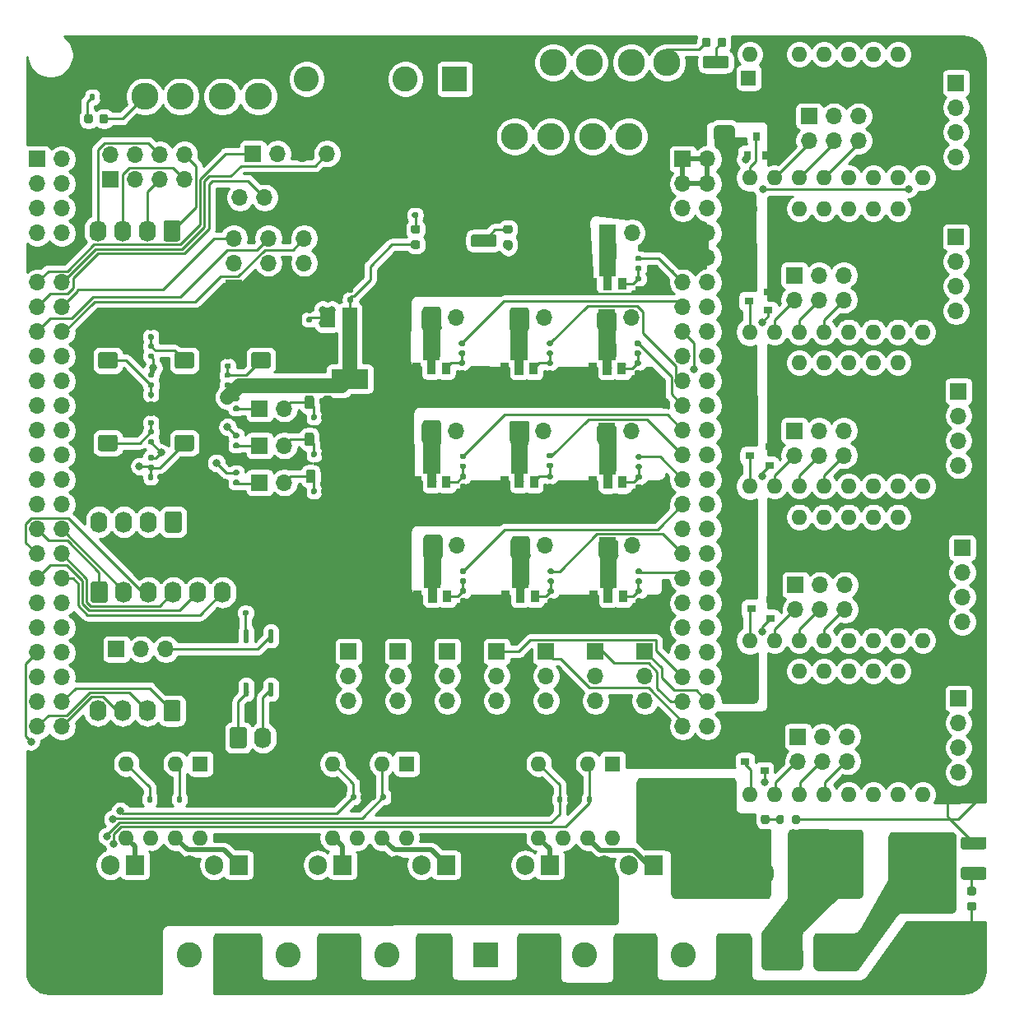
<source format=gbr>
%TF.GenerationSoftware,KiCad,Pcbnew,(5.1.10)-1*%
%TF.CreationDate,2021-08-20T00:09:58-04:00*%
%TF.ProjectId,Back_F407_expansion_board,4261636b-5f46-4343-9037-5f657870616e,rev?*%
%TF.SameCoordinates,Original*%
%TF.FileFunction,Copper,L1,Top*%
%TF.FilePolarity,Positive*%
%FSLAX46Y46*%
G04 Gerber Fmt 4.6, Leading zero omitted, Abs format (unit mm)*
G04 Created by KiCad (PCBNEW (5.1.10)-1) date 2021-08-20 00:09:58*
%MOMM*%
%LPD*%
G01*
G04 APERTURE LIST*
%TA.AperFunction,ComponentPad*%
%ADD10C,2.780000*%
%TD*%
%TA.AperFunction,ComponentPad*%
%ADD11O,1.740000X2.190000*%
%TD*%
%TA.AperFunction,SMDPad,CuDef*%
%ADD12C,0.100000*%
%TD*%
%TA.AperFunction,SMDPad,CuDef*%
%ADD13R,0.900000X1.300000*%
%TD*%
%TA.AperFunction,SMDPad,CuDef*%
%ADD14R,1.500000X2.000000*%
%TD*%
%TA.AperFunction,SMDPad,CuDef*%
%ADD15R,3.800000X2.000000*%
%TD*%
%TA.AperFunction,ComponentPad*%
%ADD16O,1.700000X1.700000*%
%TD*%
%TA.AperFunction,ComponentPad*%
%ADD17R,1.700000X1.700000*%
%TD*%
%TA.AperFunction,ComponentPad*%
%ADD18O,1.600000X1.600000*%
%TD*%
%TA.AperFunction,ComponentPad*%
%ADD19R,1.600000X1.600000*%
%TD*%
%TA.AperFunction,SMDPad,CuDef*%
%ADD20R,0.900000X0.800000*%
%TD*%
%TA.AperFunction,ComponentPad*%
%ADD21C,1.600000*%
%TD*%
%TA.AperFunction,ComponentPad*%
%ADD22C,2.600000*%
%TD*%
%TA.AperFunction,ComponentPad*%
%ADD23R,2.600000X2.600000*%
%TD*%
%TA.AperFunction,ComponentPad*%
%ADD24O,2.000000X1.700000*%
%TD*%
%TA.AperFunction,SMDPad,CuDef*%
%ADD25R,0.800000X0.900000*%
%TD*%
%TA.AperFunction,ComponentPad*%
%ADD26O,1.905000X2.000000*%
%TD*%
%TA.AperFunction,ComponentPad*%
%ADD27R,1.905000X2.000000*%
%TD*%
%TA.AperFunction,ViaPad*%
%ADD28C,0.800000*%
%TD*%
%TA.AperFunction,Conductor*%
%ADD29C,0.250000*%
%TD*%
%TA.AperFunction,Conductor*%
%ADD30C,1.000000*%
%TD*%
%TA.AperFunction,Conductor*%
%ADD31C,0.500000*%
%TD*%
%TA.AperFunction,Conductor*%
%ADD32C,1.500000*%
%TD*%
%TA.AperFunction,Conductor*%
%ADD33C,0.254000*%
%TD*%
%TA.AperFunction,Conductor*%
%ADD34C,0.100000*%
%TD*%
G04 APERTURE END LIST*
%TO.P,U15,4*%
%TO.N,Net-(J8-Pad2)*%
%TA.AperFunction,SMDPad,CuDef*%
G36*
G01*
X97017500Y-100710800D02*
X97292500Y-100710800D01*
G75*
G02*
X97430000Y-100848300I0J-137500D01*
G01*
X97430000Y-102023300D01*
G75*
G02*
X97292500Y-102160800I-137500J0D01*
G01*
X97017500Y-102160800D01*
G75*
G02*
X96880000Y-102023300I0J137500D01*
G01*
X96880000Y-100848300D01*
G75*
G02*
X97017500Y-100710800I137500J0D01*
G01*
G37*
%TD.AperFunction*%
%TO.P,U15,3*%
%TO.N,Net-(J8-Pad1)*%
%TA.AperFunction,SMDPad,CuDef*%
G36*
G01*
X94477500Y-100710800D02*
X94752500Y-100710800D01*
G75*
G02*
X94890000Y-100848300I0J-137500D01*
G01*
X94890000Y-102023300D01*
G75*
G02*
X94752500Y-102160800I-137500J0D01*
G01*
X94477500Y-102160800D01*
G75*
G02*
X94340000Y-102023300I0J137500D01*
G01*
X94340000Y-100848300D01*
G75*
G02*
X94477500Y-100710800I137500J0D01*
G01*
G37*
%TD.AperFunction*%
%TO.P,U15,2*%
%TO.N,Net-(R23-Pad1)*%
%TA.AperFunction,SMDPad,CuDef*%
G36*
G01*
X94477500Y-95210800D02*
X94752500Y-95210800D01*
G75*
G02*
X94890000Y-95348300I0J-137500D01*
G01*
X94890000Y-96523300D01*
G75*
G02*
X94752500Y-96660800I-137500J0D01*
G01*
X94477500Y-96660800D01*
G75*
G02*
X94340000Y-96523300I0J137500D01*
G01*
X94340000Y-95348300D01*
G75*
G02*
X94477500Y-95210800I137500J0D01*
G01*
G37*
%TD.AperFunction*%
%TO.P,U15,1*%
%TO.N,/PE12*%
%TA.AperFunction,SMDPad,CuDef*%
G36*
G01*
X97017500Y-95210800D02*
X97292500Y-95210800D01*
G75*
G02*
X97430000Y-95348300I0J-137500D01*
G01*
X97430000Y-96523300D01*
G75*
G02*
X97292500Y-96660800I-137500J0D01*
G01*
X97017500Y-96660800D01*
G75*
G02*
X96880000Y-96523300I0J137500D01*
G01*
X96880000Y-95348300D01*
G75*
G02*
X97017500Y-95210800I137500J0D01*
G01*
G37*
%TD.AperFunction*%
%TD*%
D10*
%TO.P,F5,2*%
%TO.N,Net-(F5-Pad2)*%
X163550600Y-118956600D03*
X163550600Y-122656600D03*
%TO.P,F5,1*%
%TO.N,VDD*%
X163550600Y-126956600D03*
X163550600Y-130656600D03*
%TD*%
%TO.P,F4,2*%
%TO.N,+5VD*%
X84176600Y-40411400D03*
X87876600Y-40411400D03*
%TO.P,F4,1*%
%TO.N,Net-(F4-Pad1)*%
X92176600Y-40411400D03*
X95876600Y-40411400D03*
%TD*%
%TO.P,F3,2*%
%TO.N,+12V*%
X143824200Y-120421400D03*
X147524200Y-120421400D03*
%TO.P,F3,1*%
%TO.N,Net-(F3-Pad1)*%
X151824200Y-120421400D03*
X155524200Y-120421400D03*
%TD*%
%TO.P,F2,2*%
%TO.N,+24V*%
X133958600Y-44526200D03*
X130258600Y-44526200D03*
%TO.P,F2,1*%
%TO.N,Net-(F2-Pad1)*%
X125958600Y-44526200D03*
X122258600Y-44526200D03*
%TD*%
%TO.P,F1,2*%
%TO.N,+48V*%
X137912600Y-36906200D03*
X134212600Y-36906200D03*
%TO.P,F1,1*%
%TO.N,Net-(F1-Pad1)*%
X129912600Y-36906200D03*
X126212600Y-36906200D03*
%TD*%
%TO.P,R58,2*%
%TO.N,GND*%
%TA.AperFunction,SMDPad,CuDef*%
G36*
G01*
X141850800Y-39304200D02*
X144000800Y-39304200D01*
G75*
G02*
X144250800Y-39554200I0J-250000D01*
G01*
X144250800Y-40354200D01*
G75*
G02*
X144000800Y-40604200I-250000J0D01*
G01*
X141850800Y-40604200D01*
G75*
G02*
X141600800Y-40354200I0J250000D01*
G01*
X141600800Y-39554200D01*
G75*
G02*
X141850800Y-39304200I250000J0D01*
G01*
G37*
%TD.AperFunction*%
%TO.P,R58,1*%
%TO.N,Net-(D20-Pad1)*%
%TA.AperFunction,SMDPad,CuDef*%
G36*
G01*
X141850800Y-36204200D02*
X144000800Y-36204200D01*
G75*
G02*
X144250800Y-36454200I0J-250000D01*
G01*
X144250800Y-37254200D01*
G75*
G02*
X144000800Y-37504200I-250000J0D01*
G01*
X141850800Y-37504200D01*
G75*
G02*
X141600800Y-37254200I0J250000D01*
G01*
X141600800Y-36454200D01*
G75*
G02*
X141850800Y-36204200I250000J0D01*
G01*
G37*
%TD.AperFunction*%
%TD*%
%TO.P,R56,2*%
%TO.N,GND*%
%TA.AperFunction,SMDPad,CuDef*%
G36*
G01*
X120124800Y-52795000D02*
X117974800Y-52795000D01*
G75*
G02*
X117724800Y-52545000I0J250000D01*
G01*
X117724800Y-51745000D01*
G75*
G02*
X117974800Y-51495000I250000J0D01*
G01*
X120124800Y-51495000D01*
G75*
G02*
X120374800Y-51745000I0J-250000D01*
G01*
X120374800Y-52545000D01*
G75*
G02*
X120124800Y-52795000I-250000J0D01*
G01*
G37*
%TD.AperFunction*%
%TO.P,R56,1*%
%TO.N,Net-(D18-Pad1)*%
%TA.AperFunction,SMDPad,CuDef*%
G36*
G01*
X120124800Y-55895000D02*
X117974800Y-55895000D01*
G75*
G02*
X117724800Y-55645000I0J250000D01*
G01*
X117724800Y-54845000D01*
G75*
G02*
X117974800Y-54595000I250000J0D01*
G01*
X120124800Y-54595000D01*
G75*
G02*
X120374800Y-54845000I0J-250000D01*
G01*
X120374800Y-55645000D01*
G75*
G02*
X120124800Y-55895000I-250000J0D01*
G01*
G37*
%TD.AperFunction*%
%TD*%
%TO.P,R50,2*%
%TO.N,GND*%
%TA.AperFunction,SMDPad,CuDef*%
G36*
G01*
X150779800Y-115108400D02*
X150779800Y-114558400D01*
G75*
G02*
X150979800Y-114358400I200000J0D01*
G01*
X151379800Y-114358400D01*
G75*
G02*
X151579800Y-114558400I0J-200000D01*
G01*
X151579800Y-115108400D01*
G75*
G02*
X151379800Y-115308400I-200000J0D01*
G01*
X150979800Y-115308400D01*
G75*
G02*
X150779800Y-115108400I0J200000D01*
G01*
G37*
%TD.AperFunction*%
%TO.P,R50,1*%
%TO.N,Net-(D12-Pad1)*%
%TA.AperFunction,SMDPad,CuDef*%
G36*
G01*
X149129800Y-115108400D02*
X149129800Y-114558400D01*
G75*
G02*
X149329800Y-114358400I200000J0D01*
G01*
X149729800Y-114358400D01*
G75*
G02*
X149929800Y-114558400I0J-200000D01*
G01*
X149929800Y-115108400D01*
G75*
G02*
X149729800Y-115308400I-200000J0D01*
G01*
X149329800Y-115308400D01*
G75*
G02*
X149129800Y-115108400I0J200000D01*
G01*
G37*
%TD.AperFunction*%
%TD*%
%TO.P,R48,2*%
%TO.N,GND*%
%TA.AperFunction,SMDPad,CuDef*%
G36*
G01*
X170518400Y-117921800D02*
X168368400Y-117921800D01*
G75*
G02*
X168118400Y-117671800I0J250000D01*
G01*
X168118400Y-116871800D01*
G75*
G02*
X168368400Y-116621800I250000J0D01*
G01*
X170518400Y-116621800D01*
G75*
G02*
X170768400Y-116871800I0J-250000D01*
G01*
X170768400Y-117671800D01*
G75*
G02*
X170518400Y-117921800I-250000J0D01*
G01*
G37*
%TD.AperFunction*%
%TO.P,R48,1*%
%TO.N,Net-(D10-Pad1)*%
%TA.AperFunction,SMDPad,CuDef*%
G36*
G01*
X170518400Y-121021800D02*
X168368400Y-121021800D01*
G75*
G02*
X168118400Y-120771800I0J250000D01*
G01*
X168118400Y-119971800D01*
G75*
G02*
X168368400Y-119721800I250000J0D01*
G01*
X170518400Y-119721800D01*
G75*
G02*
X170768400Y-119971800I0J-250000D01*
G01*
X170768400Y-120771800D01*
G75*
G02*
X170518400Y-121021800I-250000J0D01*
G01*
G37*
%TD.AperFunction*%
%TD*%
%TO.P,D20,2*%
%TO.N,+48V*%
%TA.AperFunction,SMDPad,CuDef*%
G36*
G01*
X142398100Y-34567150D02*
X142398100Y-35079650D01*
G75*
G02*
X142179350Y-35298400I-218750J0D01*
G01*
X141741850Y-35298400D01*
G75*
G02*
X141523100Y-35079650I0J218750D01*
G01*
X141523100Y-34567150D01*
G75*
G02*
X141741850Y-34348400I218750J0D01*
G01*
X142179350Y-34348400D01*
G75*
G02*
X142398100Y-34567150I0J-218750D01*
G01*
G37*
%TD.AperFunction*%
%TO.P,D20,1*%
%TO.N,Net-(D20-Pad1)*%
%TA.AperFunction,SMDPad,CuDef*%
G36*
G01*
X143973100Y-34567150D02*
X143973100Y-35079650D01*
G75*
G02*
X143754350Y-35298400I-218750J0D01*
G01*
X143316850Y-35298400D01*
G75*
G02*
X143098100Y-35079650I0J218750D01*
G01*
X143098100Y-34567150D01*
G75*
G02*
X143316850Y-34348400I218750J0D01*
G01*
X143754350Y-34348400D01*
G75*
G02*
X143973100Y-34567150I0J-218750D01*
G01*
G37*
%TD.AperFunction*%
%TD*%
%TO.P,D18,2*%
%TO.N,+24V*%
%TA.AperFunction,SMDPad,CuDef*%
G36*
G01*
X121282750Y-55216300D02*
X121795250Y-55216300D01*
G75*
G02*
X122014000Y-55435050I0J-218750D01*
G01*
X122014000Y-55872550D01*
G75*
G02*
X121795250Y-56091300I-218750J0D01*
G01*
X121282750Y-56091300D01*
G75*
G02*
X121064000Y-55872550I0J218750D01*
G01*
X121064000Y-55435050D01*
G75*
G02*
X121282750Y-55216300I218750J0D01*
G01*
G37*
%TD.AperFunction*%
%TO.P,D18,1*%
%TO.N,Net-(D18-Pad1)*%
%TA.AperFunction,SMDPad,CuDef*%
G36*
G01*
X121282750Y-53641300D02*
X121795250Y-53641300D01*
G75*
G02*
X122014000Y-53860050I0J-218750D01*
G01*
X122014000Y-54297550D01*
G75*
G02*
X121795250Y-54516300I-218750J0D01*
G01*
X121282750Y-54516300D01*
G75*
G02*
X121064000Y-54297550I0J218750D01*
G01*
X121064000Y-53860050D01*
G75*
G02*
X121282750Y-53641300I218750J0D01*
G01*
G37*
%TD.AperFunction*%
%TD*%
%TO.P,D16,2*%
%TO.N,+3V3*%
%TA.AperFunction,SMDPad,CuDef*%
G36*
G01*
X111783150Y-55211700D02*
X112295650Y-55211700D01*
G75*
G02*
X112514400Y-55430450I0J-218750D01*
G01*
X112514400Y-55867950D01*
G75*
G02*
X112295650Y-56086700I-218750J0D01*
G01*
X111783150Y-56086700D01*
G75*
G02*
X111564400Y-55867950I0J218750D01*
G01*
X111564400Y-55430450D01*
G75*
G02*
X111783150Y-55211700I218750J0D01*
G01*
G37*
%TD.AperFunction*%
%TO.P,D16,1*%
%TO.N,Net-(D16-Pad1)*%
%TA.AperFunction,SMDPad,CuDef*%
G36*
G01*
X111783150Y-53636700D02*
X112295650Y-53636700D01*
G75*
G02*
X112514400Y-53855450I0J-218750D01*
G01*
X112514400Y-54292950D01*
G75*
G02*
X112295650Y-54511700I-218750J0D01*
G01*
X111783150Y-54511700D01*
G75*
G02*
X111564400Y-54292950I0J218750D01*
G01*
X111564400Y-53855450D01*
G75*
G02*
X111783150Y-53636700I218750J0D01*
G01*
G37*
%TD.AperFunction*%
%TD*%
%TO.P,D14,2*%
%TO.N,+5VD*%
%TA.AperFunction,SMDPad,CuDef*%
G36*
G01*
X79544900Y-42953650D02*
X79544900Y-42441150D01*
G75*
G02*
X79763650Y-42222400I218750J0D01*
G01*
X80201150Y-42222400D01*
G75*
G02*
X80419900Y-42441150I0J-218750D01*
G01*
X80419900Y-42953650D01*
G75*
G02*
X80201150Y-43172400I-218750J0D01*
G01*
X79763650Y-43172400D01*
G75*
G02*
X79544900Y-42953650I0J218750D01*
G01*
G37*
%TD.AperFunction*%
%TO.P,D14,1*%
%TO.N,Net-(D14-Pad1)*%
%TA.AperFunction,SMDPad,CuDef*%
G36*
G01*
X77969900Y-42953650D02*
X77969900Y-42441150D01*
G75*
G02*
X78188650Y-42222400I218750J0D01*
G01*
X78626150Y-42222400D01*
G75*
G02*
X78844900Y-42441150I0J-218750D01*
G01*
X78844900Y-42953650D01*
G75*
G02*
X78626150Y-43172400I-218750J0D01*
G01*
X78188650Y-43172400D01*
G75*
G02*
X77969900Y-42953650I0J218750D01*
G01*
G37*
%TD.AperFunction*%
%TD*%
%TO.P,D12,2*%
%TO.N,+12V*%
%TA.AperFunction,SMDPad,CuDef*%
G36*
G01*
X146868300Y-114551750D02*
X146868300Y-115064250D01*
G75*
G02*
X146649550Y-115283000I-218750J0D01*
G01*
X146212050Y-115283000D01*
G75*
G02*
X145993300Y-115064250I0J218750D01*
G01*
X145993300Y-114551750D01*
G75*
G02*
X146212050Y-114333000I218750J0D01*
G01*
X146649550Y-114333000D01*
G75*
G02*
X146868300Y-114551750I0J-218750D01*
G01*
G37*
%TD.AperFunction*%
%TO.P,D12,1*%
%TO.N,Net-(D12-Pad1)*%
%TA.AperFunction,SMDPad,CuDef*%
G36*
G01*
X148443300Y-114551750D02*
X148443300Y-115064250D01*
G75*
G02*
X148224550Y-115283000I-218750J0D01*
G01*
X147787050Y-115283000D01*
G75*
G02*
X147568300Y-115064250I0J218750D01*
G01*
X147568300Y-114551750D01*
G75*
G02*
X147787050Y-114333000I218750J0D01*
G01*
X148224550Y-114333000D01*
G75*
G02*
X148443300Y-114551750I0J-218750D01*
G01*
G37*
%TD.AperFunction*%
%TD*%
%TO.P,D10,2*%
%TO.N,VDD*%
%TA.AperFunction,SMDPad,CuDef*%
G36*
G01*
X168983950Y-123336900D02*
X169496450Y-123336900D01*
G75*
G02*
X169715200Y-123555650I0J-218750D01*
G01*
X169715200Y-123993150D01*
G75*
G02*
X169496450Y-124211900I-218750J0D01*
G01*
X168983950Y-124211900D01*
G75*
G02*
X168765200Y-123993150I0J218750D01*
G01*
X168765200Y-123555650D01*
G75*
G02*
X168983950Y-123336900I218750J0D01*
G01*
G37*
%TD.AperFunction*%
%TO.P,D10,1*%
%TO.N,Net-(D10-Pad1)*%
%TA.AperFunction,SMDPad,CuDef*%
G36*
G01*
X168983950Y-121761900D02*
X169496450Y-121761900D01*
G75*
G02*
X169715200Y-121980650I0J-218750D01*
G01*
X169715200Y-122418150D01*
G75*
G02*
X169496450Y-122636900I-218750J0D01*
G01*
X168983950Y-122636900D01*
G75*
G02*
X168765200Y-122418150I0J218750D01*
G01*
X168765200Y-121980650D01*
G75*
G02*
X168983950Y-121761900I218750J0D01*
G01*
G37*
%TD.AperFunction*%
%TD*%
%TO.P,C12,2*%
%TO.N,GND*%
%TA.AperFunction,SMDPad,CuDef*%
G36*
G01*
X105503800Y-60633000D02*
X105163800Y-60633000D01*
G75*
G02*
X105023800Y-60493000I0J140000D01*
G01*
X105023800Y-60213000D01*
G75*
G02*
X105163800Y-60073000I140000J0D01*
G01*
X105503800Y-60073000D01*
G75*
G02*
X105643800Y-60213000I0J-140000D01*
G01*
X105643800Y-60493000D01*
G75*
G02*
X105503800Y-60633000I-140000J0D01*
G01*
G37*
%TD.AperFunction*%
%TO.P,C12,1*%
%TO.N,+3V3*%
%TA.AperFunction,SMDPad,CuDef*%
G36*
G01*
X105503800Y-61593000D02*
X105163800Y-61593000D01*
G75*
G02*
X105023800Y-61453000I0J140000D01*
G01*
X105023800Y-61173000D01*
G75*
G02*
X105163800Y-61033000I140000J0D01*
G01*
X105503800Y-61033000D01*
G75*
G02*
X105643800Y-61173000I0J-140000D01*
G01*
X105643800Y-61453000D01*
G75*
G02*
X105503800Y-61593000I-140000J0D01*
G01*
G37*
%TD.AperFunction*%
%TD*%
%TO.P,C11,2*%
%TO.N,+5VD*%
%TA.AperFunction,SMDPad,CuDef*%
G36*
G01*
X100947400Y-63093000D02*
X101287400Y-63093000D01*
G75*
G02*
X101427400Y-63233000I0J-140000D01*
G01*
X101427400Y-63513000D01*
G75*
G02*
X101287400Y-63653000I-140000J0D01*
G01*
X100947400Y-63653000D01*
G75*
G02*
X100807400Y-63513000I0J140000D01*
G01*
X100807400Y-63233000D01*
G75*
G02*
X100947400Y-63093000I140000J0D01*
G01*
G37*
%TD.AperFunction*%
%TO.P,C11,1*%
%TO.N,GND*%
%TA.AperFunction,SMDPad,CuDef*%
G36*
G01*
X100947400Y-62133000D02*
X101287400Y-62133000D01*
G75*
G02*
X101427400Y-62273000I0J-140000D01*
G01*
X101427400Y-62553000D01*
G75*
G02*
X101287400Y-62693000I-140000J0D01*
G01*
X100947400Y-62693000D01*
G75*
G02*
X100807400Y-62553000I0J140000D01*
G01*
X100807400Y-62273000D01*
G75*
G02*
X100947400Y-62133000I140000J0D01*
G01*
G37*
%TD.AperFunction*%
%TD*%
%TO.P,C10,2*%
%TO.N,/PC2*%
%TA.AperFunction,SMDPad,CuDef*%
G36*
G01*
X92565400Y-67868200D02*
X92905400Y-67868200D01*
G75*
G02*
X93045400Y-68008200I0J-140000D01*
G01*
X93045400Y-68288200D01*
G75*
G02*
X92905400Y-68428200I-140000J0D01*
G01*
X92565400Y-68428200D01*
G75*
G02*
X92425400Y-68288200I0J140000D01*
G01*
X92425400Y-68008200D01*
G75*
G02*
X92565400Y-67868200I140000J0D01*
G01*
G37*
%TD.AperFunction*%
%TO.P,C10,1*%
%TO.N,GND*%
%TA.AperFunction,SMDPad,CuDef*%
G36*
G01*
X92565400Y-66908200D02*
X92905400Y-66908200D01*
G75*
G02*
X93045400Y-67048200I0J-140000D01*
G01*
X93045400Y-67328200D01*
G75*
G02*
X92905400Y-67468200I-140000J0D01*
G01*
X92565400Y-67468200D01*
G75*
G02*
X92425400Y-67328200I0J140000D01*
G01*
X92425400Y-67048200D01*
G75*
G02*
X92565400Y-66908200I140000J0D01*
G01*
G37*
%TD.AperFunction*%
%TD*%
%TO.P,C9,2*%
%TO.N,/PC1*%
%TA.AperFunction,SMDPad,CuDef*%
G36*
G01*
X84640600Y-64871000D02*
X84980600Y-64871000D01*
G75*
G02*
X85120600Y-65011000I0J-140000D01*
G01*
X85120600Y-65291000D01*
G75*
G02*
X84980600Y-65431000I-140000J0D01*
G01*
X84640600Y-65431000D01*
G75*
G02*
X84500600Y-65291000I0J140000D01*
G01*
X84500600Y-65011000D01*
G75*
G02*
X84640600Y-64871000I140000J0D01*
G01*
G37*
%TD.AperFunction*%
%TO.P,C9,1*%
%TO.N,GND*%
%TA.AperFunction,SMDPad,CuDef*%
G36*
G01*
X84640600Y-63911000D02*
X84980600Y-63911000D01*
G75*
G02*
X85120600Y-64051000I0J-140000D01*
G01*
X85120600Y-64331000D01*
G75*
G02*
X84980600Y-64471000I-140000J0D01*
G01*
X84640600Y-64471000D01*
G75*
G02*
X84500600Y-64331000I0J140000D01*
G01*
X84500600Y-64051000D01*
G75*
G02*
X84640600Y-63911000I140000J0D01*
G01*
G37*
%TD.AperFunction*%
%TD*%
%TO.P,C8,2*%
%TO.N,/PA0*%
%TA.AperFunction,SMDPad,CuDef*%
G36*
G01*
X85090600Y-79408200D02*
X85090600Y-79748200D01*
G75*
G02*
X84950600Y-79888200I-140000J0D01*
G01*
X84670600Y-79888200D01*
G75*
G02*
X84530600Y-79748200I0J140000D01*
G01*
X84530600Y-79408200D01*
G75*
G02*
X84670600Y-79268200I140000J0D01*
G01*
X84950600Y-79268200D01*
G75*
G02*
X85090600Y-79408200I0J-140000D01*
G01*
G37*
%TD.AperFunction*%
%TO.P,C8,1*%
%TO.N,GND*%
%TA.AperFunction,SMDPad,CuDef*%
G36*
G01*
X86050600Y-79408200D02*
X86050600Y-79748200D01*
G75*
G02*
X85910600Y-79888200I-140000J0D01*
G01*
X85630600Y-79888200D01*
G75*
G02*
X85490600Y-79748200I0J140000D01*
G01*
X85490600Y-79408200D01*
G75*
G02*
X85630600Y-79268200I140000J0D01*
G01*
X85910600Y-79268200D01*
G75*
G02*
X86050600Y-79408200I0J-140000D01*
G01*
G37*
%TD.AperFunction*%
%TD*%
%TO.P,C7,2*%
%TO.N,/PC3*%
%TA.AperFunction,SMDPad,CuDef*%
G36*
G01*
X84640600Y-73705000D02*
X84980600Y-73705000D01*
G75*
G02*
X85120600Y-73845000I0J-140000D01*
G01*
X85120600Y-74125000D01*
G75*
G02*
X84980600Y-74265000I-140000J0D01*
G01*
X84640600Y-74265000D01*
G75*
G02*
X84500600Y-74125000I0J140000D01*
G01*
X84500600Y-73845000D01*
G75*
G02*
X84640600Y-73705000I140000J0D01*
G01*
G37*
%TD.AperFunction*%
%TO.P,C7,1*%
%TO.N,GND*%
%TA.AperFunction,SMDPad,CuDef*%
G36*
G01*
X84640600Y-72745000D02*
X84980600Y-72745000D01*
G75*
G02*
X85120600Y-72885000I0J-140000D01*
G01*
X85120600Y-73165000D01*
G75*
G02*
X84980600Y-73305000I-140000J0D01*
G01*
X84640600Y-73305000D01*
G75*
G02*
X84500600Y-73165000I0J140000D01*
G01*
X84500600Y-72885000D01*
G75*
G02*
X84640600Y-72745000I140000J0D01*
G01*
G37*
%TD.AperFunction*%
%TD*%
%TO.P,C6,2*%
%TO.N,/PC0*%
%TA.AperFunction,SMDPad,CuDef*%
G36*
G01*
X84980600Y-71374600D02*
X84640600Y-71374600D01*
G75*
G02*
X84500600Y-71234600I0J140000D01*
G01*
X84500600Y-70954600D01*
G75*
G02*
X84640600Y-70814600I140000J0D01*
G01*
X84980600Y-70814600D01*
G75*
G02*
X85120600Y-70954600I0J-140000D01*
G01*
X85120600Y-71234600D01*
G75*
G02*
X84980600Y-71374600I-140000J0D01*
G01*
G37*
%TD.AperFunction*%
%TO.P,C6,1*%
%TO.N,GND*%
%TA.AperFunction,SMDPad,CuDef*%
G36*
G01*
X84980600Y-72334600D02*
X84640600Y-72334600D01*
G75*
G02*
X84500600Y-72194600I0J140000D01*
G01*
X84500600Y-71914600D01*
G75*
G02*
X84640600Y-71774600I140000J0D01*
G01*
X84980600Y-71774600D01*
G75*
G02*
X85120600Y-71914600I0J-140000D01*
G01*
X85120600Y-72194600D01*
G75*
G02*
X84980600Y-72334600I-140000J0D01*
G01*
G37*
%TD.AperFunction*%
%TD*%
%TO.P,R23,2*%
%TO.N,GND*%
%TA.AperFunction,SMDPad,CuDef*%
G36*
G01*
X94749200Y-92802200D02*
X94379200Y-92802200D01*
G75*
G02*
X94244200Y-92667200I0J135000D01*
G01*
X94244200Y-92397200D01*
G75*
G02*
X94379200Y-92262200I135000J0D01*
G01*
X94749200Y-92262200D01*
G75*
G02*
X94884200Y-92397200I0J-135000D01*
G01*
X94884200Y-92667200D01*
G75*
G02*
X94749200Y-92802200I-135000J0D01*
G01*
G37*
%TD.AperFunction*%
%TO.P,R23,1*%
%TO.N,Net-(R23-Pad1)*%
%TA.AperFunction,SMDPad,CuDef*%
G36*
G01*
X94749200Y-93822200D02*
X94379200Y-93822200D01*
G75*
G02*
X94244200Y-93687200I0J135000D01*
G01*
X94244200Y-93417200D01*
G75*
G02*
X94379200Y-93282200I135000J0D01*
G01*
X94749200Y-93282200D01*
G75*
G02*
X94884200Y-93417200I0J-135000D01*
G01*
X94884200Y-93687200D01*
G75*
G02*
X94749200Y-93822200I-135000J0D01*
G01*
G37*
%TD.AperFunction*%
%TD*%
D11*
%TO.P,J8,2*%
%TO.N,Net-(J8-Pad2)*%
X96342200Y-106400600D03*
%TO.P,J8,1*%
%TO.N,Net-(J8-Pad1)*%
%TA.AperFunction,ComponentPad*%
G36*
G01*
X92932200Y-107245601D02*
X92932200Y-105555599D01*
G75*
G02*
X93182199Y-105305600I249999J0D01*
G01*
X94422201Y-105305600D01*
G75*
G02*
X94672200Y-105555599I0J-249999D01*
G01*
X94672200Y-107245601D01*
G75*
G02*
X94422201Y-107495600I-249999J0D01*
G01*
X93182199Y-107495600D01*
G75*
G02*
X92932200Y-107245601I0J249999D01*
G01*
G37*
%TD.AperFunction*%
%TD*%
%TA.AperFunction,SMDPad,CuDef*%
D12*
%TO.P,U14,2*%
%TO.N,/FAN10*%
G36*
X114633100Y-87895400D02*
G01*
X114633100Y-91020400D01*
X114216600Y-91020400D01*
X114216600Y-92495400D01*
X113316600Y-92495400D01*
X113316600Y-91020400D01*
X112900100Y-91020400D01*
X112900100Y-87895400D01*
X114633100Y-87895400D01*
G37*
%TD.AperFunction*%
D13*
%TO.P,U14,3*%
%TO.N,Net-(R42-Pad1)*%
X115266600Y-91845400D03*
%TO.P,U14,1*%
%TO.N,GND*%
X112266600Y-91845400D03*
%TD*%
%TA.AperFunction,SMDPad,CuDef*%
D12*
%TO.P,U13,2*%
%TO.N,/FAN9*%
G36*
X123675500Y-87895400D02*
G01*
X123675500Y-91020400D01*
X123259000Y-91020400D01*
X123259000Y-92495400D01*
X122359000Y-92495400D01*
X122359000Y-91020400D01*
X121942500Y-91020400D01*
X121942500Y-87895400D01*
X123675500Y-87895400D01*
G37*
%TD.AperFunction*%
D13*
%TO.P,U13,3*%
%TO.N,Net-(R41-Pad1)*%
X124309000Y-91845400D03*
%TO.P,U13,1*%
%TO.N,GND*%
X121309000Y-91845400D03*
%TD*%
%TA.AperFunction,SMDPad,CuDef*%
D12*
%TO.P,U12,2*%
%TO.N,/FAN8*%
G36*
X132717900Y-87895400D02*
G01*
X132717900Y-91020400D01*
X132301400Y-91020400D01*
X132301400Y-92495400D01*
X131401400Y-92495400D01*
X131401400Y-91020400D01*
X130984900Y-91020400D01*
X130984900Y-87895400D01*
X132717900Y-87895400D01*
G37*
%TD.AperFunction*%
D13*
%TO.P,U12,3*%
%TO.N,Net-(R40-Pad1)*%
X133351400Y-91845400D03*
%TO.P,U12,1*%
%TO.N,GND*%
X130351400Y-91845400D03*
%TD*%
%TA.AperFunction,SMDPad,CuDef*%
D12*
%TO.P,U11,2*%
%TO.N,/FAN7*%
G36*
X114582300Y-76109800D02*
G01*
X114582300Y-79234800D01*
X114165800Y-79234800D01*
X114165800Y-80709800D01*
X113265800Y-80709800D01*
X113265800Y-79234800D01*
X112849300Y-79234800D01*
X112849300Y-76109800D01*
X114582300Y-76109800D01*
G37*
%TD.AperFunction*%
D13*
%TO.P,U11,3*%
%TO.N,Net-(R39-Pad1)*%
X115215800Y-80059800D03*
%TO.P,U11,1*%
%TO.N,GND*%
X112215800Y-80059800D03*
%TD*%
%TA.AperFunction,SMDPad,CuDef*%
D12*
%TO.P,U10,2*%
%TO.N,/FAN5*%
G36*
X132667100Y-76160600D02*
G01*
X132667100Y-79285600D01*
X132250600Y-79285600D01*
X132250600Y-80760600D01*
X131350600Y-80760600D01*
X131350600Y-79285600D01*
X130934100Y-79285600D01*
X130934100Y-76160600D01*
X132667100Y-76160600D01*
G37*
%TD.AperFunction*%
D13*
%TO.P,U10,3*%
%TO.N,Net-(R33-Pad1)*%
X133300600Y-80110600D03*
%TO.P,U10,1*%
%TO.N,GND*%
X130300600Y-80110600D03*
%TD*%
%TA.AperFunction,SMDPad,CuDef*%
D12*
%TO.P,U9,2*%
%TO.N,/FAN4*%
G36*
X114531500Y-64425800D02*
G01*
X114531500Y-67550800D01*
X114115000Y-67550800D01*
X114115000Y-69025800D01*
X113215000Y-69025800D01*
X113215000Y-67550800D01*
X112798500Y-67550800D01*
X112798500Y-64425800D01*
X114531500Y-64425800D01*
G37*
%TD.AperFunction*%
D13*
%TO.P,U9,3*%
%TO.N,Net-(R32-Pad1)*%
X115165000Y-68375800D03*
%TO.P,U9,1*%
%TO.N,GND*%
X112165000Y-68375800D03*
%TD*%
%TA.AperFunction,SMDPad,CuDef*%
D12*
%TO.P,U8,2*%
%TO.N,/FAN6*%
G36*
X123573900Y-76109800D02*
G01*
X123573900Y-79234800D01*
X123157400Y-79234800D01*
X123157400Y-80709800D01*
X122257400Y-80709800D01*
X122257400Y-79234800D01*
X121840900Y-79234800D01*
X121840900Y-76109800D01*
X123573900Y-76109800D01*
G37*
%TD.AperFunction*%
D13*
%TO.P,U8,3*%
%TO.N,Net-(R34-Pad1)*%
X124207400Y-80059800D03*
%TO.P,U8,1*%
%TO.N,GND*%
X121207400Y-80059800D03*
%TD*%
%TA.AperFunction,SMDPad,CuDef*%
D12*
%TO.P,U7,2*%
%TO.N,/FAN2*%
G36*
X132628600Y-64438100D02*
G01*
X132628600Y-67563100D01*
X132212100Y-67563100D01*
X132212100Y-69038100D01*
X131312100Y-69038100D01*
X131312100Y-67563100D01*
X130895600Y-67563100D01*
X130895600Y-64438100D01*
X132628600Y-64438100D01*
G37*
%TD.AperFunction*%
D13*
%TO.P,U7,3*%
%TO.N,Net-(R26-Pad1)*%
X133262100Y-68388100D03*
%TO.P,U7,1*%
%TO.N,GND*%
X130262100Y-68388100D03*
%TD*%
%TA.AperFunction,SMDPad,CuDef*%
D12*
%TO.P,U6,2*%
%TO.N,/FAN1*%
G36*
X132643100Y-55765400D02*
G01*
X132643100Y-58890400D01*
X132226600Y-58890400D01*
X132226600Y-60365400D01*
X131326600Y-60365400D01*
X131326600Y-58890400D01*
X130910100Y-58890400D01*
X130910100Y-55765400D01*
X132643100Y-55765400D01*
G37*
%TD.AperFunction*%
D13*
%TO.P,U6,3*%
%TO.N,Net-(R25-Pad1)*%
X133276600Y-59715400D03*
%TO.P,U6,1*%
%TO.N,GND*%
X130276600Y-59715400D03*
%TD*%
D14*
%TO.P,U5,1*%
%TO.N,GND*%
X107583000Y-63169400D03*
%TO.P,U5,3*%
%TO.N,+5VD*%
X102983000Y-63169400D03*
%TO.P,U5,2*%
%TO.N,+3V3*%
X105283000Y-63169400D03*
D15*
X105283000Y-69469400D03*
%TD*%
D16*
%TO.P,J29,2*%
%TO.N,+24V*%
X116332000Y-86614000D03*
D17*
%TO.P,J29,1*%
%TO.N,/FAN10*%
X113792000Y-86614000D03*
%TD*%
D16*
%TO.P,J28,2*%
%TO.N,+24V*%
X125349000Y-86614000D03*
D17*
%TO.P,J28,1*%
%TO.N,/FAN9*%
X122809000Y-86614000D03*
%TD*%
D16*
%TO.P,J27,2*%
%TO.N,+24V*%
X134366000Y-86614000D03*
D17*
%TO.P,J27,1*%
%TO.N,/FAN8*%
X131826000Y-86614000D03*
%TD*%
D16*
%TO.P,J26,2*%
%TO.N,+24V*%
X116205000Y-74803000D03*
D17*
%TO.P,J26,1*%
%TO.N,/FAN7*%
X113665000Y-74803000D03*
%TD*%
D16*
%TO.P,J20,2*%
%TO.N,+24V*%
X125222000Y-74803000D03*
D17*
%TO.P,J20,1*%
%TO.N,/FAN6*%
X122682000Y-74803000D03*
%TD*%
D16*
%TO.P,J19,2*%
%TO.N,+24V*%
X134239000Y-74803000D03*
D17*
%TO.P,J19,1*%
%TO.N,/FAN5*%
X131699000Y-74803000D03*
%TD*%
D16*
%TO.P,J18,2*%
%TO.N,+24V*%
X116205000Y-63119000D03*
D17*
%TO.P,J18,1*%
%TO.N,/FAN4*%
X113665000Y-63119000D03*
%TD*%
D16*
%TO.P,J17,2*%
%TO.N,+24V*%
X125262000Y-63119000D03*
D17*
%TO.P,J17,1*%
%TO.N,/FAN3*%
X122722000Y-63119000D03*
%TD*%
D16*
%TO.P,J13,2*%
%TO.N,+24V*%
X134239000Y-63119000D03*
D17*
%TO.P,J13,1*%
%TO.N,/FAN2*%
X131699000Y-63119000D03*
%TD*%
D16*
%TO.P,J10,2*%
%TO.N,+24V*%
X134289800Y-54432200D03*
D17*
%TO.P,J10,1*%
%TO.N,/FAN1*%
X131749800Y-54432200D03*
%TD*%
%TA.AperFunction,SMDPad,CuDef*%
D12*
%TO.P,U4,2*%
%TO.N,/FAN3*%
G36*
X123548500Y-64438500D02*
G01*
X123548500Y-67563500D01*
X123132000Y-67563500D01*
X123132000Y-69038500D01*
X122232000Y-69038500D01*
X122232000Y-67563500D01*
X121815500Y-67563500D01*
X121815500Y-64438500D01*
X123548500Y-64438500D01*
G37*
%TD.AperFunction*%
D13*
%TO.P,U4,3*%
%TO.N,Net-(R31-Pad1)*%
X124182000Y-68388500D03*
%TO.P,U4,1*%
%TO.N,GND*%
X121182000Y-68388500D03*
%TD*%
%TO.P,R54,2*%
%TO.N,GND*%
%TA.AperFunction,SMDPad,CuDef*%
G36*
G01*
X112173600Y-51853400D02*
X111803600Y-51853400D01*
G75*
G02*
X111668600Y-51718400I0J135000D01*
G01*
X111668600Y-51448400D01*
G75*
G02*
X111803600Y-51313400I135000J0D01*
G01*
X112173600Y-51313400D01*
G75*
G02*
X112308600Y-51448400I0J-135000D01*
G01*
X112308600Y-51718400D01*
G75*
G02*
X112173600Y-51853400I-135000J0D01*
G01*
G37*
%TD.AperFunction*%
%TO.P,R54,1*%
%TO.N,Net-(D16-Pad1)*%
%TA.AperFunction,SMDPad,CuDef*%
G36*
G01*
X112173600Y-52873400D02*
X111803600Y-52873400D01*
G75*
G02*
X111668600Y-52738400I0J135000D01*
G01*
X111668600Y-52468400D01*
G75*
G02*
X111803600Y-52333400I135000J0D01*
G01*
X112173600Y-52333400D01*
G75*
G02*
X112308600Y-52468400I0J-135000D01*
G01*
X112308600Y-52738400D01*
G75*
G02*
X112173600Y-52873400I-135000J0D01*
G01*
G37*
%TD.AperFunction*%
%TD*%
%TO.P,R52,2*%
%TO.N,GND*%
%TA.AperFunction,SMDPad,CuDef*%
G36*
G01*
X79551500Y-40634500D02*
X79551500Y-40264500D01*
G75*
G02*
X79686500Y-40129500I135000J0D01*
G01*
X79956500Y-40129500D01*
G75*
G02*
X80091500Y-40264500I0J-135000D01*
G01*
X80091500Y-40634500D01*
G75*
G02*
X79956500Y-40769500I-135000J0D01*
G01*
X79686500Y-40769500D01*
G75*
G02*
X79551500Y-40634500I0J135000D01*
G01*
G37*
%TD.AperFunction*%
%TO.P,R52,1*%
%TO.N,Net-(D14-Pad1)*%
%TA.AperFunction,SMDPad,CuDef*%
G36*
G01*
X78531500Y-40634500D02*
X78531500Y-40264500D01*
G75*
G02*
X78666500Y-40129500I135000J0D01*
G01*
X78936500Y-40129500D01*
G75*
G02*
X79071500Y-40264500I0J-135000D01*
G01*
X79071500Y-40634500D01*
G75*
G02*
X78936500Y-40769500I-135000J0D01*
G01*
X78666500Y-40769500D01*
G75*
G02*
X78531500Y-40634500I0J135000D01*
G01*
G37*
%TD.AperFunction*%
%TD*%
D16*
%TO.P,J2,48*%
%TO.N,/PB15_spi2MOSI*%
X142070000Y-105260000D03*
%TO.P,J2,47*%
%TO.N,/PD8*%
X139530000Y-105260000D03*
%TO.P,J2,46*%
%TO.N,/PD9*%
X142070000Y-102720000D03*
%TO.P,J2,45*%
%TO.N,/PD10*%
X139530000Y-102720000D03*
%TO.P,J2,44*%
%TO.N,/PD11*%
X142070000Y-100180000D03*
%TO.P,J2,43*%
%TO.N,/PD12*%
X139530000Y-100180000D03*
%TO.P,J2,42*%
%TO.N,/PD13*%
X142070000Y-97640000D03*
%TO.P,J2,41*%
%TO.N,/PD14*%
X139530000Y-97640000D03*
%TO.P,J2,40*%
%TO.N,/PD15*%
X142070000Y-95100000D03*
%TO.P,J2,39*%
%TO.N,/PC6*%
X139530000Y-95100000D03*
%TO.P,J2,38*%
%TO.N,/PC7*%
X142070000Y-92560000D03*
%TO.P,J2,37*%
%TO.N,/PC8*%
X139530000Y-92560000D03*
%TO.P,J2,36*%
%TO.N,/PC9*%
X142070000Y-90020000D03*
%TO.P,J2,35*%
%TO.N,/PA8*%
X139530000Y-90020000D03*
%TO.P,J2,34*%
%TO.N,/PA9*%
X142070000Y-87480000D03*
%TO.P,J2,33*%
%TO.N,/PA10*%
X139530000Y-87480000D03*
%TO.P,J2,32*%
%TO.N,N/C*%
X142070000Y-84940000D03*
%TO.P,J2,31*%
X139530000Y-84940000D03*
%TO.P,J2,30*%
%TO.N,/PA15*%
X142070000Y-82400000D03*
%TO.P,J2,29*%
%TO.N,/PC10*%
X139530000Y-82400000D03*
%TO.P,J2,28*%
%TO.N,/PC11*%
X142070000Y-79860000D03*
%TO.P,J2,27*%
%TO.N,/PC12*%
X139530000Y-79860000D03*
%TO.P,J2,26*%
%TO.N,/PD0*%
X142070000Y-77320000D03*
%TO.P,J2,25*%
%TO.N,/PD1*%
X139530000Y-77320000D03*
%TO.P,J2,24*%
%TO.N,/PD2*%
X142070000Y-74780000D03*
%TO.P,J2,23*%
%TO.N,/PD3*%
X139530000Y-74780000D03*
%TO.P,J2,22*%
%TO.N,/PD4*%
X142070000Y-72240000D03*
%TO.P,J2,21*%
%TO.N,/PD5*%
X139530000Y-72240000D03*
%TO.P,J2,20*%
%TO.N,/PD6*%
X142070000Y-69700000D03*
%TO.P,J2,19*%
%TO.N,/PD7*%
X139530000Y-69700000D03*
%TO.P,J2,18*%
%TO.N,N/C*%
X142070000Y-67160000D03*
%TO.P,J2,17*%
X139530000Y-67160000D03*
%TO.P,J2,16*%
%TO.N,/PB6*%
X142070000Y-64620000D03*
%TO.P,J2,15*%
%TO.N,/PB7*%
X139530000Y-64620000D03*
%TO.P,J2,14*%
%TO.N,N/C*%
X142070000Y-62080000D03*
%TO.P,J2,13*%
%TO.N,/PB9*%
X139530000Y-62080000D03*
%TO.P,J2,12*%
%TO.N,/PE0*%
X142070000Y-59540000D03*
%TO.P,J2,11*%
%TO.N,/PE1*%
X139530000Y-59540000D03*
%TO.P,J2,10*%
%TO.N,GND*%
X142070000Y-57000000D03*
%TO.P,J2,9*%
X139530000Y-57000000D03*
%TO.P,J2,8*%
X142070000Y-54460000D03*
%TO.P,J2,7*%
X139530000Y-54460000D03*
%TO.P,J2,6*%
%TO.N,N/C*%
X142070000Y-51920000D03*
%TO.P,J2,5*%
X139530000Y-51920000D03*
%TO.P,J2,4*%
%TO.N,+3V3*%
X142070000Y-49380000D03*
%TO.P,J2,3*%
X139530000Y-49380000D03*
%TO.P,J2,2*%
X142070000Y-46840000D03*
D17*
%TO.P,J2,1*%
X139530000Y-46840000D03*
%TD*%
D16*
%TO.P,J48,3*%
%TO.N,/PC13*%
X100584000Y-54991000D03*
%TO.P,J48,2*%
%TO.N,+5VD*%
X100584000Y-57531000D03*
D17*
%TO.P,J48,1*%
%TO.N,GND*%
X100584000Y-60071000D03*
%TD*%
D16*
%TO.P,J47,3*%
%TO.N,/PE6*%
X96901000Y-54991000D03*
%TO.P,J47,2*%
%TO.N,+5VD*%
X96901000Y-57531000D03*
D17*
%TO.P,J47,1*%
%TO.N,GND*%
X96901000Y-60071000D03*
%TD*%
D16*
%TO.P,J46,3*%
%TO.N,/PE5*%
X93345000Y-54991000D03*
%TO.P,J46,2*%
%TO.N,+5VD*%
X93345000Y-57531000D03*
D17*
%TO.P,J46,1*%
%TO.N,GND*%
X93345000Y-60071000D03*
%TD*%
D16*
%TO.P,J45,3*%
%TO.N,/PE12*%
X86360000Y-97282000D03*
%TO.P,J45,2*%
%TO.N,/PE10*%
X83820000Y-97282000D03*
D17*
%TO.P,J45,1*%
%TO.N,/PE9*%
X81280000Y-97282000D03*
%TD*%
D16*
%TO.P,J1,48*%
%TO.N,/PB14_spi2MISO*%
X75650000Y-105270000D03*
%TO.P,J1,47*%
%TO.N,/PB13_spi2SCK*%
X73110000Y-105270000D03*
%TO.P,J1,46*%
%TO.N,/PB12_spi2SS*%
X75650000Y-102730000D03*
%TO.P,J1,45*%
%TO.N,/PB11*%
X73110000Y-102730000D03*
%TO.P,J1,44*%
%TO.N,/PB10*%
X75650000Y-100190000D03*
%TO.P,J1,43*%
%TO.N,/PE15*%
X73110000Y-100190000D03*
%TO.P,J1,42*%
%TO.N,/PE14*%
X75650000Y-97650000D03*
%TO.P,J1,41*%
%TO.N,/PE13*%
X73110000Y-97650000D03*
%TO.P,J1,40*%
%TO.N,/PE12*%
X75650000Y-95110000D03*
%TO.P,J1,39*%
%TO.N,/PE11*%
X73110000Y-95110000D03*
%TO.P,J1,38*%
%TO.N,/PE10*%
X75650000Y-92570000D03*
%TO.P,J1,37*%
%TO.N,/PE9*%
X73110000Y-92570000D03*
%TO.P,J1,36*%
%TO.N,/PE8*%
X75650000Y-90030000D03*
%TO.P,J1,35*%
%TO.N,/PE7*%
X73110000Y-90030000D03*
%TO.P,J1,34*%
%TO.N,/PB1*%
X75650000Y-87490000D03*
%TO.P,J1,33*%
%TO.N,/PB0*%
X73110000Y-87490000D03*
%TO.P,J1,32*%
%TO.N,/PC5*%
X75650000Y-84950000D03*
%TO.P,J1,31*%
%TO.N,/PC4*%
X73110000Y-84950000D03*
%TO.P,J1,30*%
%TO.N,/PA7_spi1MOSI*%
X75650000Y-82410000D03*
%TO.P,J1,29*%
%TO.N,/PA6_spi1MISO*%
X73110000Y-82410000D03*
%TO.P,J1,28*%
%TO.N,/PA5_spi1SCK*%
X75650000Y-79870000D03*
%TO.P,J1,27*%
%TO.N,/PA4_spi1SS*%
X73110000Y-79870000D03*
%TO.P,J1,26*%
%TO.N,/PA3*%
X75650000Y-77330000D03*
%TO.P,J1,25*%
%TO.N,/PA2*%
X73110000Y-77330000D03*
%TO.P,J1,24*%
%TO.N,/PA1*%
X75650000Y-74790000D03*
%TO.P,J1,23*%
%TO.N,/PA0*%
X73110000Y-74790000D03*
%TO.P,J1,22*%
%TO.N,N/C*%
X75650000Y-72250000D03*
%TO.P,J1,21*%
X73110000Y-72250000D03*
%TO.P,J1,20*%
%TO.N,/PC3*%
X75650000Y-69710000D03*
%TO.P,J1,19*%
%TO.N,/PC2*%
X73110000Y-69710000D03*
%TO.P,J1,18*%
%TO.N,/PC1*%
X75650000Y-67170000D03*
%TO.P,J1,17*%
%TO.N,/PC0*%
X73110000Y-67170000D03*
%TO.P,J1,16*%
%TO.N,/PC13*%
X75650000Y-64630000D03*
%TO.P,J1,15*%
%TO.N,/PE6*%
X73110000Y-64630000D03*
%TO.P,J1,14*%
%TO.N,/PE5*%
X75650000Y-62090000D03*
%TO.P,J1,13*%
%TO.N,/PE4*%
X73110000Y-62090000D03*
%TO.P,J1,12*%
%TO.N,/PE3*%
X75650000Y-59550000D03*
%TO.P,J1,11*%
%TO.N,/PE2*%
X73110000Y-59550000D03*
%TO.P,J1,10*%
%TO.N,GND*%
X75650000Y-57010000D03*
%TO.P,J1,9*%
X73110000Y-57010000D03*
%TO.P,J1,8*%
%TO.N,N/C*%
X75650000Y-54470000D03*
%TO.P,J1,7*%
X73110000Y-54470000D03*
%TO.P,J1,6*%
X75650000Y-51930000D03*
%TO.P,J1,5*%
X73110000Y-51930000D03*
%TO.P,J1,4*%
%TO.N,+5V*%
X75650000Y-49390000D03*
%TO.P,J1,3*%
X73110000Y-49390000D03*
%TO.P,J1,2*%
X75650000Y-46850000D03*
D17*
%TO.P,J1,1*%
X73110000Y-46850000D03*
%TD*%
D18*
%TO.P,U1,8*%
%TO.N,N/C*%
X111125000Y-116713000D03*
%TO.P,U1,4*%
%TO.N,/PE15*%
X103505000Y-109093000D03*
%TO.P,U1,7*%
%TO.N,Net-(Q2-Pad1)*%
X108585000Y-116713000D03*
%TO.P,U1,3*%
%TO.N,GND*%
X106045000Y-109093000D03*
%TO.P,U1,6*%
%TO.N,+12V*%
X106045000Y-116713000D03*
%TO.P,U1,2*%
%TO.N,/PB11*%
X108585000Y-109093000D03*
%TO.P,U1,5*%
%TO.N,Net-(Q1-Pad1)*%
X103505000Y-116713000D03*
D19*
%TO.P,U1,1*%
%TO.N,N/C*%
X111125000Y-109093000D03*
%TD*%
D18*
%TO.P,A3,16*%
%TO.N,/PD11*%
X164211000Y-48768000D03*
%TO.P,A3,8*%
%TO.N,+48V*%
X146431000Y-36068000D03*
%TO.P,A3,15*%
%TO.N,/PE0*%
X161671000Y-48768000D03*
%TO.P,A3,7*%
%TO.N,GND*%
X148971000Y-36068000D03*
%TO.P,A3,14*%
%TO.N,N/C*%
X159131000Y-48768000D03*
%TO.P,A3,6*%
%TO.N,Net-(A3-Pad6)*%
X151511000Y-36068000D03*
%TO.P,A3,13*%
%TO.N,N/C*%
X156591000Y-48768000D03*
%TO.P,A3,5*%
%TO.N,Net-(A3-Pad5)*%
X154051000Y-36068000D03*
%TO.P,A3,12*%
%TO.N,Net-(A3-Pad12)*%
X154051000Y-48768000D03*
%TO.P,A3,4*%
%TO.N,Net-(A3-Pad4)*%
X156591000Y-36068000D03*
%TO.P,A3,11*%
%TO.N,Net-(A3-Pad11)*%
X151511000Y-48768000D03*
%TO.P,A3,3*%
%TO.N,Net-(A3-Pad3)*%
X159131000Y-36068000D03*
%TO.P,A3,10*%
%TO.N,Net-(A3-Pad10)*%
X148971000Y-48768000D03*
%TO.P,A3,2*%
%TO.N,Net-(A3-Pad2)*%
X161671000Y-36068000D03*
%TO.P,A3,9*%
%TO.N,Net-(A3-Pad9)*%
X146431000Y-48768000D03*
D19*
%TO.P,A3,1*%
%TO.N,GND*%
X164211000Y-36068000D03*
%TD*%
D18*
%TO.P,A1,16*%
%TO.N,/PC11*%
X164211000Y-80518000D03*
%TO.P,A1,8*%
%TO.N,+48V*%
X146431000Y-67818000D03*
%TO.P,A1,15*%
%TO.N,/PD0*%
X161671000Y-80518000D03*
%TO.P,A1,7*%
%TO.N,GND*%
X148971000Y-67818000D03*
%TO.P,A1,14*%
%TO.N,N/C*%
X159131000Y-80518000D03*
%TO.P,A1,6*%
%TO.N,Net-(A1-Pad6)*%
X151511000Y-67818000D03*
%TO.P,A1,13*%
%TO.N,N/C*%
X156591000Y-80518000D03*
%TO.P,A1,5*%
%TO.N,Net-(A1-Pad5)*%
X154051000Y-67818000D03*
%TO.P,A1,12*%
%TO.N,Net-(A1-Pad12)*%
X154051000Y-80518000D03*
%TO.P,A1,4*%
%TO.N,Net-(A1-Pad4)*%
X156591000Y-67818000D03*
%TO.P,A1,11*%
%TO.N,Net-(A1-Pad11)*%
X151511000Y-80518000D03*
%TO.P,A1,3*%
%TO.N,Net-(A1-Pad3)*%
X159131000Y-67818000D03*
%TO.P,A1,10*%
%TO.N,Net-(A1-Pad10)*%
X148971000Y-80518000D03*
%TO.P,A1,2*%
%TO.N,Net-(A1-Pad2)*%
X161671000Y-67818000D03*
%TO.P,A1,9*%
%TO.N,Net-(A1-Pad9)*%
X146431000Y-80518000D03*
D19*
%TO.P,A1,1*%
%TO.N,GND*%
X164211000Y-67818000D03*
%TD*%
D16*
%TO.P,J15,4*%
%TO.N,Net-(A2-Pad6)*%
X167640000Y-62484000D03*
%TO.P,J15,3*%
%TO.N,Net-(A2-Pad5)*%
X167640000Y-59944000D03*
%TO.P,J15,2*%
%TO.N,Net-(A2-Pad4)*%
X167640000Y-57404000D03*
D17*
%TO.P,J15,1*%
%TO.N,Net-(A2-Pad3)*%
X167640000Y-54864000D03*
%TD*%
D20*
%TO.P,Q7,3*%
%TO.N,Net-(A2-Pad9)*%
X146336000Y-61468000D03*
%TO.P,Q7,2*%
%TO.N,GND*%
X148336000Y-60518000D03*
%TO.P,Q7,1*%
%TO.N,/PB7*%
X148336000Y-62418000D03*
%TD*%
D21*
%TO.P,C4,2*%
%TO.N,GND*%
X149977000Y-54483000D03*
D19*
%TO.P,C4,1*%
%TO.N,+48V*%
X146177000Y-54483000D03*
%TD*%
D18*
%TO.P,A2,16*%
%TO.N,/PD4*%
X164211000Y-64643000D03*
%TO.P,A2,8*%
%TO.N,+48V*%
X146431000Y-51943000D03*
%TO.P,A2,15*%
%TO.N,/PD6*%
X161671000Y-64643000D03*
%TO.P,A2,7*%
%TO.N,GND*%
X148971000Y-51943000D03*
%TO.P,A2,14*%
%TO.N,N/C*%
X159131000Y-64643000D03*
%TO.P,A2,6*%
%TO.N,Net-(A2-Pad6)*%
X151511000Y-51943000D03*
%TO.P,A2,13*%
%TO.N,N/C*%
X156591000Y-64643000D03*
%TO.P,A2,5*%
%TO.N,Net-(A2-Pad5)*%
X154051000Y-51943000D03*
%TO.P,A2,12*%
%TO.N,Net-(A2-Pad12)*%
X154051000Y-64643000D03*
%TO.P,A2,4*%
%TO.N,Net-(A2-Pad4)*%
X156591000Y-51943000D03*
%TO.P,A2,11*%
%TO.N,Net-(A2-Pad11)*%
X151511000Y-64643000D03*
%TO.P,A2,3*%
%TO.N,Net-(A2-Pad3)*%
X159131000Y-51943000D03*
%TO.P,A2,10*%
%TO.N,Net-(A2-Pad10)*%
X148971000Y-64643000D03*
%TO.P,A2,2*%
%TO.N,Net-(A2-Pad2)*%
X161671000Y-51943000D03*
%TO.P,A2,9*%
%TO.N,Net-(A2-Pad9)*%
X146431000Y-64643000D03*
D19*
%TO.P,A2,1*%
%TO.N,GND*%
X164211000Y-51943000D03*
%TD*%
D16*
%TO.P,J40,6*%
%TO.N,Net-(A2-Pad12)*%
X156083000Y-61341000D03*
%TO.P,J40,5*%
%TO.N,Net-(A2-Pad2)*%
X156083000Y-58801000D03*
%TO.P,J40,4*%
%TO.N,Net-(A2-Pad11)*%
X153543000Y-61341000D03*
%TO.P,J40,3*%
%TO.N,Net-(A2-Pad2)*%
X153543000Y-58801000D03*
%TO.P,J40,2*%
%TO.N,Net-(A2-Pad10)*%
X151003000Y-61341000D03*
D17*
%TO.P,J40,1*%
%TO.N,Net-(A2-Pad2)*%
X151003000Y-58801000D03*
%TD*%
D11*
%TO.P,J4,4*%
%TO.N,/PA7_spi1MOSI*%
X79502000Y-84201000D03*
%TO.P,J4,3*%
%TO.N,/PA6_spi1MISO*%
X82042000Y-84201000D03*
%TO.P,J4,2*%
%TO.N,/PA5_spi1SCK*%
X84582000Y-84201000D03*
%TO.P,J4,1*%
%TO.N,/PA4_spi1SS*%
%TA.AperFunction,ComponentPad*%
G36*
G01*
X87992000Y-83355999D02*
X87992000Y-85046001D01*
G75*
G02*
X87742001Y-85296000I-249999J0D01*
G01*
X86501999Y-85296000D01*
G75*
G02*
X86252000Y-85046001I0J249999D01*
G01*
X86252000Y-83355999D01*
G75*
G02*
X86501999Y-83106000I249999J0D01*
G01*
X87742001Y-83106000D01*
G75*
G02*
X87992000Y-83355999I0J-249999D01*
G01*
G37*
%TD.AperFunction*%
%TD*%
%TO.P,J5,4*%
%TO.N,/PB5_spi3MOSI*%
X79375000Y-54229000D03*
%TO.P,J5,3*%
%TO.N,/PB4_spi3MISO*%
X81915000Y-54229000D03*
%TO.P,J5,2*%
%TO.N,/PB3_spi3SCK*%
X84455000Y-54229000D03*
%TO.P,J5,1*%
%TO.N,/PB8_spi3SS*%
%TA.AperFunction,ComponentPad*%
G36*
G01*
X87865000Y-53383999D02*
X87865000Y-55074001D01*
G75*
G02*
X87615001Y-55324000I-249999J0D01*
G01*
X86374999Y-55324000D01*
G75*
G02*
X86125000Y-55074001I0J249999D01*
G01*
X86125000Y-53383999D01*
G75*
G02*
X86374999Y-53134000I249999J0D01*
G01*
X87615001Y-53134000D01*
G75*
G02*
X87865000Y-53383999I0J-249999D01*
G01*
G37*
%TD.AperFunction*%
%TD*%
D18*
%TO.P,A4,16*%
%TO.N,/PA9*%
X164211000Y-96393000D03*
%TO.P,A4,8*%
%TO.N,+48V*%
X146431000Y-83693000D03*
%TO.P,A4,15*%
%TO.N,/PA15*%
X161671000Y-96393000D03*
%TO.P,A4,7*%
%TO.N,GND*%
X148971000Y-83693000D03*
%TO.P,A4,14*%
%TO.N,N/C*%
X159131000Y-96393000D03*
%TO.P,A4,6*%
%TO.N,Net-(A4-Pad6)*%
X151511000Y-83693000D03*
%TO.P,A4,13*%
%TO.N,N/C*%
X156591000Y-96393000D03*
%TO.P,A4,5*%
%TO.N,Net-(A4-Pad5)*%
X154051000Y-83693000D03*
%TO.P,A4,12*%
%TO.N,Net-(A4-Pad12)*%
X154051000Y-96393000D03*
%TO.P,A4,4*%
%TO.N,Net-(A4-Pad4)*%
X156591000Y-83693000D03*
%TO.P,A4,11*%
%TO.N,Net-(A4-Pad11)*%
X151511000Y-96393000D03*
%TO.P,A4,3*%
%TO.N,Net-(A4-Pad3)*%
X159131000Y-83693000D03*
%TO.P,A4,10*%
%TO.N,Net-(A4-Pad10)*%
X148971000Y-96393000D03*
%TO.P,A4,2*%
%TO.N,Net-(A4-Pad2)*%
X161671000Y-83693000D03*
%TO.P,A4,9*%
%TO.N,Net-(A4-Pad9)*%
X146431000Y-96393000D03*
D19*
%TO.P,A4,1*%
%TO.N,GND*%
X164211000Y-83693000D03*
%TD*%
D16*
%TO.P,J44,6*%
%TO.N,Net-(A5-Pad12)*%
X156464000Y-108839000D03*
%TO.P,J44,5*%
%TO.N,Net-(A5-Pad2)*%
X156464000Y-106299000D03*
%TO.P,J44,4*%
%TO.N,Net-(A5-Pad11)*%
X153924000Y-108839000D03*
%TO.P,J44,3*%
%TO.N,Net-(A5-Pad2)*%
X153924000Y-106299000D03*
%TO.P,J44,2*%
%TO.N,Net-(A5-Pad10)*%
X151384000Y-108839000D03*
D17*
%TO.P,J44,1*%
%TO.N,Net-(A5-Pad2)*%
X151384000Y-106299000D03*
%TD*%
D16*
%TO.P,J43,6*%
%TO.N,Net-(A4-Pad12)*%
X156210000Y-93218000D03*
%TO.P,J43,5*%
%TO.N,Net-(A4-Pad2)*%
X156210000Y-90678000D03*
%TO.P,J43,4*%
%TO.N,Net-(A4-Pad11)*%
X153670000Y-93218000D03*
%TO.P,J43,3*%
%TO.N,Net-(A4-Pad2)*%
X153670000Y-90678000D03*
%TO.P,J43,2*%
%TO.N,Net-(A4-Pad10)*%
X151130000Y-93218000D03*
D17*
%TO.P,J43,1*%
%TO.N,Net-(A4-Pad2)*%
X151130000Y-90678000D03*
%TD*%
D16*
%TO.P,J42,6*%
%TO.N,Net-(A3-Pad12)*%
X157607000Y-44958000D03*
%TO.P,J42,5*%
%TO.N,Net-(A3-Pad2)*%
X157607000Y-42418000D03*
%TO.P,J42,4*%
%TO.N,Net-(A3-Pad11)*%
X155067000Y-44958000D03*
%TO.P,J42,3*%
%TO.N,Net-(A3-Pad2)*%
X155067000Y-42418000D03*
%TO.P,J42,2*%
%TO.N,Net-(A3-Pad10)*%
X152527000Y-44958000D03*
D17*
%TO.P,J42,1*%
%TO.N,Net-(A3-Pad2)*%
X152527000Y-42418000D03*
%TD*%
D16*
%TO.P,J41,6*%
%TO.N,Net-(A1-Pad12)*%
X156083000Y-77343000D03*
%TO.P,J41,5*%
%TO.N,Net-(A1-Pad2)*%
X156083000Y-74803000D03*
%TO.P,J41,4*%
%TO.N,Net-(A1-Pad11)*%
X153543000Y-77343000D03*
%TO.P,J41,3*%
%TO.N,Net-(A1-Pad2)*%
X153543000Y-74803000D03*
%TO.P,J41,2*%
%TO.N,Net-(A1-Pad10)*%
X151003000Y-77343000D03*
D17*
%TO.P,J41,1*%
%TO.N,Net-(A1-Pad2)*%
X151003000Y-74803000D03*
%TD*%
%TO.P,R21,2*%
%TO.N,/PA0*%
%TA.AperFunction,SMDPad,CuDef*%
G36*
G01*
X84651000Y-78347000D02*
X85021000Y-78347000D01*
G75*
G02*
X85156000Y-78482000I0J-135000D01*
G01*
X85156000Y-78752000D01*
G75*
G02*
X85021000Y-78887000I-135000J0D01*
G01*
X84651000Y-78887000D01*
G75*
G02*
X84516000Y-78752000I0J135000D01*
G01*
X84516000Y-78482000D01*
G75*
G02*
X84651000Y-78347000I135000J0D01*
G01*
G37*
%TD.AperFunction*%
%TO.P,R21,1*%
%TO.N,+3V3*%
%TA.AperFunction,SMDPad,CuDef*%
G36*
G01*
X84651000Y-77327000D02*
X85021000Y-77327000D01*
G75*
G02*
X85156000Y-77462000I0J-135000D01*
G01*
X85156000Y-77732000D01*
G75*
G02*
X85021000Y-77867000I-135000J0D01*
G01*
X84651000Y-77867000D01*
G75*
G02*
X84516000Y-77732000I0J135000D01*
G01*
X84516000Y-77462000D01*
G75*
G02*
X84651000Y-77327000I135000J0D01*
G01*
G37*
%TD.AperFunction*%
%TD*%
%TO.P,R18,2*%
%TO.N,/PC2*%
%TA.AperFunction,SMDPad,CuDef*%
G36*
G01*
X92895000Y-69358000D02*
X92525000Y-69358000D01*
G75*
G02*
X92390000Y-69223000I0J135000D01*
G01*
X92390000Y-68953000D01*
G75*
G02*
X92525000Y-68818000I135000J0D01*
G01*
X92895000Y-68818000D01*
G75*
G02*
X93030000Y-68953000I0J-135000D01*
G01*
X93030000Y-69223000D01*
G75*
G02*
X92895000Y-69358000I-135000J0D01*
G01*
G37*
%TD.AperFunction*%
%TO.P,R18,1*%
%TO.N,+3V3*%
%TA.AperFunction,SMDPad,CuDef*%
G36*
G01*
X92895000Y-70378000D02*
X92525000Y-70378000D01*
G75*
G02*
X92390000Y-70243000I0J135000D01*
G01*
X92390000Y-69973000D01*
G75*
G02*
X92525000Y-69838000I135000J0D01*
G01*
X92895000Y-69838000D01*
G75*
G02*
X93030000Y-69973000I0J-135000D01*
G01*
X93030000Y-70243000D01*
G75*
G02*
X92895000Y-70378000I-135000J0D01*
G01*
G37*
%TD.AperFunction*%
%TD*%
%TO.P,R16,2*%
%TO.N,/PC1*%
%TA.AperFunction,SMDPad,CuDef*%
G36*
G01*
X85021000Y-66386200D02*
X84651000Y-66386200D01*
G75*
G02*
X84516000Y-66251200I0J135000D01*
G01*
X84516000Y-65981200D01*
G75*
G02*
X84651000Y-65846200I135000J0D01*
G01*
X85021000Y-65846200D01*
G75*
G02*
X85156000Y-65981200I0J-135000D01*
G01*
X85156000Y-66251200D01*
G75*
G02*
X85021000Y-66386200I-135000J0D01*
G01*
G37*
%TD.AperFunction*%
%TO.P,R16,1*%
%TO.N,+3V3*%
%TA.AperFunction,SMDPad,CuDef*%
G36*
G01*
X85021000Y-67406200D02*
X84651000Y-67406200D01*
G75*
G02*
X84516000Y-67271200I0J135000D01*
G01*
X84516000Y-67001200D01*
G75*
G02*
X84651000Y-66866200I135000J0D01*
G01*
X85021000Y-66866200D01*
G75*
G02*
X85156000Y-67001200I0J-135000D01*
G01*
X85156000Y-67271200D01*
G75*
G02*
X85021000Y-67406200I-135000J0D01*
G01*
G37*
%TD.AperFunction*%
%TD*%
%TO.P,R15,2*%
%TO.N,/PE13*%
%TA.AperFunction,SMDPad,CuDef*%
G36*
G01*
X127143000Y-112591000D02*
X127143000Y-112961000D01*
G75*
G02*
X127008000Y-113096000I-135000J0D01*
G01*
X126738000Y-113096000D01*
G75*
G02*
X126603000Y-112961000I0J135000D01*
G01*
X126603000Y-112591000D01*
G75*
G02*
X126738000Y-112456000I135000J0D01*
G01*
X127008000Y-112456000D01*
G75*
G02*
X127143000Y-112591000I0J-135000D01*
G01*
G37*
%TD.AperFunction*%
%TO.P,R15,1*%
%TO.N,GND*%
%TA.AperFunction,SMDPad,CuDef*%
G36*
G01*
X128163000Y-112591000D02*
X128163000Y-112961000D01*
G75*
G02*
X128028000Y-113096000I-135000J0D01*
G01*
X127758000Y-113096000D01*
G75*
G02*
X127623000Y-112961000I0J135000D01*
G01*
X127623000Y-112591000D01*
G75*
G02*
X127758000Y-112456000I135000J0D01*
G01*
X128028000Y-112456000D01*
G75*
G02*
X128163000Y-112591000I0J-135000D01*
G01*
G37*
%TD.AperFunction*%
%TD*%
%TO.P,R14,2*%
%TO.N,GND*%
%TA.AperFunction,SMDPad,CuDef*%
G36*
G01*
X129171000Y-112591000D02*
X129171000Y-112961000D01*
G75*
G02*
X129036000Y-113096000I-135000J0D01*
G01*
X128766000Y-113096000D01*
G75*
G02*
X128631000Y-112961000I0J135000D01*
G01*
X128631000Y-112591000D01*
G75*
G02*
X128766000Y-112456000I135000J0D01*
G01*
X129036000Y-112456000D01*
G75*
G02*
X129171000Y-112591000I0J-135000D01*
G01*
G37*
%TD.AperFunction*%
%TO.P,R14,1*%
%TO.N,/PE11*%
%TA.AperFunction,SMDPad,CuDef*%
G36*
G01*
X130191000Y-112591000D02*
X130191000Y-112961000D01*
G75*
G02*
X130056000Y-113096000I-135000J0D01*
G01*
X129786000Y-113096000D01*
G75*
G02*
X129651000Y-112961000I0J135000D01*
G01*
X129651000Y-112591000D01*
G75*
G02*
X129786000Y-112456000I135000J0D01*
G01*
X130056000Y-112456000D01*
G75*
G02*
X130191000Y-112591000I0J-135000D01*
G01*
G37*
%TD.AperFunction*%
%TD*%
%TO.P,R13,2*%
%TO.N,/PE15*%
%TA.AperFunction,SMDPad,CuDef*%
G36*
G01*
X105930000Y-112337000D02*
X105930000Y-112707000D01*
G75*
G02*
X105795000Y-112842000I-135000J0D01*
G01*
X105525000Y-112842000D01*
G75*
G02*
X105390000Y-112707000I0J135000D01*
G01*
X105390000Y-112337000D01*
G75*
G02*
X105525000Y-112202000I135000J0D01*
G01*
X105795000Y-112202000D01*
G75*
G02*
X105930000Y-112337000I0J-135000D01*
G01*
G37*
%TD.AperFunction*%
%TO.P,R13,1*%
%TO.N,GND*%
%TA.AperFunction,SMDPad,CuDef*%
G36*
G01*
X106950000Y-112337000D02*
X106950000Y-112707000D01*
G75*
G02*
X106815000Y-112842000I-135000J0D01*
G01*
X106545000Y-112842000D01*
G75*
G02*
X106410000Y-112707000I0J135000D01*
G01*
X106410000Y-112337000D01*
G75*
G02*
X106545000Y-112202000I135000J0D01*
G01*
X106815000Y-112202000D01*
G75*
G02*
X106950000Y-112337000I0J-135000D01*
G01*
G37*
%TD.AperFunction*%
%TD*%
%TO.P,R12,2*%
%TO.N,GND*%
%TA.AperFunction,SMDPad,CuDef*%
G36*
G01*
X107962000Y-112337000D02*
X107962000Y-112707000D01*
G75*
G02*
X107827000Y-112842000I-135000J0D01*
G01*
X107557000Y-112842000D01*
G75*
G02*
X107422000Y-112707000I0J135000D01*
G01*
X107422000Y-112337000D01*
G75*
G02*
X107557000Y-112202000I135000J0D01*
G01*
X107827000Y-112202000D01*
G75*
G02*
X107962000Y-112337000I0J-135000D01*
G01*
G37*
%TD.AperFunction*%
%TO.P,R12,1*%
%TO.N,/PB11*%
%TA.AperFunction,SMDPad,CuDef*%
G36*
G01*
X108982000Y-112337000D02*
X108982000Y-112707000D01*
G75*
G02*
X108847000Y-112842000I-135000J0D01*
G01*
X108577000Y-112842000D01*
G75*
G02*
X108442000Y-112707000I0J135000D01*
G01*
X108442000Y-112337000D01*
G75*
G02*
X108577000Y-112202000I135000J0D01*
G01*
X108847000Y-112202000D01*
G75*
G02*
X108982000Y-112337000I0J-135000D01*
G01*
G37*
%TD.AperFunction*%
%TD*%
%TO.P,R11,2*%
%TO.N,Net-(J25-Pad1)*%
%TA.AperFunction,SMDPad,CuDef*%
G36*
G01*
X93414000Y-79871000D02*
X93784000Y-79871000D01*
G75*
G02*
X93919000Y-80006000I0J-135000D01*
G01*
X93919000Y-80276000D01*
G75*
G02*
X93784000Y-80411000I-135000J0D01*
G01*
X93414000Y-80411000D01*
G75*
G02*
X93279000Y-80276000I0J135000D01*
G01*
X93279000Y-80006000D01*
G75*
G02*
X93414000Y-79871000I135000J0D01*
G01*
G37*
%TD.AperFunction*%
%TO.P,R11,1*%
%TO.N,+3V3*%
%TA.AperFunction,SMDPad,CuDef*%
G36*
G01*
X93414000Y-78851000D02*
X93784000Y-78851000D01*
G75*
G02*
X93919000Y-78986000I0J-135000D01*
G01*
X93919000Y-79256000D01*
G75*
G02*
X93784000Y-79391000I-135000J0D01*
G01*
X93414000Y-79391000D01*
G75*
G02*
X93279000Y-79256000I0J135000D01*
G01*
X93279000Y-78986000D01*
G75*
G02*
X93414000Y-78851000I135000J0D01*
G01*
G37*
%TD.AperFunction*%
%TD*%
%TO.P,R10,2*%
%TO.N,GND*%
%TA.AperFunction,SMDPad,CuDef*%
G36*
G01*
X102346000Y-81211000D02*
X102346000Y-80841000D01*
G75*
G02*
X102481000Y-80706000I135000J0D01*
G01*
X102751000Y-80706000D01*
G75*
G02*
X102886000Y-80841000I0J-135000D01*
G01*
X102886000Y-81211000D01*
G75*
G02*
X102751000Y-81346000I-135000J0D01*
G01*
X102481000Y-81346000D01*
G75*
G02*
X102346000Y-81211000I0J135000D01*
G01*
G37*
%TD.AperFunction*%
%TO.P,R10,1*%
%TO.N,/PA3*%
%TA.AperFunction,SMDPad,CuDef*%
G36*
G01*
X101326000Y-81211000D02*
X101326000Y-80841000D01*
G75*
G02*
X101461000Y-80706000I135000J0D01*
G01*
X101731000Y-80706000D01*
G75*
G02*
X101866000Y-80841000I0J-135000D01*
G01*
X101866000Y-81211000D01*
G75*
G02*
X101731000Y-81346000I-135000J0D01*
G01*
X101461000Y-81346000D01*
G75*
G02*
X101326000Y-81211000I0J135000D01*
G01*
G37*
%TD.AperFunction*%
%TD*%
%TO.P,R9,2*%
%TO.N,Net-(J24-Pad1)*%
%TA.AperFunction,SMDPad,CuDef*%
G36*
G01*
X93414000Y-76061000D02*
X93784000Y-76061000D01*
G75*
G02*
X93919000Y-76196000I0J-135000D01*
G01*
X93919000Y-76466000D01*
G75*
G02*
X93784000Y-76601000I-135000J0D01*
G01*
X93414000Y-76601000D01*
G75*
G02*
X93279000Y-76466000I0J135000D01*
G01*
X93279000Y-76196000D01*
G75*
G02*
X93414000Y-76061000I135000J0D01*
G01*
G37*
%TD.AperFunction*%
%TO.P,R9,1*%
%TO.N,+3V3*%
%TA.AperFunction,SMDPad,CuDef*%
G36*
G01*
X93414000Y-75041000D02*
X93784000Y-75041000D01*
G75*
G02*
X93919000Y-75176000I0J-135000D01*
G01*
X93919000Y-75446000D01*
G75*
G02*
X93784000Y-75581000I-135000J0D01*
G01*
X93414000Y-75581000D01*
G75*
G02*
X93279000Y-75446000I0J135000D01*
G01*
X93279000Y-75176000D01*
G75*
G02*
X93414000Y-75041000I135000J0D01*
G01*
G37*
%TD.AperFunction*%
%TD*%
%TO.P,R8,2*%
%TO.N,GND*%
%TA.AperFunction,SMDPad,CuDef*%
G36*
G01*
X102350000Y-77401000D02*
X102350000Y-77031000D01*
G75*
G02*
X102485000Y-76896000I135000J0D01*
G01*
X102755000Y-76896000D01*
G75*
G02*
X102890000Y-77031000I0J-135000D01*
G01*
X102890000Y-77401000D01*
G75*
G02*
X102755000Y-77536000I-135000J0D01*
G01*
X102485000Y-77536000D01*
G75*
G02*
X102350000Y-77401000I0J135000D01*
G01*
G37*
%TD.AperFunction*%
%TO.P,R8,1*%
%TO.N,/PA2*%
%TA.AperFunction,SMDPad,CuDef*%
G36*
G01*
X101330000Y-77401000D02*
X101330000Y-77031000D01*
G75*
G02*
X101465000Y-76896000I135000J0D01*
G01*
X101735000Y-76896000D01*
G75*
G02*
X101870000Y-77031000I0J-135000D01*
G01*
X101870000Y-77401000D01*
G75*
G02*
X101735000Y-77536000I-135000J0D01*
G01*
X101465000Y-77536000D01*
G75*
G02*
X101330000Y-77401000I0J135000D01*
G01*
G37*
%TD.AperFunction*%
%TD*%
%TO.P,R7,2*%
%TO.N,Net-(J23-Pad1)*%
%TA.AperFunction,SMDPad,CuDef*%
G36*
G01*
X93414000Y-72251000D02*
X93784000Y-72251000D01*
G75*
G02*
X93919000Y-72386000I0J-135000D01*
G01*
X93919000Y-72656000D01*
G75*
G02*
X93784000Y-72791000I-135000J0D01*
G01*
X93414000Y-72791000D01*
G75*
G02*
X93279000Y-72656000I0J135000D01*
G01*
X93279000Y-72386000D01*
G75*
G02*
X93414000Y-72251000I135000J0D01*
G01*
G37*
%TD.AperFunction*%
%TO.P,R7,1*%
%TO.N,+3V3*%
%TA.AperFunction,SMDPad,CuDef*%
G36*
G01*
X93414000Y-71231000D02*
X93784000Y-71231000D01*
G75*
G02*
X93919000Y-71366000I0J-135000D01*
G01*
X93919000Y-71636000D01*
G75*
G02*
X93784000Y-71771000I-135000J0D01*
G01*
X93414000Y-71771000D01*
G75*
G02*
X93279000Y-71636000I0J135000D01*
G01*
X93279000Y-71366000D01*
G75*
G02*
X93414000Y-71231000I135000J0D01*
G01*
G37*
%TD.AperFunction*%
%TD*%
%TO.P,R6,2*%
%TO.N,GND*%
%TA.AperFunction,SMDPad,CuDef*%
G36*
G01*
X102346000Y-73591000D02*
X102346000Y-73221000D01*
G75*
G02*
X102481000Y-73086000I135000J0D01*
G01*
X102751000Y-73086000D01*
G75*
G02*
X102886000Y-73221000I0J-135000D01*
G01*
X102886000Y-73591000D01*
G75*
G02*
X102751000Y-73726000I-135000J0D01*
G01*
X102481000Y-73726000D01*
G75*
G02*
X102346000Y-73591000I0J135000D01*
G01*
G37*
%TD.AperFunction*%
%TO.P,R6,1*%
%TO.N,/PA1*%
%TA.AperFunction,SMDPad,CuDef*%
G36*
G01*
X101326000Y-73591000D02*
X101326000Y-73221000D01*
G75*
G02*
X101461000Y-73086000I135000J0D01*
G01*
X101731000Y-73086000D01*
G75*
G02*
X101866000Y-73221000I0J-135000D01*
G01*
X101866000Y-73591000D01*
G75*
G02*
X101731000Y-73726000I-135000J0D01*
G01*
X101461000Y-73726000D01*
G75*
G02*
X101326000Y-73591000I0J135000D01*
G01*
G37*
%TD.AperFunction*%
%TD*%
%TO.P,R5,2*%
%TO.N,/PC3*%
%TA.AperFunction,SMDPad,CuDef*%
G36*
G01*
X85021000Y-75196000D02*
X84651000Y-75196000D01*
G75*
G02*
X84516000Y-75061000I0J135000D01*
G01*
X84516000Y-74791000D01*
G75*
G02*
X84651000Y-74656000I135000J0D01*
G01*
X85021000Y-74656000D01*
G75*
G02*
X85156000Y-74791000I0J-135000D01*
G01*
X85156000Y-75061000D01*
G75*
G02*
X85021000Y-75196000I-135000J0D01*
G01*
G37*
%TD.AperFunction*%
%TO.P,R5,1*%
%TO.N,+3V3*%
%TA.AperFunction,SMDPad,CuDef*%
G36*
G01*
X85021000Y-76216000D02*
X84651000Y-76216000D01*
G75*
G02*
X84516000Y-76081000I0J135000D01*
G01*
X84516000Y-75811000D01*
G75*
G02*
X84651000Y-75676000I135000J0D01*
G01*
X85021000Y-75676000D01*
G75*
G02*
X85156000Y-75811000I0J-135000D01*
G01*
X85156000Y-76081000D01*
G75*
G02*
X85021000Y-76216000I-135000J0D01*
G01*
G37*
%TD.AperFunction*%
%TD*%
%TO.P,R4,2*%
%TO.N,/PB10*%
%TA.AperFunction,SMDPad,CuDef*%
G36*
G01*
X84975000Y-112591000D02*
X84975000Y-112961000D01*
G75*
G02*
X84840000Y-113096000I-135000J0D01*
G01*
X84570000Y-113096000D01*
G75*
G02*
X84435000Y-112961000I0J135000D01*
G01*
X84435000Y-112591000D01*
G75*
G02*
X84570000Y-112456000I135000J0D01*
G01*
X84840000Y-112456000D01*
G75*
G02*
X84975000Y-112591000I0J-135000D01*
G01*
G37*
%TD.AperFunction*%
%TO.P,R4,1*%
%TO.N,GND*%
%TA.AperFunction,SMDPad,CuDef*%
G36*
G01*
X85995000Y-112591000D02*
X85995000Y-112961000D01*
G75*
G02*
X85860000Y-113096000I-135000J0D01*
G01*
X85590000Y-113096000D01*
G75*
G02*
X85455000Y-112961000I0J135000D01*
G01*
X85455000Y-112591000D01*
G75*
G02*
X85590000Y-112456000I135000J0D01*
G01*
X85860000Y-112456000D01*
G75*
G02*
X85995000Y-112591000I0J-135000D01*
G01*
G37*
%TD.AperFunction*%
%TD*%
%TO.P,R3,2*%
%TO.N,GND*%
%TA.AperFunction,SMDPad,CuDef*%
G36*
G01*
X87009000Y-112591000D02*
X87009000Y-112961000D01*
G75*
G02*
X86874000Y-113096000I-135000J0D01*
G01*
X86604000Y-113096000D01*
G75*
G02*
X86469000Y-112961000I0J135000D01*
G01*
X86469000Y-112591000D01*
G75*
G02*
X86604000Y-112456000I135000J0D01*
G01*
X86874000Y-112456000D01*
G75*
G02*
X87009000Y-112591000I0J-135000D01*
G01*
G37*
%TD.AperFunction*%
%TO.P,R3,1*%
%TO.N,/PE14*%
%TA.AperFunction,SMDPad,CuDef*%
G36*
G01*
X88029000Y-112591000D02*
X88029000Y-112961000D01*
G75*
G02*
X87894000Y-113096000I-135000J0D01*
G01*
X87624000Y-113096000D01*
G75*
G02*
X87489000Y-112961000I0J135000D01*
G01*
X87489000Y-112591000D01*
G75*
G02*
X87624000Y-112456000I135000J0D01*
G01*
X87894000Y-112456000D01*
G75*
G02*
X88029000Y-112591000I0J-135000D01*
G01*
G37*
%TD.AperFunction*%
%TD*%
%TO.P,R1,2*%
%TO.N,/PC0*%
%TA.AperFunction,SMDPad,CuDef*%
G36*
G01*
X84651000Y-69834000D02*
X85021000Y-69834000D01*
G75*
G02*
X85156000Y-69969000I0J-135000D01*
G01*
X85156000Y-70239000D01*
G75*
G02*
X85021000Y-70374000I-135000J0D01*
G01*
X84651000Y-70374000D01*
G75*
G02*
X84516000Y-70239000I0J135000D01*
G01*
X84516000Y-69969000D01*
G75*
G02*
X84651000Y-69834000I135000J0D01*
G01*
G37*
%TD.AperFunction*%
%TO.P,R1,1*%
%TO.N,+3V3*%
%TA.AperFunction,SMDPad,CuDef*%
G36*
G01*
X84651000Y-68814000D02*
X85021000Y-68814000D01*
G75*
G02*
X85156000Y-68949000I0J-135000D01*
G01*
X85156000Y-69219000D01*
G75*
G02*
X85021000Y-69354000I-135000J0D01*
G01*
X84651000Y-69354000D01*
G75*
G02*
X84516000Y-69219000I0J135000D01*
G01*
X84516000Y-68949000D01*
G75*
G02*
X84651000Y-68814000I135000J0D01*
G01*
G37*
%TD.AperFunction*%
%TD*%
%TO.P,R46,2*%
%TO.N,GND*%
%TA.AperFunction,SMDPad,CuDef*%
G36*
G01*
X116731200Y-92059000D02*
X117101200Y-92059000D01*
G75*
G02*
X117236200Y-92194000I0J-135000D01*
G01*
X117236200Y-92464000D01*
G75*
G02*
X117101200Y-92599000I-135000J0D01*
G01*
X116731200Y-92599000D01*
G75*
G02*
X116596200Y-92464000I0J135000D01*
G01*
X116596200Y-92194000D01*
G75*
G02*
X116731200Y-92059000I135000J0D01*
G01*
G37*
%TD.AperFunction*%
%TO.P,R46,1*%
%TO.N,Net-(R42-Pad1)*%
%TA.AperFunction,SMDPad,CuDef*%
G36*
G01*
X116731200Y-91039000D02*
X117101200Y-91039000D01*
G75*
G02*
X117236200Y-91174000I0J-135000D01*
G01*
X117236200Y-91444000D01*
G75*
G02*
X117101200Y-91579000I-135000J0D01*
G01*
X116731200Y-91579000D01*
G75*
G02*
X116596200Y-91444000I0J135000D01*
G01*
X116596200Y-91174000D01*
G75*
G02*
X116731200Y-91039000I135000J0D01*
G01*
G37*
%TD.AperFunction*%
%TD*%
%TO.P,R45,2*%
%TO.N,GND*%
%TA.AperFunction,SMDPad,CuDef*%
G36*
G01*
X125773600Y-92063000D02*
X126143600Y-92063000D01*
G75*
G02*
X126278600Y-92198000I0J-135000D01*
G01*
X126278600Y-92468000D01*
G75*
G02*
X126143600Y-92603000I-135000J0D01*
G01*
X125773600Y-92603000D01*
G75*
G02*
X125638600Y-92468000I0J135000D01*
G01*
X125638600Y-92198000D01*
G75*
G02*
X125773600Y-92063000I135000J0D01*
G01*
G37*
%TD.AperFunction*%
%TO.P,R45,1*%
%TO.N,Net-(R41-Pad1)*%
%TA.AperFunction,SMDPad,CuDef*%
G36*
G01*
X125773600Y-91043000D02*
X126143600Y-91043000D01*
G75*
G02*
X126278600Y-91178000I0J-135000D01*
G01*
X126278600Y-91448000D01*
G75*
G02*
X126143600Y-91583000I-135000J0D01*
G01*
X125773600Y-91583000D01*
G75*
G02*
X125638600Y-91448000I0J135000D01*
G01*
X125638600Y-91178000D01*
G75*
G02*
X125773600Y-91043000I135000J0D01*
G01*
G37*
%TD.AperFunction*%
%TD*%
%TO.P,R44,2*%
%TO.N,GND*%
%TA.AperFunction,SMDPad,CuDef*%
G36*
G01*
X134816000Y-92063000D02*
X135186000Y-92063000D01*
G75*
G02*
X135321000Y-92198000I0J-135000D01*
G01*
X135321000Y-92468000D01*
G75*
G02*
X135186000Y-92603000I-135000J0D01*
G01*
X134816000Y-92603000D01*
G75*
G02*
X134681000Y-92468000I0J135000D01*
G01*
X134681000Y-92198000D01*
G75*
G02*
X134816000Y-92063000I135000J0D01*
G01*
G37*
%TD.AperFunction*%
%TO.P,R44,1*%
%TO.N,Net-(R40-Pad1)*%
%TA.AperFunction,SMDPad,CuDef*%
G36*
G01*
X134816000Y-91043000D02*
X135186000Y-91043000D01*
G75*
G02*
X135321000Y-91178000I0J-135000D01*
G01*
X135321000Y-91448000D01*
G75*
G02*
X135186000Y-91583000I-135000J0D01*
G01*
X134816000Y-91583000D01*
G75*
G02*
X134681000Y-91448000I0J135000D01*
G01*
X134681000Y-91178000D01*
G75*
G02*
X134816000Y-91043000I135000J0D01*
G01*
G37*
%TD.AperFunction*%
%TD*%
%TO.P,R43,2*%
%TO.N,GND*%
%TA.AperFunction,SMDPad,CuDef*%
G36*
G01*
X116731200Y-80273400D02*
X117101200Y-80273400D01*
G75*
G02*
X117236200Y-80408400I0J-135000D01*
G01*
X117236200Y-80678400D01*
G75*
G02*
X117101200Y-80813400I-135000J0D01*
G01*
X116731200Y-80813400D01*
G75*
G02*
X116596200Y-80678400I0J135000D01*
G01*
X116596200Y-80408400D01*
G75*
G02*
X116731200Y-80273400I135000J0D01*
G01*
G37*
%TD.AperFunction*%
%TO.P,R43,1*%
%TO.N,Net-(R39-Pad1)*%
%TA.AperFunction,SMDPad,CuDef*%
G36*
G01*
X116731200Y-79253400D02*
X117101200Y-79253400D01*
G75*
G02*
X117236200Y-79388400I0J-135000D01*
G01*
X117236200Y-79658400D01*
G75*
G02*
X117101200Y-79793400I-135000J0D01*
G01*
X116731200Y-79793400D01*
G75*
G02*
X116596200Y-79658400I0J135000D01*
G01*
X116596200Y-79388400D01*
G75*
G02*
X116731200Y-79253400I135000J0D01*
G01*
G37*
%TD.AperFunction*%
%TD*%
%TO.P,R42,2*%
%TO.N,/PC10*%
%TA.AperFunction,SMDPad,CuDef*%
G36*
G01*
X117101200Y-89551000D02*
X116731200Y-89551000D01*
G75*
G02*
X116596200Y-89416000I0J135000D01*
G01*
X116596200Y-89146000D01*
G75*
G02*
X116731200Y-89011000I135000J0D01*
G01*
X117101200Y-89011000D01*
G75*
G02*
X117236200Y-89146000I0J-135000D01*
G01*
X117236200Y-89416000D01*
G75*
G02*
X117101200Y-89551000I-135000J0D01*
G01*
G37*
%TD.AperFunction*%
%TO.P,R42,1*%
%TO.N,Net-(R42-Pad1)*%
%TA.AperFunction,SMDPad,CuDef*%
G36*
G01*
X117101200Y-90571000D02*
X116731200Y-90571000D01*
G75*
G02*
X116596200Y-90436000I0J135000D01*
G01*
X116596200Y-90166000D01*
G75*
G02*
X116731200Y-90031000I135000J0D01*
G01*
X117101200Y-90031000D01*
G75*
G02*
X117236200Y-90166000I0J-135000D01*
G01*
X117236200Y-90436000D01*
G75*
G02*
X117101200Y-90571000I-135000J0D01*
G01*
G37*
%TD.AperFunction*%
%TD*%
%TO.P,R41,2*%
%TO.N,/PA10*%
%TA.AperFunction,SMDPad,CuDef*%
G36*
G01*
X126143600Y-89551000D02*
X125773600Y-89551000D01*
G75*
G02*
X125638600Y-89416000I0J135000D01*
G01*
X125638600Y-89146000D01*
G75*
G02*
X125773600Y-89011000I135000J0D01*
G01*
X126143600Y-89011000D01*
G75*
G02*
X126278600Y-89146000I0J-135000D01*
G01*
X126278600Y-89416000D01*
G75*
G02*
X126143600Y-89551000I-135000J0D01*
G01*
G37*
%TD.AperFunction*%
%TO.P,R41,1*%
%TO.N,Net-(R41-Pad1)*%
%TA.AperFunction,SMDPad,CuDef*%
G36*
G01*
X126143600Y-90571000D02*
X125773600Y-90571000D01*
G75*
G02*
X125638600Y-90436000I0J135000D01*
G01*
X125638600Y-90166000D01*
G75*
G02*
X125773600Y-90031000I135000J0D01*
G01*
X126143600Y-90031000D01*
G75*
G02*
X126278600Y-90166000I0J-135000D01*
G01*
X126278600Y-90436000D01*
G75*
G02*
X126143600Y-90571000I-135000J0D01*
G01*
G37*
%TD.AperFunction*%
%TD*%
%TO.P,R40,2*%
%TO.N,/PA8*%
%TA.AperFunction,SMDPad,CuDef*%
G36*
G01*
X135186000Y-89551000D02*
X134816000Y-89551000D01*
G75*
G02*
X134681000Y-89416000I0J135000D01*
G01*
X134681000Y-89146000D01*
G75*
G02*
X134816000Y-89011000I135000J0D01*
G01*
X135186000Y-89011000D01*
G75*
G02*
X135321000Y-89146000I0J-135000D01*
G01*
X135321000Y-89416000D01*
G75*
G02*
X135186000Y-89551000I-135000J0D01*
G01*
G37*
%TD.AperFunction*%
%TO.P,R40,1*%
%TO.N,Net-(R40-Pad1)*%
%TA.AperFunction,SMDPad,CuDef*%
G36*
G01*
X135186000Y-90571000D02*
X134816000Y-90571000D01*
G75*
G02*
X134681000Y-90436000I0J135000D01*
G01*
X134681000Y-90166000D01*
G75*
G02*
X134816000Y-90031000I135000J0D01*
G01*
X135186000Y-90031000D01*
G75*
G02*
X135321000Y-90166000I0J-135000D01*
G01*
X135321000Y-90436000D01*
G75*
G02*
X135186000Y-90571000I-135000J0D01*
G01*
G37*
%TD.AperFunction*%
%TD*%
%TO.P,R39,2*%
%TO.N,/PD3*%
%TA.AperFunction,SMDPad,CuDef*%
G36*
G01*
X117101200Y-77714600D02*
X116731200Y-77714600D01*
G75*
G02*
X116596200Y-77579600I0J135000D01*
G01*
X116596200Y-77309600D01*
G75*
G02*
X116731200Y-77174600I135000J0D01*
G01*
X117101200Y-77174600D01*
G75*
G02*
X117236200Y-77309600I0J-135000D01*
G01*
X117236200Y-77579600D01*
G75*
G02*
X117101200Y-77714600I-135000J0D01*
G01*
G37*
%TD.AperFunction*%
%TO.P,R39,1*%
%TO.N,Net-(R39-Pad1)*%
%TA.AperFunction,SMDPad,CuDef*%
G36*
G01*
X117101200Y-78734600D02*
X116731200Y-78734600D01*
G75*
G02*
X116596200Y-78599600I0J135000D01*
G01*
X116596200Y-78329600D01*
G75*
G02*
X116731200Y-78194600I135000J0D01*
G01*
X117101200Y-78194600D01*
G75*
G02*
X117236200Y-78329600I0J-135000D01*
G01*
X117236200Y-78599600D01*
G75*
G02*
X117101200Y-78734600I-135000J0D01*
G01*
G37*
%TD.AperFunction*%
%TD*%
%TO.P,R38,2*%
%TO.N,GND*%
%TA.AperFunction,SMDPad,CuDef*%
G36*
G01*
X125672000Y-80277400D02*
X126042000Y-80277400D01*
G75*
G02*
X126177000Y-80412400I0J-135000D01*
G01*
X126177000Y-80682400D01*
G75*
G02*
X126042000Y-80817400I-135000J0D01*
G01*
X125672000Y-80817400D01*
G75*
G02*
X125537000Y-80682400I0J135000D01*
G01*
X125537000Y-80412400D01*
G75*
G02*
X125672000Y-80277400I135000J0D01*
G01*
G37*
%TD.AperFunction*%
%TO.P,R38,1*%
%TO.N,Net-(R34-Pad1)*%
%TA.AperFunction,SMDPad,CuDef*%
G36*
G01*
X125672000Y-79257400D02*
X126042000Y-79257400D01*
G75*
G02*
X126177000Y-79392400I0J-135000D01*
G01*
X126177000Y-79662400D01*
G75*
G02*
X126042000Y-79797400I-135000J0D01*
G01*
X125672000Y-79797400D01*
G75*
G02*
X125537000Y-79662400I0J135000D01*
G01*
X125537000Y-79392400D01*
G75*
G02*
X125672000Y-79257400I135000J0D01*
G01*
G37*
%TD.AperFunction*%
%TD*%
%TO.P,R37,2*%
%TO.N,GND*%
%TA.AperFunction,SMDPad,CuDef*%
G36*
G01*
X134816000Y-80328200D02*
X135186000Y-80328200D01*
G75*
G02*
X135321000Y-80463200I0J-135000D01*
G01*
X135321000Y-80733200D01*
G75*
G02*
X135186000Y-80868200I-135000J0D01*
G01*
X134816000Y-80868200D01*
G75*
G02*
X134681000Y-80733200I0J135000D01*
G01*
X134681000Y-80463200D01*
G75*
G02*
X134816000Y-80328200I135000J0D01*
G01*
G37*
%TD.AperFunction*%
%TO.P,R37,1*%
%TO.N,Net-(R33-Pad1)*%
%TA.AperFunction,SMDPad,CuDef*%
G36*
G01*
X134816000Y-79308200D02*
X135186000Y-79308200D01*
G75*
G02*
X135321000Y-79443200I0J-135000D01*
G01*
X135321000Y-79713200D01*
G75*
G02*
X135186000Y-79848200I-135000J0D01*
G01*
X134816000Y-79848200D01*
G75*
G02*
X134681000Y-79713200I0J135000D01*
G01*
X134681000Y-79443200D01*
G75*
G02*
X134816000Y-79308200I135000J0D01*
G01*
G37*
%TD.AperFunction*%
%TD*%
%TO.P,R36,2*%
%TO.N,GND*%
%TA.AperFunction,SMDPad,CuDef*%
G36*
G01*
X116629600Y-68589400D02*
X116999600Y-68589400D01*
G75*
G02*
X117134600Y-68724400I0J-135000D01*
G01*
X117134600Y-68994400D01*
G75*
G02*
X116999600Y-69129400I-135000J0D01*
G01*
X116629600Y-69129400D01*
G75*
G02*
X116494600Y-68994400I0J135000D01*
G01*
X116494600Y-68724400D01*
G75*
G02*
X116629600Y-68589400I135000J0D01*
G01*
G37*
%TD.AperFunction*%
%TO.P,R36,1*%
%TO.N,Net-(R32-Pad1)*%
%TA.AperFunction,SMDPad,CuDef*%
G36*
G01*
X116629600Y-67569400D02*
X116999600Y-67569400D01*
G75*
G02*
X117134600Y-67704400I0J-135000D01*
G01*
X117134600Y-67974400D01*
G75*
G02*
X116999600Y-68109400I-135000J0D01*
G01*
X116629600Y-68109400D01*
G75*
G02*
X116494600Y-67974400I0J135000D01*
G01*
X116494600Y-67704400D01*
G75*
G02*
X116629600Y-67569400I135000J0D01*
G01*
G37*
%TD.AperFunction*%
%TD*%
%TO.P,R35,2*%
%TO.N,GND*%
%TA.AperFunction,SMDPad,CuDef*%
G36*
G01*
X125672000Y-68593400D02*
X126042000Y-68593400D01*
G75*
G02*
X126177000Y-68728400I0J-135000D01*
G01*
X126177000Y-68998400D01*
G75*
G02*
X126042000Y-69133400I-135000J0D01*
G01*
X125672000Y-69133400D01*
G75*
G02*
X125537000Y-68998400I0J135000D01*
G01*
X125537000Y-68728400D01*
G75*
G02*
X125672000Y-68593400I135000J0D01*
G01*
G37*
%TD.AperFunction*%
%TO.P,R35,1*%
%TO.N,Net-(R31-Pad1)*%
%TA.AperFunction,SMDPad,CuDef*%
G36*
G01*
X125672000Y-67573400D02*
X126042000Y-67573400D01*
G75*
G02*
X126177000Y-67708400I0J-135000D01*
G01*
X126177000Y-67978400D01*
G75*
G02*
X126042000Y-68113400I-135000J0D01*
G01*
X125672000Y-68113400D01*
G75*
G02*
X125537000Y-67978400I0J135000D01*
G01*
X125537000Y-67708400D01*
G75*
G02*
X125672000Y-67573400I135000J0D01*
G01*
G37*
%TD.AperFunction*%
%TD*%
%TO.P,R34,2*%
%TO.N,/PD1*%
%TA.AperFunction,SMDPad,CuDef*%
G36*
G01*
X126042000Y-77663800D02*
X125672000Y-77663800D01*
G75*
G02*
X125537000Y-77528800I0J135000D01*
G01*
X125537000Y-77258800D01*
G75*
G02*
X125672000Y-77123800I135000J0D01*
G01*
X126042000Y-77123800D01*
G75*
G02*
X126177000Y-77258800I0J-135000D01*
G01*
X126177000Y-77528800D01*
G75*
G02*
X126042000Y-77663800I-135000J0D01*
G01*
G37*
%TD.AperFunction*%
%TO.P,R34,1*%
%TO.N,Net-(R34-Pad1)*%
%TA.AperFunction,SMDPad,CuDef*%
G36*
G01*
X126042000Y-78683800D02*
X125672000Y-78683800D01*
G75*
G02*
X125537000Y-78548800I0J135000D01*
G01*
X125537000Y-78278800D01*
G75*
G02*
X125672000Y-78143800I135000J0D01*
G01*
X126042000Y-78143800D01*
G75*
G02*
X126177000Y-78278800I0J-135000D01*
G01*
X126177000Y-78548800D01*
G75*
G02*
X126042000Y-78683800I-135000J0D01*
G01*
G37*
%TD.AperFunction*%
%TD*%
%TO.P,R33,2*%
%TO.N,/PC12*%
%TA.AperFunction,SMDPad,CuDef*%
G36*
G01*
X135186000Y-77761400D02*
X134816000Y-77761400D01*
G75*
G02*
X134681000Y-77626400I0J135000D01*
G01*
X134681000Y-77356400D01*
G75*
G02*
X134816000Y-77221400I135000J0D01*
G01*
X135186000Y-77221400D01*
G75*
G02*
X135321000Y-77356400I0J-135000D01*
G01*
X135321000Y-77626400D01*
G75*
G02*
X135186000Y-77761400I-135000J0D01*
G01*
G37*
%TD.AperFunction*%
%TO.P,R33,1*%
%TO.N,Net-(R33-Pad1)*%
%TA.AperFunction,SMDPad,CuDef*%
G36*
G01*
X135186000Y-78781400D02*
X134816000Y-78781400D01*
G75*
G02*
X134681000Y-78646400I0J135000D01*
G01*
X134681000Y-78376400D01*
G75*
G02*
X134816000Y-78241400I135000J0D01*
G01*
X135186000Y-78241400D01*
G75*
G02*
X135321000Y-78376400I0J-135000D01*
G01*
X135321000Y-78646400D01*
G75*
G02*
X135186000Y-78781400I-135000J0D01*
G01*
G37*
%TD.AperFunction*%
%TD*%
%TO.P,R32,2*%
%TO.N,/PB9*%
%TA.AperFunction,SMDPad,CuDef*%
G36*
G01*
X116999600Y-66081400D02*
X116629600Y-66081400D01*
G75*
G02*
X116494600Y-65946400I0J135000D01*
G01*
X116494600Y-65676400D01*
G75*
G02*
X116629600Y-65541400I135000J0D01*
G01*
X116999600Y-65541400D01*
G75*
G02*
X117134600Y-65676400I0J-135000D01*
G01*
X117134600Y-65946400D01*
G75*
G02*
X116999600Y-66081400I-135000J0D01*
G01*
G37*
%TD.AperFunction*%
%TO.P,R32,1*%
%TO.N,Net-(R32-Pad1)*%
%TA.AperFunction,SMDPad,CuDef*%
G36*
G01*
X116999600Y-67101400D02*
X116629600Y-67101400D01*
G75*
G02*
X116494600Y-66966400I0J135000D01*
G01*
X116494600Y-66696400D01*
G75*
G02*
X116629600Y-66561400I135000J0D01*
G01*
X116999600Y-66561400D01*
G75*
G02*
X117134600Y-66696400I0J-135000D01*
G01*
X117134600Y-66966400D01*
G75*
G02*
X116999600Y-67101400I-135000J0D01*
G01*
G37*
%TD.AperFunction*%
%TD*%
%TO.P,R31,2*%
%TO.N,/PD7*%
%TA.AperFunction,SMDPad,CuDef*%
G36*
G01*
X126042000Y-66077400D02*
X125672000Y-66077400D01*
G75*
G02*
X125537000Y-65942400I0J135000D01*
G01*
X125537000Y-65672400D01*
G75*
G02*
X125672000Y-65537400I135000J0D01*
G01*
X126042000Y-65537400D01*
G75*
G02*
X126177000Y-65672400I0J-135000D01*
G01*
X126177000Y-65942400D01*
G75*
G02*
X126042000Y-66077400I-135000J0D01*
G01*
G37*
%TD.AperFunction*%
%TO.P,R31,1*%
%TO.N,Net-(R31-Pad1)*%
%TA.AperFunction,SMDPad,CuDef*%
G36*
G01*
X126042000Y-67097400D02*
X125672000Y-67097400D01*
G75*
G02*
X125537000Y-66962400I0J135000D01*
G01*
X125537000Y-66692400D01*
G75*
G02*
X125672000Y-66557400I135000J0D01*
G01*
X126042000Y-66557400D01*
G75*
G02*
X126177000Y-66692400I0J-135000D01*
G01*
X126177000Y-66962400D01*
G75*
G02*
X126042000Y-67097400I-135000J0D01*
G01*
G37*
%TD.AperFunction*%
%TD*%
%TO.P,R30,2*%
%TO.N,GND*%
%TA.AperFunction,SMDPad,CuDef*%
G36*
G01*
X134714400Y-68589400D02*
X135084400Y-68589400D01*
G75*
G02*
X135219400Y-68724400I0J-135000D01*
G01*
X135219400Y-68994400D01*
G75*
G02*
X135084400Y-69129400I-135000J0D01*
G01*
X134714400Y-69129400D01*
G75*
G02*
X134579400Y-68994400I0J135000D01*
G01*
X134579400Y-68724400D01*
G75*
G02*
X134714400Y-68589400I135000J0D01*
G01*
G37*
%TD.AperFunction*%
%TO.P,R30,1*%
%TO.N,Net-(R26-Pad1)*%
%TA.AperFunction,SMDPad,CuDef*%
G36*
G01*
X134714400Y-67569400D02*
X135084400Y-67569400D01*
G75*
G02*
X135219400Y-67704400I0J-135000D01*
G01*
X135219400Y-67974400D01*
G75*
G02*
X135084400Y-68109400I-135000J0D01*
G01*
X134714400Y-68109400D01*
G75*
G02*
X134579400Y-67974400I0J135000D01*
G01*
X134579400Y-67704400D01*
G75*
G02*
X134714400Y-67569400I135000J0D01*
G01*
G37*
%TD.AperFunction*%
%TD*%
%TO.P,R29,2*%
%TO.N,GND*%
%TA.AperFunction,SMDPad,CuDef*%
G36*
G01*
X134765200Y-59906600D02*
X135135200Y-59906600D01*
G75*
G02*
X135270200Y-60041600I0J-135000D01*
G01*
X135270200Y-60311600D01*
G75*
G02*
X135135200Y-60446600I-135000J0D01*
G01*
X134765200Y-60446600D01*
G75*
G02*
X134630200Y-60311600I0J135000D01*
G01*
X134630200Y-60041600D01*
G75*
G02*
X134765200Y-59906600I135000J0D01*
G01*
G37*
%TD.AperFunction*%
%TO.P,R29,1*%
%TO.N,Net-(R25-Pad1)*%
%TA.AperFunction,SMDPad,CuDef*%
G36*
G01*
X134765200Y-58886600D02*
X135135200Y-58886600D01*
G75*
G02*
X135270200Y-59021600I0J-135000D01*
G01*
X135270200Y-59291600D01*
G75*
G02*
X135135200Y-59426600I-135000J0D01*
G01*
X134765200Y-59426600D01*
G75*
G02*
X134630200Y-59291600I0J135000D01*
G01*
X134630200Y-59021600D01*
G75*
G02*
X134765200Y-58886600I135000J0D01*
G01*
G37*
%TD.AperFunction*%
%TD*%
%TO.P,R26,2*%
%TO.N,/PD5*%
%TA.AperFunction,SMDPad,CuDef*%
G36*
G01*
X135084400Y-66081400D02*
X134714400Y-66081400D01*
G75*
G02*
X134579400Y-65946400I0J135000D01*
G01*
X134579400Y-65676400D01*
G75*
G02*
X134714400Y-65541400I135000J0D01*
G01*
X135084400Y-65541400D01*
G75*
G02*
X135219400Y-65676400I0J-135000D01*
G01*
X135219400Y-65946400D01*
G75*
G02*
X135084400Y-66081400I-135000J0D01*
G01*
G37*
%TD.AperFunction*%
%TO.P,R26,1*%
%TO.N,Net-(R26-Pad1)*%
%TA.AperFunction,SMDPad,CuDef*%
G36*
G01*
X135084400Y-67101400D02*
X134714400Y-67101400D01*
G75*
G02*
X134579400Y-66966400I0J135000D01*
G01*
X134579400Y-66696400D01*
G75*
G02*
X134714400Y-66561400I135000J0D01*
G01*
X135084400Y-66561400D01*
G75*
G02*
X135219400Y-66696400I0J-135000D01*
G01*
X135219400Y-66966400D01*
G75*
G02*
X135084400Y-67101400I-135000J0D01*
G01*
G37*
%TD.AperFunction*%
%TD*%
%TO.P,R25,2*%
%TO.N,/PE1*%
%TA.AperFunction,SMDPad,CuDef*%
G36*
G01*
X135135200Y-57343800D02*
X134765200Y-57343800D01*
G75*
G02*
X134630200Y-57208800I0J135000D01*
G01*
X134630200Y-56938800D01*
G75*
G02*
X134765200Y-56803800I135000J0D01*
G01*
X135135200Y-56803800D01*
G75*
G02*
X135270200Y-56938800I0J-135000D01*
G01*
X135270200Y-57208800D01*
G75*
G02*
X135135200Y-57343800I-135000J0D01*
G01*
G37*
%TD.AperFunction*%
%TO.P,R25,1*%
%TO.N,Net-(R25-Pad1)*%
%TA.AperFunction,SMDPad,CuDef*%
G36*
G01*
X135135200Y-58363800D02*
X134765200Y-58363800D01*
G75*
G02*
X134630200Y-58228800I0J135000D01*
G01*
X134630200Y-57958800D01*
G75*
G02*
X134765200Y-57823800I135000J0D01*
G01*
X135135200Y-57823800D01*
G75*
G02*
X135270200Y-57958800I0J-135000D01*
G01*
X135270200Y-58228800D01*
G75*
G02*
X135135200Y-58363800I-135000J0D01*
G01*
G37*
%TD.AperFunction*%
%TD*%
D16*
%TO.P,J12,4*%
%TO.N,GND*%
X105156000Y-105156000D03*
%TO.P,J12,3*%
%TO.N,+12V*%
X105156000Y-102616000D03*
%TO.P,J12,2*%
%TO.N,N/C*%
X105156000Y-100076000D03*
D17*
%TO.P,J12,1*%
%TO.N,/PC8*%
X105156000Y-97536000D03*
%TD*%
D16*
%TO.P,J39,4*%
%TO.N,GND*%
X135636000Y-105156000D03*
%TO.P,J39,3*%
%TO.N,+12V*%
X135636000Y-102616000D03*
%TO.P,J39,2*%
%TO.N,N/C*%
X135636000Y-100076000D03*
D17*
%TO.P,J39,1*%
%TO.N,/PD9*%
X135636000Y-97536000D03*
%TD*%
%TO.P,J38,1*%
%TO.N,/PD10*%
X130556000Y-97536000D03*
D16*
%TO.P,J38,2*%
%TO.N,N/C*%
X130556000Y-100076000D03*
%TO.P,J38,3*%
%TO.N,+12V*%
X130556000Y-102616000D03*
%TO.P,J38,4*%
%TO.N,GND*%
X130556000Y-105156000D03*
%TD*%
%TO.P,J37,4*%
%TO.N,GND*%
X125476000Y-105156000D03*
%TO.P,J37,3*%
%TO.N,+12V*%
X125476000Y-102616000D03*
%TO.P,J37,2*%
%TO.N,N/C*%
X125476000Y-100076000D03*
D17*
%TO.P,J37,1*%
%TO.N,/PD8*%
X125476000Y-97536000D03*
%TD*%
D16*
%TO.P,J36,4*%
%TO.N,GND*%
X120396000Y-105156000D03*
%TO.P,J36,3*%
%TO.N,+12V*%
X120396000Y-102616000D03*
%TO.P,J36,2*%
%TO.N,N/C*%
X120396000Y-100076000D03*
D17*
%TO.P,J36,1*%
%TO.N,/PD12*%
X120396000Y-97536000D03*
%TD*%
D16*
%TO.P,J35,4*%
%TO.N,GND*%
X115316000Y-105156000D03*
%TO.P,J35,3*%
%TO.N,+12V*%
X115316000Y-102616000D03*
%TO.P,J35,2*%
%TO.N,N/C*%
X115316000Y-100076000D03*
D17*
%TO.P,J35,1*%
%TO.N,/PD14*%
X115316000Y-97536000D03*
%TD*%
D16*
%TO.P,J34,4*%
%TO.N,GND*%
X110236000Y-105156000D03*
%TO.P,J34,3*%
%TO.N,+12V*%
X110236000Y-102616000D03*
%TO.P,J34,2*%
%TO.N,N/C*%
X110236000Y-100076000D03*
D17*
%TO.P,J34,1*%
%TO.N,/PC6*%
X110236000Y-97536000D03*
%TD*%
D22*
%TO.P,J33,8*%
%TO.N,VDD*%
X114173000Y-128778000D03*
%TO.P,J33,7*%
%TO.N,/FET4*%
X109093000Y-128778000D03*
%TO.P,J33,6*%
%TO.N,VDD*%
X104013000Y-128778000D03*
%TO.P,J33,5*%
%TO.N,/FET5*%
X98933000Y-128778000D03*
%TO.P,J33,4*%
%TO.N,VDD*%
X93853000Y-128778000D03*
%TO.P,J33,3*%
%TO.N,/FET6*%
X88773000Y-128778000D03*
%TO.P,J33,2*%
%TO.N,GND*%
X83693000Y-128778000D03*
D23*
%TO.P,J33,1*%
X78613000Y-128778000D03*
%TD*%
D22*
%TO.P,J32,8*%
%TO.N,Net-(F5-Pad2)*%
X154813000Y-128778000D03*
%TO.P,J32,7*%
%TO.N,Net-(F3-Pad1)*%
X149733000Y-128778000D03*
%TO.P,J32,6*%
%TO.N,VDD*%
X144653000Y-128778000D03*
%TO.P,J32,5*%
%TO.N,/FET1*%
X139573000Y-128778000D03*
%TO.P,J32,4*%
%TO.N,VDD*%
X134493000Y-128778000D03*
%TO.P,J32,3*%
%TO.N,/FET2*%
X129413000Y-128778000D03*
%TO.P,J32,2*%
%TO.N,VDD*%
X124333000Y-128778000D03*
D23*
%TO.P,J32,1*%
%TO.N,/FET3*%
X119253000Y-128778000D03*
%TD*%
D22*
%TO.P,J31,4*%
%TO.N,Net-(F4-Pad1)*%
X100838000Y-38608000D03*
%TO.P,J31,3*%
%TO.N,GND*%
X105918000Y-38608000D03*
%TO.P,J31,2*%
%TO.N,Net-(F2-Pad1)*%
X110998000Y-38608000D03*
D23*
%TO.P,J31,1*%
%TO.N,Net-(F1-Pad1)*%
X116078000Y-38608000D03*
%TD*%
D24*
%TO.P,R2,2*%
%TO.N,GND*%
X80391000Y-65064000D03*
%TO.P,R2,1*%
%TO.N,/PC0*%
%TA.AperFunction,ComponentPad*%
G36*
G01*
X81141000Y-68414000D02*
X79641000Y-68414000D01*
G75*
G02*
X79391000Y-68164000I0J250000D01*
G01*
X79391000Y-66964000D01*
G75*
G02*
X79641000Y-66714000I250000J0D01*
G01*
X81141000Y-66714000D01*
G75*
G02*
X81391000Y-66964000I0J-250000D01*
G01*
X81391000Y-68164000D01*
G75*
G02*
X81141000Y-68414000I-250000J0D01*
G01*
G37*
%TD.AperFunction*%
%TD*%
%TO.P,R22,2*%
%TO.N,GND*%
X88265000Y-73573000D03*
%TO.P,R22,1*%
%TO.N,/PA0*%
%TA.AperFunction,ComponentPad*%
G36*
G01*
X89015000Y-76923000D02*
X87515000Y-76923000D01*
G75*
G02*
X87265000Y-76673000I0J250000D01*
G01*
X87265000Y-75473000D01*
G75*
G02*
X87515000Y-75223000I250000J0D01*
G01*
X89015000Y-75223000D01*
G75*
G02*
X89265000Y-75473000I0J-250000D01*
G01*
X89265000Y-76673000D01*
G75*
G02*
X89015000Y-76923000I-250000J0D01*
G01*
G37*
%TD.AperFunction*%
%TD*%
%TO.P,R20,2*%
%TO.N,GND*%
X80391000Y-73573000D03*
%TO.P,R20,1*%
%TO.N,/PC3*%
%TA.AperFunction,ComponentPad*%
G36*
G01*
X81141000Y-76923000D02*
X79641000Y-76923000D01*
G75*
G02*
X79391000Y-76673000I0J250000D01*
G01*
X79391000Y-75473000D01*
G75*
G02*
X79641000Y-75223000I250000J0D01*
G01*
X81141000Y-75223000D01*
G75*
G02*
X81391000Y-75473000I0J-250000D01*
G01*
X81391000Y-76673000D01*
G75*
G02*
X81141000Y-76923000I-250000J0D01*
G01*
G37*
%TD.AperFunction*%
%TD*%
%TO.P,R19,2*%
%TO.N,GND*%
X96139000Y-65064000D03*
%TO.P,R19,1*%
%TO.N,/PC2*%
%TA.AperFunction,ComponentPad*%
G36*
G01*
X96889000Y-68414000D02*
X95389000Y-68414000D01*
G75*
G02*
X95139000Y-68164000I0J250000D01*
G01*
X95139000Y-66964000D01*
G75*
G02*
X95389000Y-66714000I250000J0D01*
G01*
X96889000Y-66714000D01*
G75*
G02*
X97139000Y-66964000I0J-250000D01*
G01*
X97139000Y-68164000D01*
G75*
G02*
X96889000Y-68414000I-250000J0D01*
G01*
G37*
%TD.AperFunction*%
%TD*%
%TO.P,R17,2*%
%TO.N,GND*%
X88265000Y-65064000D03*
%TO.P,R17,1*%
%TO.N,/PC1*%
%TA.AperFunction,ComponentPad*%
G36*
G01*
X89015000Y-68414000D02*
X87515000Y-68414000D01*
G75*
G02*
X87265000Y-68164000I0J250000D01*
G01*
X87265000Y-66964000D01*
G75*
G02*
X87515000Y-66714000I250000J0D01*
G01*
X89015000Y-66714000D01*
G75*
G02*
X89265000Y-66964000I0J-250000D01*
G01*
X89265000Y-68164000D01*
G75*
G02*
X89015000Y-68414000I-250000J0D01*
G01*
G37*
%TD.AperFunction*%
%TD*%
D18*
%TO.P,U3,8*%
%TO.N,N/C*%
X89916000Y-116713000D03*
%TO.P,U3,4*%
%TO.N,/PB10*%
X82296000Y-109093000D03*
%TO.P,U3,7*%
%TO.N,Net-(Q6-Pad1)*%
X87376000Y-116713000D03*
%TO.P,U3,3*%
%TO.N,GND*%
X84836000Y-109093000D03*
%TO.P,U3,6*%
%TO.N,+12V*%
X84836000Y-116713000D03*
%TO.P,U3,2*%
%TO.N,/PE14*%
X87376000Y-109093000D03*
%TO.P,U3,5*%
%TO.N,Net-(Q5-Pad1)*%
X82296000Y-116713000D03*
D19*
%TO.P,U3,1*%
%TO.N,N/C*%
X89916000Y-109093000D03*
%TD*%
D18*
%TO.P,U2,8*%
%TO.N,N/C*%
X132334000Y-116713000D03*
%TO.P,U2,4*%
%TO.N,/PE13*%
X124714000Y-109093000D03*
%TO.P,U2,7*%
%TO.N,Net-(Q4-Pad1)*%
X129794000Y-116713000D03*
%TO.P,U2,3*%
%TO.N,GND*%
X127254000Y-109093000D03*
%TO.P,U2,6*%
%TO.N,+12V*%
X127254000Y-116713000D03*
%TO.P,U2,2*%
%TO.N,/PE11*%
X129794000Y-109093000D03*
%TO.P,U2,5*%
%TO.N,Net-(Q3-Pad1)*%
X124714000Y-116713000D03*
D19*
%TO.P,U2,1*%
%TO.N,N/C*%
X132334000Y-109093000D03*
%TD*%
D20*
%TO.P,Q23,3*%
%TO.N,Net-(A5-Pad9)*%
X145923000Y-108839000D03*
%TO.P,Q23,2*%
%TO.N,GND*%
X147923000Y-107889000D03*
%TO.P,Q23,1*%
%TO.N,/PD13*%
X147923000Y-109789000D03*
%TD*%
%TO.P,Q18,3*%
%TO.N,Net-(A4-Pad9)*%
X146590000Y-93157000D03*
%TO.P,Q18,2*%
%TO.N,GND*%
X148590000Y-92207000D03*
%TO.P,Q18,1*%
%TO.N,/PC9*%
X148590000Y-94107000D03*
%TD*%
D25*
%TO.P,Q17,3*%
%TO.N,Net-(A3-Pad9)*%
X147132000Y-44482000D03*
%TO.P,Q17,2*%
%TO.N,GND*%
X148082000Y-46482000D03*
%TO.P,Q17,1*%
%TO.N,/PB6*%
X146182000Y-46482000D03*
%TD*%
D20*
%TO.P,Q8,3*%
%TO.N,Net-(A1-Pad9)*%
X146463000Y-77404000D03*
%TO.P,Q8,2*%
%TO.N,GND*%
X148463000Y-76454000D03*
%TO.P,Q8,1*%
%TO.N,/PD2*%
X148463000Y-78354000D03*
%TD*%
D26*
%TO.P,Q6,3*%
%TO.N,GND*%
X88773000Y-119507000D03*
%TO.P,Q6,2*%
%TO.N,/FET5*%
X91313000Y-119507000D03*
D27*
%TO.P,Q6,1*%
%TO.N,Net-(Q6-Pad1)*%
X93853000Y-119507000D03*
%TD*%
D26*
%TO.P,Q5,3*%
%TO.N,GND*%
X78105000Y-119507000D03*
%TO.P,Q5,2*%
%TO.N,/FET6*%
X80645000Y-119507000D03*
D27*
%TO.P,Q5,1*%
%TO.N,Net-(Q5-Pad1)*%
X83185000Y-119507000D03*
%TD*%
D26*
%TO.P,Q4,3*%
%TO.N,GND*%
X131445000Y-119507000D03*
%TO.P,Q4,2*%
%TO.N,/FET1*%
X133985000Y-119507000D03*
D27*
%TO.P,Q4,1*%
%TO.N,Net-(Q4-Pad1)*%
X136525000Y-119507000D03*
%TD*%
D26*
%TO.P,Q3,3*%
%TO.N,GND*%
X120777000Y-119507000D03*
%TO.P,Q3,2*%
%TO.N,/FET2*%
X123317000Y-119507000D03*
D27*
%TO.P,Q3,1*%
%TO.N,Net-(Q3-Pad1)*%
X125857000Y-119507000D03*
%TD*%
D26*
%TO.P,Q2,3*%
%TO.N,GND*%
X110109000Y-119507000D03*
%TO.P,Q2,2*%
%TO.N,/FET3*%
X112649000Y-119507000D03*
D27*
%TO.P,Q2,1*%
%TO.N,Net-(Q2-Pad1)*%
X115189000Y-119507000D03*
%TD*%
D26*
%TO.P,Q1,3*%
%TO.N,GND*%
X99441000Y-119507000D03*
%TO.P,Q1,2*%
%TO.N,/FET4*%
X101981000Y-119507000D03*
D27*
%TO.P,Q1,1*%
%TO.N,Net-(Q1-Pad1)*%
X104521000Y-119507000D03*
%TD*%
D16*
%TO.P,J30,4*%
%TO.N,Net-(A5-Pad6)*%
X167894000Y-109982000D03*
%TO.P,J30,3*%
%TO.N,Net-(A5-Pad5)*%
X167894000Y-107442000D03*
%TO.P,J30,2*%
%TO.N,Net-(A5-Pad4)*%
X167894000Y-104902000D03*
D17*
%TO.P,J30,1*%
%TO.N,Net-(A5-Pad3)*%
X167894000Y-102362000D03*
%TD*%
D16*
%TO.P,J25,2*%
%TO.N,/PA3*%
X98552000Y-80137000D03*
D17*
%TO.P,J25,1*%
%TO.N,Net-(J25-Pad1)*%
X96012000Y-80137000D03*
%TD*%
D16*
%TO.P,J24,2*%
%TO.N,/PA2*%
X98552000Y-76327000D03*
D17*
%TO.P,J24,1*%
%TO.N,Net-(J24-Pad1)*%
X96012000Y-76327000D03*
%TD*%
D16*
%TO.P,J23,2*%
%TO.N,/PA1*%
X98552000Y-72517000D03*
D17*
%TO.P,J23,1*%
%TO.N,Net-(J23-Pad1)*%
X96012000Y-72517000D03*
%TD*%
D16*
%TO.P,J22,4*%
%TO.N,Net-(A4-Pad6)*%
X168275000Y-94488000D03*
%TO.P,J22,3*%
%TO.N,Net-(A4-Pad5)*%
X168275000Y-91948000D03*
%TO.P,J22,2*%
%TO.N,Net-(A4-Pad4)*%
X168275000Y-89408000D03*
D17*
%TO.P,J22,1*%
%TO.N,Net-(A4-Pad3)*%
X168275000Y-86868000D03*
%TD*%
D16*
%TO.P,J21,4*%
%TO.N,Net-(A3-Pad6)*%
X167640000Y-46609000D03*
%TO.P,J21,3*%
%TO.N,Net-(A3-Pad5)*%
X167640000Y-44069000D03*
%TO.P,J21,2*%
%TO.N,Net-(A3-Pad4)*%
X167640000Y-41529000D03*
D17*
%TO.P,J21,1*%
%TO.N,Net-(A3-Pad3)*%
X167640000Y-38989000D03*
%TD*%
D16*
%TO.P,J16,4*%
%TO.N,Net-(A1-Pad6)*%
X167894000Y-78359000D03*
%TO.P,J16,3*%
%TO.N,Net-(A1-Pad5)*%
X167894000Y-75819000D03*
%TO.P,J16,2*%
%TO.N,Net-(A1-Pad4)*%
X167894000Y-73279000D03*
D17*
%TO.P,J16,1*%
%TO.N,Net-(A1-Pad3)*%
X167894000Y-70739000D03*
%TD*%
D16*
%TO.P,J14,5*%
%TO.N,GND*%
X105473500Y-46291500D03*
%TO.P,J14,4*%
%TO.N,/PE3*%
X102933500Y-46291500D03*
%TO.P,J14,3*%
%TO.N,GND*%
X100393500Y-46291500D03*
%TO.P,J14,2*%
%TO.N,+5VD*%
X97853500Y-46291500D03*
D17*
%TO.P,J14,1*%
%TO.N,/PE2*%
X95313500Y-46291500D03*
%TD*%
D16*
%TO.P,J11,3*%
%TO.N,+5VD*%
X93980000Y-50800000D03*
%TO.P,J11,2*%
%TO.N,/PE4*%
X96520000Y-50800000D03*
D17*
%TO.P,J11,1*%
%TO.N,GND*%
X99060000Y-50800000D03*
%TD*%
D16*
%TO.P,J7,8*%
%TO.N,/PB8_spi3SS*%
X88260000Y-46360000D03*
%TO.P,J7,7*%
%TO.N,/PB4_spi3MISO*%
X88260000Y-48900000D03*
%TO.P,J7,6*%
%TO.N,/PB5_spi3MOSI*%
X85720000Y-46360000D03*
%TO.P,J7,5*%
%TO.N,/PB3_spi3SCK*%
X85720000Y-48900000D03*
%TO.P,J7,4*%
%TO.N,N/C*%
X83180000Y-46360000D03*
%TO.P,J7,3*%
X83180000Y-48900000D03*
%TO.P,J7,2*%
X80640000Y-46360000D03*
D17*
%TO.P,J7,1*%
X80640000Y-48900000D03*
%TD*%
D11*
%TO.P,J6,4*%
%TO.N,/PB15_spi2MOSI*%
X79375000Y-103632000D03*
%TO.P,J6,3*%
%TO.N,/PB14_spi2MISO*%
X81915000Y-103632000D03*
%TO.P,J6,2*%
%TO.N,/PB13_spi2SCK*%
X84455000Y-103632000D03*
%TO.P,J6,1*%
%TO.N,/PB12_spi2SS*%
%TA.AperFunction,ComponentPad*%
G36*
G01*
X87865000Y-102786999D02*
X87865000Y-104477001D01*
G75*
G02*
X87615001Y-104727000I-249999J0D01*
G01*
X86374999Y-104727000D01*
G75*
G02*
X86125000Y-104477001I0J249999D01*
G01*
X86125000Y-102786999D01*
G75*
G02*
X86374999Y-102537000I249999J0D01*
G01*
X87615001Y-102537000D01*
G75*
G02*
X87865000Y-102786999I0J-249999D01*
G01*
G37*
%TD.AperFunction*%
%TD*%
%TO.P,J3,6*%
%TO.N,/PE8*%
X92202000Y-91440000D03*
%TO.P,J3,5*%
%TO.N,/PE7*%
X89662000Y-91440000D03*
%TO.P,J3,4*%
%TO.N,/PB1*%
X87122000Y-91440000D03*
%TO.P,J3,3*%
%TO.N,/PB0*%
X84582000Y-91440000D03*
%TO.P,J3,2*%
%TO.N,/PC5*%
X82042000Y-91440000D03*
%TO.P,J3,1*%
%TO.N,/PC4*%
%TA.AperFunction,ComponentPad*%
G36*
G01*
X78632000Y-92285001D02*
X78632000Y-90594999D01*
G75*
G02*
X78881999Y-90345000I249999J0D01*
G01*
X80122001Y-90345000D01*
G75*
G02*
X80372000Y-90594999I0J-249999D01*
G01*
X80372000Y-92285001D01*
G75*
G02*
X80122001Y-92535000I-249999J0D01*
G01*
X78881999Y-92535000D01*
G75*
G02*
X78632000Y-92285001I0J249999D01*
G01*
G37*
%TD.AperFunction*%
%TD*%
%TO.P,D3,2*%
%TO.N,/PA3*%
%TA.AperFunction,SMDPad,CuDef*%
G36*
G01*
X101736500Y-79045750D02*
X101736500Y-79958250D01*
G75*
G02*
X101492750Y-80202000I-243750J0D01*
G01*
X101005250Y-80202000D01*
G75*
G02*
X100761500Y-79958250I0J243750D01*
G01*
X100761500Y-79045750D01*
G75*
G02*
X101005250Y-78802000I243750J0D01*
G01*
X101492750Y-78802000D01*
G75*
G02*
X101736500Y-79045750I0J-243750D01*
G01*
G37*
%TD.AperFunction*%
%TO.P,D3,1*%
%TO.N,GND*%
%TA.AperFunction,SMDPad,CuDef*%
G36*
G01*
X103611500Y-79045750D02*
X103611500Y-79958250D01*
G75*
G02*
X103367750Y-80202000I-243750J0D01*
G01*
X102880250Y-80202000D01*
G75*
G02*
X102636500Y-79958250I0J243750D01*
G01*
X102636500Y-79045750D01*
G75*
G02*
X102880250Y-78802000I243750J0D01*
G01*
X103367750Y-78802000D01*
G75*
G02*
X103611500Y-79045750I0J-243750D01*
G01*
G37*
%TD.AperFunction*%
%TD*%
%TO.P,D2,2*%
%TO.N,/PA2*%
%TA.AperFunction,SMDPad,CuDef*%
G36*
G01*
X101609500Y-75235750D02*
X101609500Y-76148250D01*
G75*
G02*
X101365750Y-76392000I-243750J0D01*
G01*
X100878250Y-76392000D01*
G75*
G02*
X100634500Y-76148250I0J243750D01*
G01*
X100634500Y-75235750D01*
G75*
G02*
X100878250Y-74992000I243750J0D01*
G01*
X101365750Y-74992000D01*
G75*
G02*
X101609500Y-75235750I0J-243750D01*
G01*
G37*
%TD.AperFunction*%
%TO.P,D2,1*%
%TO.N,GND*%
%TA.AperFunction,SMDPad,CuDef*%
G36*
G01*
X103484500Y-75235750D02*
X103484500Y-76148250D01*
G75*
G02*
X103240750Y-76392000I-243750J0D01*
G01*
X102753250Y-76392000D01*
G75*
G02*
X102509500Y-76148250I0J243750D01*
G01*
X102509500Y-75235750D01*
G75*
G02*
X102753250Y-74992000I243750J0D01*
G01*
X103240750Y-74992000D01*
G75*
G02*
X103484500Y-75235750I0J-243750D01*
G01*
G37*
%TD.AperFunction*%
%TD*%
%TO.P,D1,2*%
%TO.N,/PA1*%
%TA.AperFunction,SMDPad,CuDef*%
G36*
G01*
X101609500Y-71425750D02*
X101609500Y-72338250D01*
G75*
G02*
X101365750Y-72582000I-243750J0D01*
G01*
X100878250Y-72582000D01*
G75*
G02*
X100634500Y-72338250I0J243750D01*
G01*
X100634500Y-71425750D01*
G75*
G02*
X100878250Y-71182000I243750J0D01*
G01*
X101365750Y-71182000D01*
G75*
G02*
X101609500Y-71425750I0J-243750D01*
G01*
G37*
%TD.AperFunction*%
%TO.P,D1,1*%
%TO.N,GND*%
%TA.AperFunction,SMDPad,CuDef*%
G36*
G01*
X103484500Y-71425750D02*
X103484500Y-72338250D01*
G75*
G02*
X103240750Y-72582000I-243750J0D01*
G01*
X102753250Y-72582000D01*
G75*
G02*
X102509500Y-72338250I0J243750D01*
G01*
X102509500Y-71425750D01*
G75*
G02*
X102753250Y-71182000I243750J0D01*
G01*
X103240750Y-71182000D01*
G75*
G02*
X103484500Y-71425750I0J-243750D01*
G01*
G37*
%TD.AperFunction*%
%TD*%
D21*
%TO.P,C5,2*%
%TO.N,GND*%
X150104000Y-70358000D03*
D19*
%TO.P,C5,1*%
%TO.N,+48V*%
X146304000Y-70358000D03*
%TD*%
D21*
%TO.P,C3,2*%
%TO.N,GND*%
X150114000Y-102108000D03*
D19*
%TO.P,C3,1*%
%TO.N,+48V*%
X146314000Y-102108000D03*
%TD*%
D21*
%TO.P,C2,2*%
%TO.N,GND*%
X150114000Y-86233000D03*
D19*
%TO.P,C2,1*%
%TO.N,+48V*%
X146314000Y-86233000D03*
%TD*%
D21*
%TO.P,C1,2*%
%TO.N,GND*%
X150104000Y-38481000D03*
D19*
%TO.P,C1,1*%
%TO.N,+48V*%
X146304000Y-38481000D03*
%TD*%
D18*
%TO.P,A5,16*%
%TO.N,/PC7*%
X164211000Y-112268000D03*
%TO.P,A5,8*%
%TO.N,+48V*%
X146431000Y-99568000D03*
%TO.P,A5,15*%
%TO.N,/PD15*%
X161671000Y-112268000D03*
%TO.P,A5,7*%
%TO.N,GND*%
X148971000Y-99568000D03*
%TO.P,A5,14*%
%TO.N,N/C*%
X159131000Y-112268000D03*
%TO.P,A5,6*%
%TO.N,Net-(A5-Pad6)*%
X151511000Y-99568000D03*
%TO.P,A5,13*%
%TO.N,N/C*%
X156591000Y-112268000D03*
%TO.P,A5,5*%
%TO.N,Net-(A5-Pad5)*%
X154051000Y-99568000D03*
%TO.P,A5,12*%
%TO.N,Net-(A5-Pad12)*%
X154051000Y-112268000D03*
%TO.P,A5,4*%
%TO.N,Net-(A5-Pad4)*%
X156591000Y-99568000D03*
%TO.P,A5,11*%
%TO.N,Net-(A5-Pad11)*%
X151511000Y-112268000D03*
%TO.P,A5,3*%
%TO.N,Net-(A5-Pad3)*%
X159131000Y-99568000D03*
%TO.P,A5,10*%
%TO.N,Net-(A5-Pad10)*%
X148971000Y-112268000D03*
%TO.P,A5,2*%
%TO.N,Net-(A5-Pad2)*%
X161671000Y-99568000D03*
%TO.P,A5,9*%
%TO.N,Net-(A5-Pad9)*%
X146431000Y-112268000D03*
D19*
%TO.P,A5,1*%
%TO.N,GND*%
X164211000Y-99568000D03*
%TD*%
D28*
%TO.N,+48V*%
X144399000Y-44704000D03*
X144399000Y-43815000D03*
X143256000Y-44577000D03*
X143256000Y-43815000D03*
%TO.N,+3V3*%
X91548990Y-78123010D03*
X92710000Y-74422000D03*
X92710000Y-71374000D03*
X85866187Y-77074813D03*
X85090000Y-68326000D03*
%TO.N,/PE15*%
X81669485Y-113962979D03*
%TO.N,/PE13*%
X80301000Y-116567130D03*
X72490010Y-106807000D03*
%TO.N,/PA0*%
X83642200Y-78460600D03*
%TO.N,+24V*%
X121589800Y-55905400D03*
%TO.N,+5VD*%
X102489000Y-63754000D03*
X103378000Y-63754000D03*
X103441500Y-62357000D03*
X102489000Y-62357000D03*
%TO.N,/PD2*%
X147701000Y-79502000D03*
%TO.N,/PC9*%
X147701000Y-95504000D03*
%TO.N,/PB11*%
X80889855Y-114792427D03*
%TO.N,/PD13*%
X147955000Y-110998000D03*
%TO.N,/PB6*%
X146050000Y-46863000D03*
X162814000Y-49911000D03*
X147828000Y-49911000D03*
%TO.N,/PB7*%
X147701000Y-63627000D03*
X140716000Y-68453000D03*
%TO.N,/PE11*%
X81026000Y-117348000D03*
%TD*%
D29*
%TO.N,/PB1*%
X78643820Y-92860010D02*
X78232000Y-92448190D01*
X85701990Y-92860010D02*
X78643820Y-92860010D01*
X87122000Y-91440000D02*
X85701990Y-92860010D01*
X78232000Y-90072000D02*
X75650000Y-87490000D01*
X78232000Y-92448190D02*
X78232000Y-90072000D01*
D30*
%TO.N,+48V*%
X146304000Y-99822000D02*
X146558000Y-99568000D01*
X146431000Y-38354000D02*
X146304000Y-38481000D01*
X146304000Y-38481000D02*
X146177000Y-38481000D01*
X144526000Y-51943000D02*
X144399000Y-51816000D01*
X146304000Y-67945000D02*
X146431000Y-67818000D01*
X144399000Y-44704000D02*
X144399000Y-43815000D01*
X143256000Y-44577000D02*
X143256000Y-43815000D01*
X143256000Y-43815000D02*
X144399000Y-43815000D01*
X144272000Y-44577000D02*
X144399000Y-44704000D01*
X143256000Y-44577000D02*
X144272000Y-44577000D01*
X143256000Y-44577000D02*
X144399000Y-45720000D01*
X144399000Y-45720000D02*
X144399000Y-44704000D01*
X144399000Y-51816000D02*
X144399000Y-45720000D01*
X146314000Y-99685000D02*
X146431000Y-99568000D01*
X146314000Y-83810000D02*
X146431000Y-83693000D01*
D29*
X141195000Y-35589000D02*
X141960600Y-34823400D01*
X137795000Y-35589000D02*
X141195000Y-35589000D01*
%TO.N,/PC5*%
X75675410Y-84950000D02*
X75650000Y-84950000D01*
X82042000Y-91316590D02*
X75675410Y-84950000D01*
X82042000Y-91440000D02*
X82042000Y-91316590D01*
D30*
%TO.N,GND*%
X164211000Y-36068000D02*
X163891002Y-36068000D01*
D29*
X106680000Y-112522000D02*
X107692000Y-112522000D01*
X139530000Y-54460000D02*
X142070000Y-54460000D01*
X142070000Y-54460000D02*
X142070000Y-57000000D01*
X142070000Y-57000000D02*
X139530000Y-57000000D01*
X130276600Y-60615400D02*
X130276600Y-59715400D01*
X130351610Y-60690410D02*
X130276600Y-60615400D01*
X134436390Y-60690410D02*
X130351610Y-60690410D01*
X134950200Y-60176600D02*
X134436390Y-60690410D01*
X84810600Y-73025000D02*
X84810600Y-72054600D01*
X169900600Y-112801400D02*
X169900600Y-112598200D01*
X148082000Y-46482000D02*
X148437600Y-46482000D01*
X150104000Y-44815600D02*
X150104000Y-38481000D01*
X148437600Y-46482000D02*
X150104000Y-44815600D01*
X100866000Y-60353000D02*
X100584000Y-60071000D01*
X105333800Y-60353000D02*
X100866000Y-60353000D01*
X166718999Y-114547399D02*
X166718999Y-112566199D01*
X169443400Y-117271800D02*
X166718999Y-114547399D01*
X166718999Y-112566199D02*
X165481000Y-111328200D01*
X165481000Y-100838000D02*
X164211000Y-99568000D01*
X165481000Y-111328200D02*
X165481000Y-100838000D01*
X167868600Y-114833400D02*
X169900600Y-112801400D01*
X151179800Y-114833400D02*
X167868600Y-114833400D01*
%TO.N,Net-(A1-Pad12)*%
X154051000Y-79375000D02*
X156083000Y-77343000D01*
X154051000Y-80645000D02*
X154051000Y-79375000D01*
%TO.N,Net-(A1-Pad11)*%
X151511000Y-80645000D02*
X151511000Y-79375000D01*
X151511000Y-79375000D02*
X153543000Y-77343000D01*
%TO.N,Net-(A1-Pad10)*%
X148971000Y-79375000D02*
X151003000Y-77343000D01*
X148971000Y-80645000D02*
X148971000Y-79375000D01*
%TO.N,Net-(A1-Pad9)*%
X146431000Y-77436000D02*
X146463000Y-77404000D01*
X146431000Y-80645000D02*
X146431000Y-77436000D01*
%TO.N,Net-(A2-Pad12)*%
X154051000Y-64643000D02*
X154051000Y-63373000D01*
X154051000Y-63373000D02*
X156083000Y-61341000D01*
%TO.N,Net-(A2-Pad11)*%
X151511000Y-63373000D02*
X153543000Y-61341000D01*
X151511000Y-64643000D02*
X151511000Y-63373000D01*
%TO.N,Net-(A2-Pad10)*%
X148971000Y-63373000D02*
X151003000Y-61341000D01*
X148971000Y-64643000D02*
X148971000Y-63373000D01*
%TO.N,Net-(A2-Pad9)*%
X146431000Y-61563000D02*
X146336000Y-61468000D01*
X146431000Y-64643000D02*
X146431000Y-61563000D01*
%TO.N,Net-(A3-Pad12)*%
X154051000Y-48768000D02*
X157607000Y-45212000D01*
X157607000Y-44958000D02*
X157607000Y-45212000D01*
%TO.N,Net-(A3-Pad11)*%
X155067000Y-45212000D02*
X154305000Y-45974000D01*
X155067000Y-44958000D02*
X155067000Y-45212000D01*
X154305000Y-45974000D02*
X154559000Y-45720000D01*
X151511000Y-48768000D02*
X154305000Y-45974000D01*
%TO.N,Net-(A3-Pad10)*%
X152527000Y-45212000D02*
X151892000Y-45847000D01*
X152527000Y-44958000D02*
X152527000Y-45212000D01*
X151892000Y-45847000D02*
X152019000Y-45720000D01*
X148971000Y-48768000D02*
X151892000Y-45847000D01*
%TO.N,Net-(A3-Pad9)*%
X146431000Y-47697002D02*
X146431000Y-48768000D01*
X147066000Y-47062002D02*
X146431000Y-47697002D01*
X147066000Y-44577000D02*
X147066000Y-47062002D01*
%TO.N,Net-(A4-Pad12)*%
X154051000Y-95250000D02*
X156083000Y-93218000D01*
X154051000Y-96520000D02*
X154051000Y-95250000D01*
%TO.N,Net-(A4-Pad11)*%
X151511000Y-96520000D02*
X151511000Y-95250000D01*
X151511000Y-95250000D02*
X153543000Y-93218000D01*
%TO.N,Net-(A4-Pad10)*%
X148971000Y-95250000D02*
X151003000Y-93218000D01*
X148971000Y-96520000D02*
X148971000Y-95250000D01*
%TO.N,Net-(A4-Pad9)*%
X146431000Y-93316000D02*
X146590000Y-93157000D01*
X146431000Y-96520000D02*
X146431000Y-93316000D01*
%TO.N,Net-(A5-Pad12)*%
X154178000Y-110998000D02*
X156210000Y-108966000D01*
X154178000Y-112268000D02*
X154178000Y-110998000D01*
%TO.N,Net-(A5-Pad11)*%
X151638000Y-112268000D02*
X151638000Y-110998000D01*
X151638000Y-110998000D02*
X153670000Y-108966000D01*
%TO.N,Net-(A5-Pad10)*%
X149098000Y-112268000D02*
X149098000Y-110998000D01*
X149098000Y-110998000D02*
X151130000Y-108966000D01*
%TO.N,Net-(A5-Pad9)*%
X146558000Y-112268000D02*
X146558000Y-109712000D01*
X146558000Y-109712000D02*
X145939000Y-109093000D01*
%TO.N,/PC10*%
X137185428Y-84744572D02*
X139530000Y-82400000D01*
X137185428Y-84759772D02*
X136956211Y-84988989D01*
X137185428Y-84744572D02*
X137185428Y-84759772D01*
X124561011Y-84988989D02*
X124536200Y-85013800D01*
X136956211Y-84988989D02*
X124561011Y-84988989D01*
X121183400Y-85013800D02*
X116916200Y-89281000D01*
X124536200Y-85013800D02*
X121183400Y-85013800D01*
%TO.N,/PA8*%
X138888600Y-89378600D02*
X139530000Y-90020000D01*
X134899400Y-89378600D02*
X138888600Y-89378600D01*
%TO.N,/PA10*%
X126873998Y-89281000D02*
X125958600Y-89281000D01*
X130715999Y-85438999D02*
X126873998Y-89281000D01*
X137488999Y-85438999D02*
X130715999Y-85438999D01*
X139530000Y-87480000D02*
X137488999Y-85438999D01*
%TO.N,+3V3*%
X92546980Y-79121000D02*
X91548990Y-78123010D01*
X93599000Y-79121000D02*
X92546980Y-79121000D01*
X93599000Y-75311000D02*
X92710000Y-74422000D01*
X92837000Y-71501000D02*
X92710000Y-71374000D01*
X93599000Y-71501000D02*
X92837000Y-71501000D01*
X92710000Y-70108000D02*
X92710000Y-71374000D01*
X84836000Y-69084000D02*
X84836000Y-68580000D01*
X84836000Y-76044626D02*
X85866187Y-77074813D01*
X84836000Y-75946000D02*
X84836000Y-76044626D01*
X85344000Y-77597000D02*
X85866187Y-77074813D01*
X84836000Y-77597000D02*
X85344000Y-77597000D01*
D31*
X142070000Y-49380000D02*
X139530000Y-49380000D01*
X142070000Y-49380000D02*
X142070000Y-46840000D01*
X142070000Y-46840000D02*
X139530000Y-46840000D01*
X139530000Y-46840000D02*
X139530000Y-49380000D01*
D32*
X105283000Y-69355500D02*
X105283000Y-63055500D01*
X93920992Y-70163008D02*
X92710000Y-71374000D01*
X104475492Y-70163008D02*
X93920992Y-70163008D01*
D29*
X105283000Y-63055500D02*
X105283000Y-62555600D01*
D32*
X105283000Y-69355500D02*
X104475492Y-70163008D01*
D29*
X85090000Y-67390200D02*
X84836000Y-67136200D01*
X85090000Y-68326000D02*
X85090000Y-67390200D01*
X85090000Y-68830000D02*
X84836000Y-69084000D01*
X85090000Y-68326000D02*
X85090000Y-68830000D01*
X105283000Y-61363800D02*
X105333800Y-61313000D01*
X105283000Y-63169400D02*
X105283000Y-61363800D01*
X105696416Y-60958010D02*
X107365800Y-59288626D01*
X105408790Y-60958010D02*
X105696416Y-60958010D01*
X105333800Y-61033000D02*
X105408790Y-60958010D01*
X105333800Y-61313000D02*
X105333800Y-61033000D01*
X107365800Y-59288626D02*
X107365800Y-57886600D01*
X109603200Y-55649200D02*
X112039400Y-55649200D01*
X107365800Y-57886600D02*
X109603200Y-55649200D01*
%TO.N,/PB14_spi2MISO*%
X78708010Y-102211990D02*
X75650000Y-105270000D01*
X79869989Y-102211990D02*
X78708010Y-102211990D01*
X81289999Y-103632000D02*
X79869989Y-102211990D01*
X81915000Y-103632000D02*
X81289999Y-103632000D01*
%TO.N,/PB12_spi2SS*%
X77068029Y-101311971D02*
X75650000Y-102730000D01*
X84674971Y-101311971D02*
X77068029Y-101311971D01*
X86995000Y-103632000D02*
X84674971Y-101311971D01*
%TO.N,/PB10*%
X84705000Y-111502000D02*
X82296000Y-109093000D01*
X84705000Y-112776000D02*
X84705000Y-111502000D01*
%TO.N,/PE15*%
X105660000Y-111121000D02*
X103505000Y-108966000D01*
X105660000Y-112522000D02*
X105660000Y-111121000D01*
X105660000Y-112522000D02*
X103944031Y-114237969D01*
X81944475Y-114237969D02*
X81669485Y-113962979D01*
X103944031Y-114237969D02*
X81944475Y-114237969D01*
%TO.N,/PE14*%
X87759000Y-109476000D02*
X87376000Y-109093000D01*
X87759000Y-112776000D02*
X87759000Y-109476000D01*
%TO.N,/PE13*%
X126873000Y-111252000D02*
X124714000Y-109093000D01*
X126873000Y-112776000D02*
X126873000Y-111252000D01*
X126873000Y-112776000D02*
X126873000Y-114248989D01*
X126873000Y-114248989D02*
X125984000Y-115137989D01*
X81569598Y-115137990D02*
X80301000Y-116406588D01*
X80301000Y-116406588D02*
X80301000Y-116567130D01*
X125984000Y-115137989D02*
X81569598Y-115137990D01*
X71934999Y-98825001D02*
X73110000Y-97650000D01*
X71934999Y-106251989D02*
X71934999Y-98825001D01*
X72490010Y-106807000D02*
X71934999Y-106251989D01*
%TO.N,/PE8*%
X89881972Y-93760028D02*
X78271018Y-93760028D01*
X92202000Y-91440000D02*
X89881972Y-93760028D01*
X78271018Y-93760028D02*
X77331980Y-92820990D01*
X75650000Y-90030000D02*
X76822000Y-90030000D01*
X76822000Y-90030000D02*
X77331980Y-90539980D01*
X77331980Y-91324020D02*
X77331980Y-90539980D01*
X77331980Y-92820990D02*
X77331980Y-91324020D01*
X77331980Y-91324020D02*
X77331980Y-90678000D01*
%TO.N,/PC4*%
X74285001Y-86125001D02*
X73110000Y-84950000D01*
X76214001Y-86125001D02*
X74285001Y-86125001D01*
X79502000Y-89413000D02*
X76214001Y-86125001D01*
X79502000Y-91440000D02*
X79502000Y-89413000D01*
%TO.N,/PA2*%
X99187000Y-75692000D02*
X98552000Y-76327000D01*
X101122000Y-75692000D02*
X99187000Y-75692000D01*
X101600000Y-76170000D02*
X101122000Y-75692000D01*
X101600000Y-77216000D02*
X101600000Y-76170000D01*
%TO.N,/PA0*%
X85721000Y-78617000D02*
X88265000Y-76073000D01*
X84836000Y-78617000D02*
X85721000Y-78617000D01*
X88265000Y-75438000D02*
X88265000Y-76073000D01*
X84679600Y-78460600D02*
X84836000Y-78617000D01*
X83642200Y-78460600D02*
X84679600Y-78460600D01*
X84810600Y-78642400D02*
X84836000Y-78617000D01*
X84810600Y-79578200D02*
X84810600Y-78642400D01*
%TO.N,/PC3*%
X83689000Y-76073000D02*
X80391000Y-76073000D01*
X84836000Y-74926000D02*
X83689000Y-76073000D01*
X84836000Y-74010400D02*
X84810600Y-73985000D01*
X84836000Y-74926000D02*
X84836000Y-74010400D01*
%TO.N,/PC2*%
X94615000Y-69088000D02*
X96139000Y-67564000D01*
X92710000Y-69088000D02*
X94615000Y-69088000D01*
X92710000Y-68173600D02*
X92735400Y-68148200D01*
X92710000Y-69088000D02*
X92710000Y-68173600D01*
%TO.N,/PC1*%
X85260990Y-66541190D02*
X84836000Y-66116200D01*
X87242190Y-66541190D02*
X85260990Y-66541190D01*
X88265000Y-67564000D02*
X87242190Y-66541190D01*
X84836000Y-65176400D02*
X84810600Y-65151000D01*
X84836000Y-66116200D02*
X84836000Y-65176400D01*
X84836000Y-66116200D02*
X84713190Y-66239010D01*
%TO.N,/PC0*%
X84810600Y-70129400D02*
X84836000Y-70104000D01*
X82296000Y-67564000D02*
X84836000Y-70104000D01*
X80391000Y-67564000D02*
X82296000Y-67564000D01*
X84836000Y-71323200D02*
X84810600Y-71348600D01*
X84836000Y-70104000D02*
X84836000Y-71323200D01*
%TO.N,/PB5_spi3MOSI*%
X84544999Y-45184999D02*
X85720000Y-46360000D01*
X79375000Y-45885998D02*
X80075999Y-45184999D01*
X80075999Y-45184999D02*
X84544999Y-45184999D01*
X79375000Y-54229000D02*
X79375000Y-45885998D01*
%TO.N,/PB4_spi3MISO*%
X87084999Y-47724999D02*
X88260000Y-48900000D01*
X82615999Y-47724999D02*
X87084999Y-47724999D01*
X81915000Y-48425998D02*
X82615999Y-47724999D01*
X81915000Y-54229000D02*
X81915000Y-48425998D01*
%TO.N,/PB3_spi3SCK*%
X84455000Y-50165000D02*
X85720000Y-48900000D01*
X84455000Y-54229000D02*
X84455000Y-50165000D01*
%TO.N,/PB8_spi3SS*%
X89435001Y-47535001D02*
X88260000Y-46360000D01*
X89435001Y-51788999D02*
X89435001Y-47535001D01*
X86995000Y-54229000D02*
X89435001Y-51788999D01*
%TO.N,+5VD*%
X101321000Y-63169400D02*
X101117400Y-63373000D01*
X102983000Y-63169400D02*
X101321000Y-63169400D01*
X81890600Y-42697400D02*
X79982400Y-42697400D01*
X84176600Y-40411400D02*
X81890600Y-42697400D01*
%TO.N,Net-(J23-Pad1)*%
X93853000Y-72517000D02*
X93726000Y-72644000D01*
X96012000Y-72517000D02*
X93853000Y-72517000D01*
%TO.N,Net-(J24-Pad1)*%
X93853000Y-76327000D02*
X93726000Y-76454000D01*
X96012000Y-76327000D02*
X93853000Y-76327000D01*
%TO.N,Net-(J25-Pad1)*%
X95885000Y-80264000D02*
X96012000Y-80137000D01*
X93726000Y-80264000D02*
X95885000Y-80264000D01*
%TO.N,VDD*%
X169240200Y-125650200D02*
X169240200Y-123774400D01*
X165833000Y-129057400D02*
X169240200Y-125650200D01*
%TO.N,/FET1*%
X133792500Y-119699500D02*
X133985000Y-119507000D01*
D31*
%TO.N,Net-(Q1-Pad1)*%
X104521000Y-117602000D02*
X103505000Y-116586000D01*
X104521000Y-119507000D02*
X104521000Y-117602000D01*
%TO.N,Net-(Q2-Pad1)*%
X113692501Y-117963001D02*
X109835001Y-117963001D01*
X115189000Y-119459500D02*
X113692501Y-117963001D01*
X109835001Y-117963001D02*
X108585000Y-116713000D01*
X115189000Y-119507000D02*
X115189000Y-119459500D01*
%TO.N,Net-(Q3-Pad1)*%
X125857000Y-117856000D02*
X124714000Y-116713000D01*
X125857000Y-119507000D02*
X125857000Y-117856000D01*
%TO.N,Net-(Q4-Pad1)*%
X131064000Y-117983000D02*
X129794000Y-116713000D01*
X134491948Y-117983000D02*
X131064000Y-117983000D01*
X136015948Y-119507000D02*
X134491948Y-117983000D01*
X136525000Y-119507000D02*
X136015948Y-119507000D01*
%TO.N,Net-(Q5-Pad1)*%
X83185000Y-117602000D02*
X82296000Y-116713000D01*
X83185000Y-119507000D02*
X83185000Y-117602000D01*
%TO.N,Net-(Q6-Pad1)*%
X88626001Y-117963001D02*
X87376000Y-116713000D01*
X92356501Y-117963001D02*
X88626001Y-117963001D01*
X93853000Y-119459500D02*
X92356501Y-117963001D01*
X93853000Y-119507000D02*
X93853000Y-119459500D01*
D29*
%TO.N,/PD2*%
X147701000Y-79116000D02*
X148463000Y-78354000D01*
X147701000Y-79502000D02*
X147701000Y-79116000D01*
%TO.N,/PC11*%
X142070000Y-79860000D02*
X142364999Y-80154999D01*
%TO.N,/PA15*%
X142070000Y-82775002D02*
X142070000Y-82400000D01*
%TO.N,/PC9*%
X147701000Y-94996000D02*
X148590000Y-94107000D01*
X147701000Y-95504000D02*
X147701000Y-94996000D01*
%TO.N,/PB13_spi2SCK*%
X74285001Y-104094999D02*
X73110000Y-105270000D01*
X76188591Y-104094999D02*
X74285001Y-104094999D01*
X78521609Y-101761981D02*
X76188591Y-104094999D01*
X82584981Y-101761981D02*
X78521609Y-101761981D01*
X84455000Y-103632000D02*
X82584981Y-101761981D01*
%TO.N,/PB11*%
X108585000Y-112395000D02*
X108712000Y-112522000D01*
X108585000Y-108966000D02*
X108585000Y-112395000D01*
X108712000Y-112522000D02*
X106546021Y-114687979D01*
X80994303Y-114687979D02*
X80889855Y-114792427D01*
X106546021Y-114687979D02*
X80994303Y-114687979D01*
%TO.N,/PE7*%
X78457419Y-93310019D02*
X77781990Y-92634590D01*
X87791980Y-93310020D02*
X78457419Y-93310019D01*
X89662000Y-91440000D02*
X87791980Y-93310020D01*
X77781990Y-92634590D02*
X77781990Y-90258400D01*
X74474999Y-88665001D02*
X73110000Y-90030000D01*
X76188591Y-88665001D02*
X74474999Y-88665001D01*
X77781990Y-90258400D02*
X76188591Y-88665001D01*
%TO.N,/PB0*%
X71934999Y-86314999D02*
X73110000Y-87490000D01*
X72545999Y-83774999D02*
X71934999Y-84385999D01*
X76291998Y-83774999D02*
X72545999Y-83774999D01*
X83956999Y-91440000D02*
X76291998Y-83774999D01*
X71934999Y-84385999D02*
X71934999Y-86314999D01*
X84582000Y-91440000D02*
X83956999Y-91440000D01*
%TO.N,/PA3*%
X101596000Y-79849000D02*
X101249000Y-79502000D01*
X101596000Y-81026000D02*
X101596000Y-79849000D01*
X99187000Y-79502000D02*
X98552000Y-80137000D01*
X101249000Y-79502000D02*
X99187000Y-79502000D01*
X75943010Y-77036990D02*
X75650000Y-77330000D01*
%TO.N,/PA1*%
X101596000Y-72356000D02*
X101122000Y-71882000D01*
X101596000Y-73406000D02*
X101596000Y-72356000D01*
X99187000Y-71882000D02*
X98552000Y-72517000D01*
X101122000Y-71882000D02*
X99187000Y-71882000D01*
X76135010Y-75275010D02*
X75650000Y-74790000D01*
%TO.N,/PE3*%
X75706410Y-59550000D02*
X75650000Y-59550000D01*
X88039580Y-56099020D02*
X79157390Y-56099020D01*
X90335019Y-53803579D02*
X88039580Y-56099020D01*
X79157390Y-56099020D02*
X75706410Y-59550000D01*
X90335019Y-49112391D02*
X90335019Y-53803579D01*
X90837868Y-48609542D02*
X90335019Y-49112391D01*
X92996869Y-48609541D02*
X90837868Y-48609542D01*
X101694999Y-47530001D02*
X94076409Y-47530001D01*
X94076409Y-47530001D02*
X92996869Y-48609541D01*
X102933500Y-46291500D02*
X101694999Y-47530001D01*
%TO.N,/PE2*%
X74285001Y-58374999D02*
X73110000Y-59550000D01*
X76245001Y-58374999D02*
X74285001Y-58374999D01*
X78970990Y-55649010D02*
X76245001Y-58374999D01*
X87853180Y-55649010D02*
X78970990Y-55649010D01*
X92519500Y-46291500D02*
X89885011Y-48925989D01*
X89885010Y-53617180D02*
X87853180Y-55649010D01*
X89885011Y-48925989D02*
X89885010Y-53617180D01*
X95313500Y-46291500D02*
X92519500Y-46291500D01*
%TO.N,/PD8*%
X129953001Y-101251001D02*
X127000000Y-98298000D01*
X136010003Y-101251001D02*
X129953001Y-101251001D01*
X139530000Y-104770998D02*
X136010003Y-101251001D01*
X139530000Y-105260000D02*
X139530000Y-104770998D01*
X126238000Y-98298000D02*
X125476000Y-97536000D01*
X127000000Y-98298000D02*
X126238000Y-98298000D01*
%TO.N,/PD9*%
X137356010Y-99256010D02*
X135636000Y-97536000D01*
X137356010Y-100272010D02*
X137356010Y-99256010D01*
X138628999Y-101544999D02*
X137356010Y-100272010D01*
X140894999Y-101544999D02*
X138628999Y-101544999D01*
X142070000Y-102720000D02*
X140894999Y-101544999D01*
%TO.N,/PD10*%
X139530000Y-102720000D02*
X138788000Y-102720000D01*
X132493001Y-98711001D02*
X131318000Y-97536000D01*
X136010003Y-98711001D02*
X132493001Y-98711001D01*
X139530000Y-102720000D02*
X139530000Y-102230998D01*
X139530000Y-102720000D02*
X138280000Y-102720000D01*
X138280000Y-102720000D02*
X136906000Y-101346000D01*
X136906000Y-99606998D02*
X136010003Y-98711001D01*
X136906000Y-101346000D02*
X136906000Y-99606998D01*
%TO.N,/PD12*%
X123857001Y-96360999D02*
X122682000Y-97536000D01*
X136746001Y-96360999D02*
X123857001Y-96360999D01*
X136811001Y-96425999D02*
X136746001Y-96360999D01*
X136811001Y-97461001D02*
X136811001Y-96425999D01*
X139530000Y-100180000D02*
X136811001Y-97461001D01*
X122682000Y-97536000D02*
X120396000Y-97536000D01*
%TO.N,/PD13*%
X147955000Y-110075000D02*
X147923000Y-110043000D01*
X147955000Y-110998000D02*
X147955000Y-110075000D01*
%TO.N,/PA9*%
X142070000Y-87867002D02*
X142070000Y-87480000D01*
%TO.N,/PC12*%
X137161400Y-77491400D02*
X139530000Y-79860000D01*
X135001000Y-77491400D02*
X137161400Y-77491400D01*
%TO.N,/PD1*%
X139530000Y-77320000D02*
X139530000Y-77298590D01*
X135837999Y-73627999D02*
X129826001Y-73627999D01*
X139530000Y-77320000D02*
X135837999Y-73627999D01*
X126060200Y-77393800D02*
X125857000Y-77393800D01*
X129826001Y-73627999D02*
X126060200Y-77393800D01*
%TO.N,/PD3*%
X121182811Y-73177989D02*
X116916200Y-77444600D01*
X137927989Y-73177989D02*
X121182811Y-73177989D01*
X139530000Y-74780000D02*
X137927989Y-73177989D01*
%TO.N,/PD5*%
X139530000Y-71839000D02*
X139530000Y-72240000D01*
X138354999Y-69266999D02*
X134899400Y-65811400D01*
X138354999Y-71064999D02*
X138354999Y-69266999D01*
X139530000Y-72240000D02*
X138354999Y-71064999D01*
%TO.N,/PD7*%
X129720401Y-61943999D02*
X125857000Y-65807400D01*
X135414001Y-62554999D02*
X134803001Y-61943999D01*
X135414001Y-64783003D02*
X135414001Y-62554999D01*
X138805008Y-69209008D02*
X138805008Y-68174010D01*
X134803001Y-61943999D02*
X129720401Y-61943999D01*
X139296000Y-69700000D02*
X138805008Y-69209008D01*
X138805008Y-68174010D02*
X135414001Y-64783003D01*
X139530000Y-69700000D02*
X139296000Y-69700000D01*
%TO.N,/PB6*%
X146182000Y-46731000D02*
X146050000Y-46863000D01*
X146182000Y-46482000D02*
X146182000Y-46731000D01*
X162814000Y-49911000D02*
X147828000Y-49911000D01*
%TO.N,/PB7*%
X147812000Y-63516000D02*
X147701000Y-63627000D01*
X148336000Y-62992000D02*
X147701000Y-63627000D01*
X148336000Y-62418000D02*
X148336000Y-62992000D01*
X139530000Y-64620000D02*
X139530000Y-63819002D01*
X140716000Y-65806000D02*
X139530000Y-64620000D01*
X140716000Y-68453000D02*
X140716000Y-65806000D01*
%TO.N,/PB9*%
X139530000Y-62080000D02*
X138943989Y-61493989D01*
X121132011Y-61493989D02*
X116814600Y-65811400D01*
X138943989Y-61493989D02*
X121132011Y-61493989D01*
%TO.N,/PE1*%
X138354999Y-58364999D02*
X139530000Y-59540000D01*
X137063800Y-57073800D02*
X139530000Y-59540000D01*
X134950200Y-57073800D02*
X137063800Y-57073800D01*
%TO.N,/PE4*%
X75085999Y-60725001D02*
X75066998Y-60706000D01*
X74494000Y-60706000D02*
X73110000Y-62090000D01*
X75066998Y-60706000D02*
X74494000Y-60706000D01*
X76825001Y-59067819D02*
X76825001Y-60114001D01*
X76214001Y-60725001D02*
X75085999Y-60725001D01*
X88225980Y-56549030D02*
X79343790Y-56549030D01*
X90785029Y-53989979D02*
X88225980Y-56549030D01*
X90785029Y-49422971D02*
X90785029Y-53989979D01*
X91148450Y-49059550D02*
X90785029Y-49422971D01*
X94779550Y-49059550D02*
X91148450Y-49059550D01*
X96520000Y-50800000D02*
X94779550Y-49059550D01*
X76825001Y-60114001D02*
X76214001Y-60725001D01*
X79343790Y-56549030D02*
X76825001Y-59067819D01*
%TO.N,/PE11*%
X129921000Y-109220000D02*
X129794000Y-109093000D01*
X129921000Y-112776000D02*
X129921000Y-109220000D01*
X129921000Y-113096000D02*
X127429001Y-115587999D01*
X129921000Y-112776000D02*
X129921000Y-113096000D01*
X81026000Y-116317998D02*
X81026000Y-117348000D01*
X81755999Y-115587999D02*
X81026000Y-116317998D01*
X127429001Y-115587999D02*
X81755999Y-115587999D01*
%TO.N,/PE12*%
X95808800Y-97282000D02*
X97155000Y-95935800D01*
X86360000Y-97282000D02*
X95808800Y-97282000D01*
%TO.N,/PC13*%
X79026706Y-61500706D02*
X75897412Y-64630000D01*
X75897412Y-64630000D02*
X75650000Y-64630000D01*
X96526997Y-56166001D02*
X93796999Y-58895999D01*
X93796999Y-58895999D02*
X91980001Y-58895999D01*
X99408999Y-56166001D02*
X96526997Y-56166001D01*
X100584000Y-54991000D02*
X99408999Y-56166001D01*
X91980001Y-58895999D02*
X89375294Y-61500706D01*
X89375294Y-61500706D02*
X79026706Y-61500706D01*
%TO.N,/PE6*%
X74474999Y-63265001D02*
X73110000Y-64630000D01*
X76626001Y-63265001D02*
X74474999Y-63265001D01*
X78899001Y-60992001D02*
X76626001Y-63265001D01*
X87851999Y-60992001D02*
X78899001Y-60992001D01*
X92677999Y-56166001D02*
X87851999Y-60992001D01*
X95725999Y-56166001D02*
X92677999Y-56166001D01*
X96901000Y-54991000D02*
X95725999Y-56166001D01*
%TO.N,/PE5*%
X77275011Y-60464989D02*
X75650000Y-62090000D01*
X77275011Y-60265989D02*
X77275011Y-60464989D01*
X91313000Y-54991000D02*
X93218000Y-54991000D01*
X86038011Y-60265989D02*
X91313000Y-54991000D01*
X77275011Y-60265989D02*
X86038011Y-60265989D01*
%TO.N,/FAN3*%
X122682000Y-63159000D02*
X122722000Y-63119000D01*
X122682000Y-68301000D02*
X122682000Y-63159000D01*
%TO.N,/FAN4*%
X113665000Y-68560802D02*
X113665000Y-68288300D01*
X113665000Y-63119000D02*
X113665000Y-68560802D01*
%TO.N,/FAN5*%
X131800600Y-74904600D02*
X131699000Y-74803000D01*
X131800600Y-80023100D02*
X131800600Y-74904600D01*
%TO.N,/FAN6*%
X123063000Y-80014000D02*
X123067000Y-80010000D01*
X122682000Y-79946900D02*
X122707400Y-79972300D01*
X122682000Y-74803000D02*
X122682000Y-79946900D01*
%TO.N,/FAN7*%
X114046000Y-80014000D02*
X114050000Y-80010000D01*
X113715800Y-74853800D02*
X113665000Y-74803000D01*
X113715800Y-79972300D02*
X113715800Y-74853800D01*
%TO.N,/FAN8*%
X131851400Y-86639400D02*
X131826000Y-86614000D01*
X131851400Y-91757900D02*
X131851400Y-86639400D01*
%TO.N,/FAN9*%
X122809000Y-91757900D02*
X122809000Y-86614000D01*
%TO.N,/FAN10*%
X113849990Y-86671990D02*
X113792000Y-86614000D01*
X113849990Y-91737610D02*
X113849990Y-86671990D01*
X113829700Y-91757900D02*
X113849990Y-91737610D01*
X113766600Y-91757900D02*
X113829700Y-91757900D01*
%TO.N,Net-(D10-Pad1)*%
X169240200Y-120575000D02*
X169443400Y-120371800D01*
X169240200Y-122199400D02*
X169240200Y-120575000D01*
%TO.N,Net-(D12-Pad1)*%
X148031200Y-114833400D02*
X148005800Y-114808000D01*
X149529800Y-114833400D02*
X148031200Y-114833400D01*
%TO.N,Net-(D14-Pad1)*%
X78643000Y-40608000D02*
X78801500Y-40449500D01*
X78257400Y-40993600D02*
X78801500Y-40449500D01*
X78257400Y-42697400D02*
X78257400Y-40993600D01*
%TO.N,Net-(D16-Pad1)*%
X112039400Y-53924200D02*
X112039400Y-52654200D01*
%TO.N,Net-(D18-Pad1)*%
X120216000Y-54078800D02*
X121539000Y-54078800D01*
X119049800Y-55245000D02*
X120216000Y-54078800D01*
%TO.N,Net-(D20-Pad1)*%
X142925800Y-35433200D02*
X143535600Y-34823400D01*
X142925800Y-36854200D02*
X142925800Y-35433200D01*
%TO.N,Net-(R31-Pad1)*%
X124498500Y-68072000D02*
X124182000Y-68388500D01*
X125857000Y-66827400D02*
X125857000Y-67843400D01*
X124727100Y-67843400D02*
X124182000Y-68388500D01*
X125857000Y-67843400D02*
X124727100Y-67843400D01*
%TO.N,Net-(R25-Pad1)*%
X134391400Y-59715400D02*
X134950200Y-59156600D01*
X133276600Y-59715400D02*
X134391400Y-59715400D01*
X134950200Y-58093800D02*
X134950200Y-59156600D01*
%TO.N,Net-(R26-Pad1)*%
X133538000Y-68011000D02*
X133604000Y-67945000D01*
X134899400Y-66831400D02*
X134899400Y-67839400D01*
X134350700Y-68388100D02*
X134899400Y-67839400D01*
X133262100Y-68388100D02*
X134350700Y-68388100D01*
%TO.N,Net-(R32-Pad1)*%
X116814600Y-67839400D02*
X116814600Y-66831400D01*
X115701400Y-67839400D02*
X115165000Y-68375800D01*
X116814600Y-67839400D02*
X115701400Y-67839400D01*
%TO.N,Net-(R33-Pad1)*%
X135001000Y-79578200D02*
X135001000Y-78511400D01*
X134468600Y-80110600D02*
X135001000Y-79578200D01*
X133300600Y-80110600D02*
X134468600Y-80110600D01*
%TO.N,Net-(R34-Pad1)*%
X125857000Y-79527400D02*
X125857000Y-78413800D01*
X124739800Y-79527400D02*
X124207400Y-80059800D01*
X125857000Y-79527400D02*
X124739800Y-79527400D01*
%TO.N,Net-(R39-Pad1)*%
X116379800Y-80059800D02*
X116916200Y-79523400D01*
X115215800Y-80059800D02*
X116379800Y-80059800D01*
X116916200Y-79523400D02*
X116916200Y-78464600D01*
%TO.N,Net-(R40-Pad1)*%
X134899400Y-91363800D02*
X134899400Y-90398600D01*
X134417800Y-91845400D02*
X134899400Y-91363800D01*
X133351400Y-91845400D02*
X134417800Y-91845400D01*
%TO.N,Net-(R41-Pad1)*%
X125958600Y-91313000D02*
X125958600Y-90301000D01*
X125426200Y-91845400D02*
X125958600Y-91313000D01*
X124309000Y-91845400D02*
X125426200Y-91845400D01*
%TO.N,Net-(R42-Pad1)*%
X116379800Y-91845400D02*
X116916200Y-91309000D01*
X115266600Y-91845400D02*
X116379800Y-91845400D01*
X116916200Y-91309000D02*
X116916200Y-90301000D01*
%TO.N,Net-(J8-Pad2)*%
X97155000Y-101435800D02*
X96342200Y-102248600D01*
X96342200Y-102248600D02*
X96342200Y-106400600D01*
%TO.N,Net-(J8-Pad1)*%
X93802200Y-102665600D02*
X94792800Y-101675000D01*
X93802200Y-106400600D02*
X93802200Y-102665600D01*
%TO.N,Net-(R23-Pad1)*%
X94564200Y-95885000D02*
X94615000Y-95935800D01*
X94564200Y-93552200D02*
X94564200Y-95885000D01*
%TO.N,/FAN1*%
X131749800Y-59601100D02*
X131776600Y-59627900D01*
X131749800Y-54432200D02*
X131749800Y-59601100D01*
%TO.N,/FAN2*%
X132080000Y-68330000D02*
X132084000Y-68326000D01*
X131762100Y-63182100D02*
X131699000Y-63119000D01*
X131762100Y-68300600D02*
X131762100Y-63182100D01*
%TD*%
D33*
%TO.N,VDD*%
X170605001Y-130444043D02*
X170558406Y-130919255D01*
X170430837Y-131341782D01*
X170223632Y-131731478D01*
X169944676Y-132073512D01*
X169604601Y-132354847D01*
X169216356Y-132564770D01*
X168794733Y-132695284D01*
X168321725Y-132744999D01*
X91313000Y-132744999D01*
X91313000Y-127008321D01*
X91327040Y-126901675D01*
X91364993Y-126810049D01*
X91425368Y-126731368D01*
X91504049Y-126670993D01*
X91595675Y-126633040D01*
X91702321Y-126619000D01*
X95749679Y-126619000D01*
X95856325Y-126633040D01*
X95947951Y-126670993D01*
X96026632Y-126731368D01*
X96087007Y-126810049D01*
X96124960Y-126901675D01*
X96139000Y-127008321D01*
X96139000Y-130810000D01*
X96140087Y-130826577D01*
X96157397Y-130958057D01*
X96165977Y-130990080D01*
X96216726Y-131112600D01*
X96233303Y-131141313D01*
X96314034Y-131246523D01*
X96337477Y-131269966D01*
X96442687Y-131350697D01*
X96471400Y-131367274D01*
X96593920Y-131418023D01*
X96625943Y-131426603D01*
X96757423Y-131443913D01*
X96774000Y-131445000D01*
X101346000Y-131445000D01*
X101362577Y-131443913D01*
X101494057Y-131426603D01*
X101526080Y-131418023D01*
X101648600Y-131367274D01*
X101677313Y-131350697D01*
X101782523Y-131269966D01*
X101805966Y-131246523D01*
X101886697Y-131141313D01*
X101903274Y-131112600D01*
X101954023Y-130990080D01*
X101962603Y-130958057D01*
X101979913Y-130826577D01*
X101981000Y-130810000D01*
X101981000Y-127008321D01*
X101995040Y-126901675D01*
X102032993Y-126810049D01*
X102093368Y-126731368D01*
X102172049Y-126670993D01*
X102263675Y-126633040D01*
X102370321Y-126619000D01*
X105909679Y-126619000D01*
X106016325Y-126633040D01*
X106107951Y-126670993D01*
X106186632Y-126731368D01*
X106247007Y-126810049D01*
X106284960Y-126901675D01*
X106299000Y-127008321D01*
X106299000Y-130810000D01*
X106300087Y-130826577D01*
X106317397Y-130958057D01*
X106325977Y-130990080D01*
X106376726Y-131112600D01*
X106393303Y-131141313D01*
X106474034Y-131246523D01*
X106497477Y-131269966D01*
X106602687Y-131350697D01*
X106631400Y-131367274D01*
X106753920Y-131418023D01*
X106785943Y-131426603D01*
X106917423Y-131443913D01*
X106934000Y-131445000D01*
X111506000Y-131445000D01*
X111522577Y-131443913D01*
X111654057Y-131426603D01*
X111686080Y-131418023D01*
X111808600Y-131367274D01*
X111837313Y-131350697D01*
X111942523Y-131269966D01*
X111965966Y-131246523D01*
X112046697Y-131141313D01*
X112063274Y-131112600D01*
X112114023Y-130990080D01*
X112122603Y-130958057D01*
X112139913Y-130826577D01*
X112141000Y-130810000D01*
X112141000Y-127008321D01*
X112155040Y-126901675D01*
X112192993Y-126810049D01*
X112253368Y-126731368D01*
X112332049Y-126670993D01*
X112423675Y-126633040D01*
X112530321Y-126619000D01*
X115307679Y-126619000D01*
X115414325Y-126633040D01*
X115505951Y-126670993D01*
X115584632Y-126731368D01*
X115645007Y-126810049D01*
X115682960Y-126901675D01*
X115697000Y-127008321D01*
X115697000Y-130810000D01*
X115698087Y-130826577D01*
X115715397Y-130958057D01*
X115723977Y-130990080D01*
X115774726Y-131112600D01*
X115791303Y-131141313D01*
X115872034Y-131246523D01*
X115895477Y-131269966D01*
X116000687Y-131350697D01*
X116029400Y-131367274D01*
X116151920Y-131418023D01*
X116183943Y-131426603D01*
X116315423Y-131443913D01*
X116332000Y-131445000D01*
X121920000Y-131445000D01*
X121936577Y-131443913D01*
X122068057Y-131426603D01*
X122100080Y-131418023D01*
X122222600Y-131367274D01*
X122251313Y-131350697D01*
X122356523Y-131269966D01*
X122379966Y-131246523D01*
X122460697Y-131141313D01*
X122477274Y-131112600D01*
X122528023Y-130990080D01*
X122536603Y-130958057D01*
X122553913Y-130826577D01*
X122555000Y-130810000D01*
X122555000Y-127008321D01*
X122569040Y-126901675D01*
X122606993Y-126810049D01*
X122667368Y-126731368D01*
X122746049Y-126670993D01*
X122837675Y-126633040D01*
X122944321Y-126619000D01*
X126483679Y-126619000D01*
X126590325Y-126633040D01*
X126681951Y-126670993D01*
X126760632Y-126731368D01*
X126821007Y-126810049D01*
X126858960Y-126901675D01*
X126873000Y-127008321D01*
X126873000Y-131064000D01*
X126874087Y-131080577D01*
X126891397Y-131212057D01*
X126899977Y-131244080D01*
X126950726Y-131366600D01*
X126967303Y-131395313D01*
X127048034Y-131500523D01*
X127071477Y-131523966D01*
X127176687Y-131604697D01*
X127205400Y-131621274D01*
X127327920Y-131672023D01*
X127359943Y-131680603D01*
X127491423Y-131697913D01*
X127508000Y-131699000D01*
X131826000Y-131699000D01*
X131842577Y-131697913D01*
X131974057Y-131680603D01*
X132006080Y-131672023D01*
X132128600Y-131621274D01*
X132157313Y-131604697D01*
X132262523Y-131523966D01*
X132285966Y-131500523D01*
X132366697Y-131395313D01*
X132383274Y-131366600D01*
X132434023Y-131244080D01*
X132442603Y-131212057D01*
X132459913Y-131080577D01*
X132461000Y-131064000D01*
X132461000Y-127008321D01*
X132475040Y-126901675D01*
X132512993Y-126810049D01*
X132573368Y-126731368D01*
X132652049Y-126670993D01*
X132743675Y-126633040D01*
X132850321Y-126619000D01*
X136389679Y-126619000D01*
X136496325Y-126633040D01*
X136587951Y-126670993D01*
X136666632Y-126731368D01*
X136727007Y-126810049D01*
X136764960Y-126901675D01*
X136779000Y-127008321D01*
X136779000Y-130810000D01*
X136780087Y-130826577D01*
X136797397Y-130958057D01*
X136805977Y-130990080D01*
X136856726Y-131112600D01*
X136873303Y-131141313D01*
X136954034Y-131246523D01*
X136977477Y-131269966D01*
X137082687Y-131350697D01*
X137111400Y-131367274D01*
X137233920Y-131418023D01*
X137265943Y-131426603D01*
X137397423Y-131443913D01*
X137414000Y-131445000D01*
X142379700Y-131445000D01*
X142396277Y-131443913D01*
X142527757Y-131426603D01*
X142559780Y-131418023D01*
X142682300Y-131367274D01*
X142711013Y-131350697D01*
X142816223Y-131269966D01*
X142839666Y-131246523D01*
X142920397Y-131141313D01*
X142936974Y-131112600D01*
X142987723Y-130990080D01*
X142996303Y-130958057D01*
X143013613Y-130826577D01*
X143014700Y-130810000D01*
X143014700Y-127008321D01*
X143028740Y-126901675D01*
X143066693Y-126810049D01*
X143127068Y-126731368D01*
X143205749Y-126670993D01*
X143297375Y-126633040D01*
X143404021Y-126619000D01*
X146092479Y-126619000D01*
X146199125Y-126633040D01*
X146290751Y-126670993D01*
X146369432Y-126731368D01*
X146429807Y-126810049D01*
X146467760Y-126901675D01*
X146481800Y-127008321D01*
X146481800Y-130810000D01*
X146482887Y-130826577D01*
X146500197Y-130958057D01*
X146508777Y-130990080D01*
X146559526Y-131112600D01*
X146576103Y-131141313D01*
X146656834Y-131246523D01*
X146680277Y-131269966D01*
X146785487Y-131350697D01*
X146814200Y-131367274D01*
X146936720Y-131418023D01*
X146968743Y-131426603D01*
X147100223Y-131443913D01*
X147116800Y-131445000D01*
X157855156Y-131445000D01*
X157875089Y-131443426D01*
X158032575Y-131418398D01*
X158056661Y-131412099D01*
X158070476Y-131406039D01*
X158212444Y-131333422D01*
X158233391Y-131319967D01*
X158244647Y-131309922D01*
X158357109Y-131196870D01*
X158370051Y-131181629D01*
X162441540Y-125540552D01*
X162532693Y-125448921D01*
X162638723Y-125394686D01*
X162766373Y-125374400D01*
X170605001Y-125374400D01*
X170605001Y-130444043D01*
%TA.AperFunction,Conductor*%
D34*
G36*
X170605001Y-130444043D02*
G01*
X170558406Y-130919255D01*
X170430837Y-131341782D01*
X170223632Y-131731478D01*
X169944676Y-132073512D01*
X169604601Y-132354847D01*
X169216356Y-132564770D01*
X168794733Y-132695284D01*
X168321725Y-132744999D01*
X91313000Y-132744999D01*
X91313000Y-127008321D01*
X91327040Y-126901675D01*
X91364993Y-126810049D01*
X91425368Y-126731368D01*
X91504049Y-126670993D01*
X91595675Y-126633040D01*
X91702321Y-126619000D01*
X95749679Y-126619000D01*
X95856325Y-126633040D01*
X95947951Y-126670993D01*
X96026632Y-126731368D01*
X96087007Y-126810049D01*
X96124960Y-126901675D01*
X96139000Y-127008321D01*
X96139000Y-130810000D01*
X96140087Y-130826577D01*
X96157397Y-130958057D01*
X96165977Y-130990080D01*
X96216726Y-131112600D01*
X96233303Y-131141313D01*
X96314034Y-131246523D01*
X96337477Y-131269966D01*
X96442687Y-131350697D01*
X96471400Y-131367274D01*
X96593920Y-131418023D01*
X96625943Y-131426603D01*
X96757423Y-131443913D01*
X96774000Y-131445000D01*
X101346000Y-131445000D01*
X101362577Y-131443913D01*
X101494057Y-131426603D01*
X101526080Y-131418023D01*
X101648600Y-131367274D01*
X101677313Y-131350697D01*
X101782523Y-131269966D01*
X101805966Y-131246523D01*
X101886697Y-131141313D01*
X101903274Y-131112600D01*
X101954023Y-130990080D01*
X101962603Y-130958057D01*
X101979913Y-130826577D01*
X101981000Y-130810000D01*
X101981000Y-127008321D01*
X101995040Y-126901675D01*
X102032993Y-126810049D01*
X102093368Y-126731368D01*
X102172049Y-126670993D01*
X102263675Y-126633040D01*
X102370321Y-126619000D01*
X105909679Y-126619000D01*
X106016325Y-126633040D01*
X106107951Y-126670993D01*
X106186632Y-126731368D01*
X106247007Y-126810049D01*
X106284960Y-126901675D01*
X106299000Y-127008321D01*
X106299000Y-130810000D01*
X106300087Y-130826577D01*
X106317397Y-130958057D01*
X106325977Y-130990080D01*
X106376726Y-131112600D01*
X106393303Y-131141313D01*
X106474034Y-131246523D01*
X106497477Y-131269966D01*
X106602687Y-131350697D01*
X106631400Y-131367274D01*
X106753920Y-131418023D01*
X106785943Y-131426603D01*
X106917423Y-131443913D01*
X106934000Y-131445000D01*
X111506000Y-131445000D01*
X111522577Y-131443913D01*
X111654057Y-131426603D01*
X111686080Y-131418023D01*
X111808600Y-131367274D01*
X111837313Y-131350697D01*
X111942523Y-131269966D01*
X111965966Y-131246523D01*
X112046697Y-131141313D01*
X112063274Y-131112600D01*
X112114023Y-130990080D01*
X112122603Y-130958057D01*
X112139913Y-130826577D01*
X112141000Y-130810000D01*
X112141000Y-127008321D01*
X112155040Y-126901675D01*
X112192993Y-126810049D01*
X112253368Y-126731368D01*
X112332049Y-126670993D01*
X112423675Y-126633040D01*
X112530321Y-126619000D01*
X115307679Y-126619000D01*
X115414325Y-126633040D01*
X115505951Y-126670993D01*
X115584632Y-126731368D01*
X115645007Y-126810049D01*
X115682960Y-126901675D01*
X115697000Y-127008321D01*
X115697000Y-130810000D01*
X115698087Y-130826577D01*
X115715397Y-130958057D01*
X115723977Y-130990080D01*
X115774726Y-131112600D01*
X115791303Y-131141313D01*
X115872034Y-131246523D01*
X115895477Y-131269966D01*
X116000687Y-131350697D01*
X116029400Y-131367274D01*
X116151920Y-131418023D01*
X116183943Y-131426603D01*
X116315423Y-131443913D01*
X116332000Y-131445000D01*
X121920000Y-131445000D01*
X121936577Y-131443913D01*
X122068057Y-131426603D01*
X122100080Y-131418023D01*
X122222600Y-131367274D01*
X122251313Y-131350697D01*
X122356523Y-131269966D01*
X122379966Y-131246523D01*
X122460697Y-131141313D01*
X122477274Y-131112600D01*
X122528023Y-130990080D01*
X122536603Y-130958057D01*
X122553913Y-130826577D01*
X122555000Y-130810000D01*
X122555000Y-127008321D01*
X122569040Y-126901675D01*
X122606993Y-126810049D01*
X122667368Y-126731368D01*
X122746049Y-126670993D01*
X122837675Y-126633040D01*
X122944321Y-126619000D01*
X126483679Y-126619000D01*
X126590325Y-126633040D01*
X126681951Y-126670993D01*
X126760632Y-126731368D01*
X126821007Y-126810049D01*
X126858960Y-126901675D01*
X126873000Y-127008321D01*
X126873000Y-131064000D01*
X126874087Y-131080577D01*
X126891397Y-131212057D01*
X126899977Y-131244080D01*
X126950726Y-131366600D01*
X126967303Y-131395313D01*
X127048034Y-131500523D01*
X127071477Y-131523966D01*
X127176687Y-131604697D01*
X127205400Y-131621274D01*
X127327920Y-131672023D01*
X127359943Y-131680603D01*
X127491423Y-131697913D01*
X127508000Y-131699000D01*
X131826000Y-131699000D01*
X131842577Y-131697913D01*
X131974057Y-131680603D01*
X132006080Y-131672023D01*
X132128600Y-131621274D01*
X132157313Y-131604697D01*
X132262523Y-131523966D01*
X132285966Y-131500523D01*
X132366697Y-131395313D01*
X132383274Y-131366600D01*
X132434023Y-131244080D01*
X132442603Y-131212057D01*
X132459913Y-131080577D01*
X132461000Y-131064000D01*
X132461000Y-127008321D01*
X132475040Y-126901675D01*
X132512993Y-126810049D01*
X132573368Y-126731368D01*
X132652049Y-126670993D01*
X132743675Y-126633040D01*
X132850321Y-126619000D01*
X136389679Y-126619000D01*
X136496325Y-126633040D01*
X136587951Y-126670993D01*
X136666632Y-126731368D01*
X136727007Y-126810049D01*
X136764960Y-126901675D01*
X136779000Y-127008321D01*
X136779000Y-130810000D01*
X136780087Y-130826577D01*
X136797397Y-130958057D01*
X136805977Y-130990080D01*
X136856726Y-131112600D01*
X136873303Y-131141313D01*
X136954034Y-131246523D01*
X136977477Y-131269966D01*
X137082687Y-131350697D01*
X137111400Y-131367274D01*
X137233920Y-131418023D01*
X137265943Y-131426603D01*
X137397423Y-131443913D01*
X137414000Y-131445000D01*
X142379700Y-131445000D01*
X142396277Y-131443913D01*
X142527757Y-131426603D01*
X142559780Y-131418023D01*
X142682300Y-131367274D01*
X142711013Y-131350697D01*
X142816223Y-131269966D01*
X142839666Y-131246523D01*
X142920397Y-131141313D01*
X142936974Y-131112600D01*
X142987723Y-130990080D01*
X142996303Y-130958057D01*
X143013613Y-130826577D01*
X143014700Y-130810000D01*
X143014700Y-127008321D01*
X143028740Y-126901675D01*
X143066693Y-126810049D01*
X143127068Y-126731368D01*
X143205749Y-126670993D01*
X143297375Y-126633040D01*
X143404021Y-126619000D01*
X146092479Y-126619000D01*
X146199125Y-126633040D01*
X146290751Y-126670993D01*
X146369432Y-126731368D01*
X146429807Y-126810049D01*
X146467760Y-126901675D01*
X146481800Y-127008321D01*
X146481800Y-130810000D01*
X146482887Y-130826577D01*
X146500197Y-130958057D01*
X146508777Y-130990080D01*
X146559526Y-131112600D01*
X146576103Y-131141313D01*
X146656834Y-131246523D01*
X146680277Y-131269966D01*
X146785487Y-131350697D01*
X146814200Y-131367274D01*
X146936720Y-131418023D01*
X146968743Y-131426603D01*
X147100223Y-131443913D01*
X147116800Y-131445000D01*
X157855156Y-131445000D01*
X157875089Y-131443426D01*
X158032575Y-131418398D01*
X158056661Y-131412099D01*
X158070476Y-131406039D01*
X158212444Y-131333422D01*
X158233391Y-131319967D01*
X158244647Y-131309922D01*
X158357109Y-131196870D01*
X158370051Y-131181629D01*
X162441540Y-125540552D01*
X162532693Y-125448921D01*
X162638723Y-125394686D01*
X162766373Y-125374400D01*
X170605001Y-125374400D01*
X170605001Y-130444043D01*
G37*
%TD.AperFunction*%
%TD*%
D33*
%TO.N,+48V*%
X146001483Y-44720659D02*
X146001483Y-44932000D01*
X146015520Y-45074517D01*
X146057090Y-45211557D01*
X146105157Y-45301483D01*
X145782000Y-45301483D01*
X145639483Y-45315520D01*
X145502443Y-45357090D01*
X145376147Y-45424597D01*
X145265446Y-45515446D01*
X145174597Y-45626147D01*
X145107090Y-45752443D01*
X145065520Y-45889483D01*
X145051483Y-46032000D01*
X145051483Y-46328840D01*
X145051266Y-46329165D01*
X144966310Y-46534266D01*
X144923000Y-46752000D01*
X144923000Y-46974000D01*
X144966310Y-47191734D01*
X145051266Y-47396835D01*
X145174602Y-47581421D01*
X145316338Y-47723157D01*
X145244901Y-47794594D01*
X145077790Y-48044694D01*
X144962681Y-48322590D01*
X144904000Y-48617604D01*
X144904000Y-48918396D01*
X144962681Y-49213410D01*
X145077790Y-49491306D01*
X145244901Y-49741406D01*
X145457594Y-49954099D01*
X145707694Y-50121210D01*
X145985590Y-50236319D01*
X146280604Y-50295000D01*
X146581396Y-50295000D01*
X146753059Y-50260855D01*
X146829266Y-50444835D01*
X146952602Y-50629421D01*
X146965177Y-50641996D01*
X147007635Y-60375520D01*
X146928517Y-60351520D01*
X146786000Y-60337483D01*
X145886000Y-60337483D01*
X145743483Y-60351520D01*
X145606443Y-60393090D01*
X145480147Y-60460597D01*
X145369446Y-60551446D01*
X145278597Y-60662147D01*
X145211090Y-60788443D01*
X145169520Y-60925483D01*
X145155483Y-61068000D01*
X145155483Y-61868000D01*
X145169520Y-62010517D01*
X145211090Y-62147557D01*
X145278597Y-62273853D01*
X145369446Y-62384554D01*
X145480147Y-62475403D01*
X145579001Y-62528242D01*
X145579000Y-63375780D01*
X145457594Y-63456901D01*
X145244901Y-63669594D01*
X145077790Y-63919694D01*
X144962681Y-64197590D01*
X144904000Y-64492604D01*
X144904000Y-64793396D01*
X144962681Y-65088410D01*
X145077790Y-65366306D01*
X145244901Y-65616406D01*
X145457594Y-65829099D01*
X145707694Y-65996210D01*
X145985590Y-66111319D01*
X146280604Y-66170000D01*
X146581396Y-66170000D01*
X146876410Y-66111319D01*
X147032373Y-66046716D01*
X147077073Y-76294059D01*
X147055517Y-76287520D01*
X146913000Y-76273483D01*
X146013000Y-76273483D01*
X145870483Y-76287520D01*
X145733443Y-76329090D01*
X145607147Y-76396597D01*
X145496446Y-76487446D01*
X145405597Y-76598147D01*
X145338090Y-76724443D01*
X145296520Y-76861483D01*
X145282483Y-77004000D01*
X145282483Y-77804000D01*
X145296520Y-77946517D01*
X145338090Y-78083557D01*
X145405597Y-78209853D01*
X145496446Y-78320554D01*
X145579001Y-78388304D01*
X145579000Y-79250780D01*
X145457594Y-79331901D01*
X145244901Y-79544594D01*
X145077790Y-79794694D01*
X144962681Y-80072590D01*
X144904000Y-80367604D01*
X144904000Y-80668396D01*
X144962681Y-80963410D01*
X145077790Y-81241306D01*
X145244901Y-81491406D01*
X145457594Y-81704099D01*
X145707694Y-81871210D01*
X145985590Y-81986319D01*
X146280604Y-82045000D01*
X146581396Y-82045000D01*
X146876410Y-81986319D01*
X147101496Y-81893085D01*
X147145744Y-92036898D01*
X147040000Y-92026483D01*
X146140000Y-92026483D01*
X145997483Y-92040520D01*
X145860443Y-92082090D01*
X145734147Y-92149597D01*
X145623446Y-92240446D01*
X145532597Y-92351147D01*
X145465090Y-92477443D01*
X145423520Y-92614483D01*
X145409483Y-92757000D01*
X145409483Y-93557000D01*
X145423520Y-93699517D01*
X145465090Y-93836557D01*
X145532597Y-93962853D01*
X145579001Y-94019397D01*
X145579000Y-95125780D01*
X145457594Y-95206901D01*
X145244901Y-95419594D01*
X145077790Y-95669694D01*
X144962681Y-95947590D01*
X144904000Y-96242604D01*
X144904000Y-96543396D01*
X144962681Y-96838410D01*
X145077790Y-97116306D01*
X145244901Y-97366406D01*
X145457594Y-97579099D01*
X145707694Y-97746210D01*
X145985590Y-97861319D01*
X146280604Y-97920000D01*
X146581396Y-97920000D01*
X146876410Y-97861319D01*
X147154306Y-97746210D01*
X147170601Y-97735322D01*
X147190739Y-102351991D01*
X147177087Y-102458993D01*
X147139332Y-102550992D01*
X147078994Y-102630041D01*
X147000208Y-102690724D01*
X146908371Y-102728882D01*
X146801429Y-102743000D01*
X143647000Y-102743000D01*
X143647000Y-102564679D01*
X143586396Y-102260006D01*
X143467519Y-101973011D01*
X143294936Y-101714721D01*
X143075279Y-101495064D01*
X143007836Y-101450000D01*
X143075279Y-101404936D01*
X143294936Y-101185279D01*
X143467519Y-100926989D01*
X143586396Y-100639994D01*
X143647000Y-100335321D01*
X143647000Y-100024679D01*
X143586396Y-99720006D01*
X143467519Y-99433011D01*
X143294936Y-99174721D01*
X143075279Y-98955064D01*
X143007836Y-98910000D01*
X143075279Y-98864936D01*
X143294936Y-98645279D01*
X143467519Y-98386989D01*
X143586396Y-98099994D01*
X143647000Y-97795321D01*
X143647000Y-97484679D01*
X143586396Y-97180006D01*
X143467519Y-96893011D01*
X143294936Y-96634721D01*
X143075279Y-96415064D01*
X143007836Y-96370000D01*
X143075279Y-96324936D01*
X143294936Y-96105279D01*
X143467519Y-95846989D01*
X143586396Y-95559994D01*
X143647000Y-95255321D01*
X143647000Y-94944679D01*
X143586396Y-94640006D01*
X143467519Y-94353011D01*
X143294936Y-94094721D01*
X143075279Y-93875064D01*
X143007836Y-93830000D01*
X143075279Y-93784936D01*
X143294936Y-93565279D01*
X143467519Y-93306989D01*
X143586396Y-93019994D01*
X143647000Y-92715321D01*
X143647000Y-92404679D01*
X143586396Y-92100006D01*
X143467519Y-91813011D01*
X143294936Y-91554721D01*
X143075279Y-91335064D01*
X143007836Y-91290000D01*
X143075279Y-91244936D01*
X143294936Y-91025279D01*
X143467519Y-90766989D01*
X143586396Y-90479994D01*
X143647000Y-90175321D01*
X143647000Y-89864679D01*
X143586396Y-89560006D01*
X143467519Y-89273011D01*
X143294936Y-89014721D01*
X143075279Y-88795064D01*
X143007836Y-88750000D01*
X143075279Y-88704936D01*
X143294936Y-88485279D01*
X143467519Y-88226989D01*
X143586396Y-87939994D01*
X143647000Y-87635321D01*
X143647000Y-87324679D01*
X143586396Y-87020006D01*
X143467519Y-86733011D01*
X143294936Y-86474721D01*
X143075279Y-86255064D01*
X143007836Y-86210000D01*
X143075279Y-86164936D01*
X143294936Y-85945279D01*
X143467519Y-85686989D01*
X143586396Y-85399994D01*
X143647000Y-85095321D01*
X143647000Y-84784679D01*
X143586396Y-84480006D01*
X143467519Y-84193011D01*
X143294936Y-83934721D01*
X143075279Y-83715064D01*
X143007836Y-83670000D01*
X143075279Y-83624936D01*
X143294936Y-83405279D01*
X143467519Y-83146989D01*
X143586396Y-82859994D01*
X143647000Y-82555321D01*
X143647000Y-82244679D01*
X143586396Y-81940006D01*
X143467519Y-81653011D01*
X143294936Y-81394721D01*
X143075279Y-81175064D01*
X143007836Y-81130000D01*
X143075279Y-81084936D01*
X143294936Y-80865279D01*
X143467519Y-80606989D01*
X143586396Y-80319994D01*
X143647000Y-80015321D01*
X143647000Y-79704679D01*
X143586396Y-79400006D01*
X143467519Y-79113011D01*
X143294936Y-78854721D01*
X143075279Y-78635064D01*
X143007836Y-78590000D01*
X143075279Y-78544936D01*
X143294936Y-78325279D01*
X143467519Y-78066989D01*
X143586396Y-77779994D01*
X143647000Y-77475321D01*
X143647000Y-77164679D01*
X143586396Y-76860006D01*
X143467519Y-76573011D01*
X143294936Y-76314721D01*
X143075279Y-76095064D01*
X143007836Y-76050000D01*
X143075279Y-76004936D01*
X143294936Y-75785279D01*
X143467519Y-75526989D01*
X143586396Y-75239994D01*
X143647000Y-74935321D01*
X143647000Y-74624679D01*
X143586396Y-74320006D01*
X143467519Y-74033011D01*
X143294936Y-73774721D01*
X143075279Y-73555064D01*
X143007836Y-73510000D01*
X143075279Y-73464936D01*
X143294936Y-73245279D01*
X143467519Y-72986989D01*
X143586396Y-72699994D01*
X143647000Y-72395321D01*
X143647000Y-72084679D01*
X143586396Y-71780006D01*
X143467519Y-71493011D01*
X143294936Y-71234721D01*
X143075279Y-71015064D01*
X143007836Y-70970000D01*
X143075279Y-70924936D01*
X143294936Y-70705279D01*
X143467519Y-70446989D01*
X143586396Y-70159994D01*
X143647000Y-69855321D01*
X143647000Y-69544679D01*
X143586396Y-69240006D01*
X143467519Y-68953011D01*
X143294936Y-68694721D01*
X143075279Y-68475064D01*
X143007836Y-68430000D01*
X143075279Y-68384936D01*
X143294936Y-68165279D01*
X143467519Y-67906989D01*
X143586396Y-67619994D01*
X143647000Y-67315321D01*
X143647000Y-67004679D01*
X143586396Y-66700006D01*
X143467519Y-66413011D01*
X143294936Y-66154721D01*
X143075279Y-65935064D01*
X143007836Y-65890000D01*
X143075279Y-65844936D01*
X143294936Y-65625279D01*
X143467519Y-65366989D01*
X143586396Y-65079994D01*
X143647000Y-64775321D01*
X143647000Y-64464679D01*
X143586396Y-64160006D01*
X143467519Y-63873011D01*
X143294936Y-63614721D01*
X143075279Y-63395064D01*
X143007836Y-63350000D01*
X143075279Y-63304936D01*
X143294936Y-63085279D01*
X143467519Y-62826989D01*
X143586396Y-62539994D01*
X143647000Y-62235321D01*
X143647000Y-61924679D01*
X143586396Y-61620006D01*
X143467519Y-61333011D01*
X143294936Y-61074721D01*
X143075279Y-60855064D01*
X143007836Y-60810000D01*
X143075279Y-60764936D01*
X143294936Y-60545279D01*
X143467519Y-60286989D01*
X143586396Y-59999994D01*
X143647000Y-59695321D01*
X143647000Y-59384679D01*
X143586396Y-59080006D01*
X143467519Y-58793011D01*
X143294936Y-58534721D01*
X143075279Y-58315064D01*
X143007836Y-58270000D01*
X143075279Y-58224936D01*
X143294936Y-58005279D01*
X143467519Y-57746989D01*
X143586396Y-57459994D01*
X143647000Y-57155321D01*
X143647000Y-56844679D01*
X143586396Y-56540006D01*
X143467519Y-56253011D01*
X143294936Y-55994721D01*
X143075279Y-55775064D01*
X143007836Y-55730000D01*
X143075279Y-55684936D01*
X143294936Y-55465279D01*
X143467519Y-55206989D01*
X143586396Y-54919994D01*
X143647000Y-54615321D01*
X143647000Y-54304679D01*
X143586396Y-54000006D01*
X143467519Y-53713011D01*
X143294936Y-53454721D01*
X143075279Y-53235064D01*
X143007836Y-53190000D01*
X143075279Y-53144936D01*
X143294936Y-52925279D01*
X143467519Y-52666989D01*
X143586396Y-52379994D01*
X143647000Y-52075321D01*
X143647000Y-51764679D01*
X143586396Y-51460006D01*
X143467519Y-51173011D01*
X143294936Y-50914721D01*
X143075279Y-50695064D01*
X143007836Y-50650000D01*
X143075279Y-50604936D01*
X143294936Y-50385279D01*
X143467519Y-50126989D01*
X143586396Y-49839994D01*
X143647000Y-49535321D01*
X143647000Y-49224679D01*
X143586396Y-48920006D01*
X143467519Y-48633011D01*
X143294936Y-48374721D01*
X143075279Y-48155064D01*
X143047000Y-48136169D01*
X143047000Y-48083831D01*
X143075279Y-48064936D01*
X143294936Y-47845279D01*
X143467519Y-47586989D01*
X143586396Y-47299994D01*
X143647000Y-46995321D01*
X143647000Y-46684679D01*
X143586396Y-46380006D01*
X143467519Y-46093011D01*
X143294936Y-45834721D01*
X143075279Y-45615064D01*
X142877246Y-45482744D01*
X142876176Y-44990350D01*
X142890810Y-44880618D01*
X142930750Y-44786699D01*
X142994257Y-44706802D01*
X143076745Y-44646698D01*
X143172257Y-44610728D01*
X143282503Y-44600705D01*
X146001483Y-44720659D01*
%TA.AperFunction,Conductor*%
D34*
G36*
X146001483Y-44720659D02*
G01*
X146001483Y-44932000D01*
X146015520Y-45074517D01*
X146057090Y-45211557D01*
X146105157Y-45301483D01*
X145782000Y-45301483D01*
X145639483Y-45315520D01*
X145502443Y-45357090D01*
X145376147Y-45424597D01*
X145265446Y-45515446D01*
X145174597Y-45626147D01*
X145107090Y-45752443D01*
X145065520Y-45889483D01*
X145051483Y-46032000D01*
X145051483Y-46328840D01*
X145051266Y-46329165D01*
X144966310Y-46534266D01*
X144923000Y-46752000D01*
X144923000Y-46974000D01*
X144966310Y-47191734D01*
X145051266Y-47396835D01*
X145174602Y-47581421D01*
X145316338Y-47723157D01*
X145244901Y-47794594D01*
X145077790Y-48044694D01*
X144962681Y-48322590D01*
X144904000Y-48617604D01*
X144904000Y-48918396D01*
X144962681Y-49213410D01*
X145077790Y-49491306D01*
X145244901Y-49741406D01*
X145457594Y-49954099D01*
X145707694Y-50121210D01*
X145985590Y-50236319D01*
X146280604Y-50295000D01*
X146581396Y-50295000D01*
X146753059Y-50260855D01*
X146829266Y-50444835D01*
X146952602Y-50629421D01*
X146965177Y-50641996D01*
X147007635Y-60375520D01*
X146928517Y-60351520D01*
X146786000Y-60337483D01*
X145886000Y-60337483D01*
X145743483Y-60351520D01*
X145606443Y-60393090D01*
X145480147Y-60460597D01*
X145369446Y-60551446D01*
X145278597Y-60662147D01*
X145211090Y-60788443D01*
X145169520Y-60925483D01*
X145155483Y-61068000D01*
X145155483Y-61868000D01*
X145169520Y-62010517D01*
X145211090Y-62147557D01*
X145278597Y-62273853D01*
X145369446Y-62384554D01*
X145480147Y-62475403D01*
X145579001Y-62528242D01*
X145579000Y-63375780D01*
X145457594Y-63456901D01*
X145244901Y-63669594D01*
X145077790Y-63919694D01*
X144962681Y-64197590D01*
X144904000Y-64492604D01*
X144904000Y-64793396D01*
X144962681Y-65088410D01*
X145077790Y-65366306D01*
X145244901Y-65616406D01*
X145457594Y-65829099D01*
X145707694Y-65996210D01*
X145985590Y-66111319D01*
X146280604Y-66170000D01*
X146581396Y-66170000D01*
X146876410Y-66111319D01*
X147032373Y-66046716D01*
X147077073Y-76294059D01*
X147055517Y-76287520D01*
X146913000Y-76273483D01*
X146013000Y-76273483D01*
X145870483Y-76287520D01*
X145733443Y-76329090D01*
X145607147Y-76396597D01*
X145496446Y-76487446D01*
X145405597Y-76598147D01*
X145338090Y-76724443D01*
X145296520Y-76861483D01*
X145282483Y-77004000D01*
X145282483Y-77804000D01*
X145296520Y-77946517D01*
X145338090Y-78083557D01*
X145405597Y-78209853D01*
X145496446Y-78320554D01*
X145579001Y-78388304D01*
X145579000Y-79250780D01*
X145457594Y-79331901D01*
X145244901Y-79544594D01*
X145077790Y-79794694D01*
X144962681Y-80072590D01*
X144904000Y-80367604D01*
X144904000Y-80668396D01*
X144962681Y-80963410D01*
X145077790Y-81241306D01*
X145244901Y-81491406D01*
X145457594Y-81704099D01*
X145707694Y-81871210D01*
X145985590Y-81986319D01*
X146280604Y-82045000D01*
X146581396Y-82045000D01*
X146876410Y-81986319D01*
X147101496Y-81893085D01*
X147145744Y-92036898D01*
X147040000Y-92026483D01*
X146140000Y-92026483D01*
X145997483Y-92040520D01*
X145860443Y-92082090D01*
X145734147Y-92149597D01*
X145623446Y-92240446D01*
X145532597Y-92351147D01*
X145465090Y-92477443D01*
X145423520Y-92614483D01*
X145409483Y-92757000D01*
X145409483Y-93557000D01*
X145423520Y-93699517D01*
X145465090Y-93836557D01*
X145532597Y-93962853D01*
X145579001Y-94019397D01*
X145579000Y-95125780D01*
X145457594Y-95206901D01*
X145244901Y-95419594D01*
X145077790Y-95669694D01*
X144962681Y-95947590D01*
X144904000Y-96242604D01*
X144904000Y-96543396D01*
X144962681Y-96838410D01*
X145077790Y-97116306D01*
X145244901Y-97366406D01*
X145457594Y-97579099D01*
X145707694Y-97746210D01*
X145985590Y-97861319D01*
X146280604Y-97920000D01*
X146581396Y-97920000D01*
X146876410Y-97861319D01*
X147154306Y-97746210D01*
X147170601Y-97735322D01*
X147190739Y-102351991D01*
X147177087Y-102458993D01*
X147139332Y-102550992D01*
X147078994Y-102630041D01*
X147000208Y-102690724D01*
X146908371Y-102728882D01*
X146801429Y-102743000D01*
X143647000Y-102743000D01*
X143647000Y-102564679D01*
X143586396Y-102260006D01*
X143467519Y-101973011D01*
X143294936Y-101714721D01*
X143075279Y-101495064D01*
X143007836Y-101450000D01*
X143075279Y-101404936D01*
X143294936Y-101185279D01*
X143467519Y-100926989D01*
X143586396Y-100639994D01*
X143647000Y-100335321D01*
X143647000Y-100024679D01*
X143586396Y-99720006D01*
X143467519Y-99433011D01*
X143294936Y-99174721D01*
X143075279Y-98955064D01*
X143007836Y-98910000D01*
X143075279Y-98864936D01*
X143294936Y-98645279D01*
X143467519Y-98386989D01*
X143586396Y-98099994D01*
X143647000Y-97795321D01*
X143647000Y-97484679D01*
X143586396Y-97180006D01*
X143467519Y-96893011D01*
X143294936Y-96634721D01*
X143075279Y-96415064D01*
X143007836Y-96370000D01*
X143075279Y-96324936D01*
X143294936Y-96105279D01*
X143467519Y-95846989D01*
X143586396Y-95559994D01*
X143647000Y-95255321D01*
X143647000Y-94944679D01*
X143586396Y-94640006D01*
X143467519Y-94353011D01*
X143294936Y-94094721D01*
X143075279Y-93875064D01*
X143007836Y-93830000D01*
X143075279Y-93784936D01*
X143294936Y-93565279D01*
X143467519Y-93306989D01*
X143586396Y-93019994D01*
X143647000Y-92715321D01*
X143647000Y-92404679D01*
X143586396Y-92100006D01*
X143467519Y-91813011D01*
X143294936Y-91554721D01*
X143075279Y-91335064D01*
X143007836Y-91290000D01*
X143075279Y-91244936D01*
X143294936Y-91025279D01*
X143467519Y-90766989D01*
X143586396Y-90479994D01*
X143647000Y-90175321D01*
X143647000Y-89864679D01*
X143586396Y-89560006D01*
X143467519Y-89273011D01*
X143294936Y-89014721D01*
X143075279Y-88795064D01*
X143007836Y-88750000D01*
X143075279Y-88704936D01*
X143294936Y-88485279D01*
X143467519Y-88226989D01*
X143586396Y-87939994D01*
X143647000Y-87635321D01*
X143647000Y-87324679D01*
X143586396Y-87020006D01*
X143467519Y-86733011D01*
X143294936Y-86474721D01*
X143075279Y-86255064D01*
X143007836Y-86210000D01*
X143075279Y-86164936D01*
X143294936Y-85945279D01*
X143467519Y-85686989D01*
X143586396Y-85399994D01*
X143647000Y-85095321D01*
X143647000Y-84784679D01*
X143586396Y-84480006D01*
X143467519Y-84193011D01*
X143294936Y-83934721D01*
X143075279Y-83715064D01*
X143007836Y-83670000D01*
X143075279Y-83624936D01*
X143294936Y-83405279D01*
X143467519Y-83146989D01*
X143586396Y-82859994D01*
X143647000Y-82555321D01*
X143647000Y-82244679D01*
X143586396Y-81940006D01*
X143467519Y-81653011D01*
X143294936Y-81394721D01*
X143075279Y-81175064D01*
X143007836Y-81130000D01*
X143075279Y-81084936D01*
X143294936Y-80865279D01*
X143467519Y-80606989D01*
X143586396Y-80319994D01*
X143647000Y-80015321D01*
X143647000Y-79704679D01*
X143586396Y-79400006D01*
X143467519Y-79113011D01*
X143294936Y-78854721D01*
X143075279Y-78635064D01*
X143007836Y-78590000D01*
X143075279Y-78544936D01*
X143294936Y-78325279D01*
X143467519Y-78066989D01*
X143586396Y-77779994D01*
X143647000Y-77475321D01*
X143647000Y-77164679D01*
X143586396Y-76860006D01*
X143467519Y-76573011D01*
X143294936Y-76314721D01*
X143075279Y-76095064D01*
X143007836Y-76050000D01*
X143075279Y-76004936D01*
X143294936Y-75785279D01*
X143467519Y-75526989D01*
X143586396Y-75239994D01*
X143647000Y-74935321D01*
X143647000Y-74624679D01*
X143586396Y-74320006D01*
X143467519Y-74033011D01*
X143294936Y-73774721D01*
X143075279Y-73555064D01*
X143007836Y-73510000D01*
X143075279Y-73464936D01*
X143294936Y-73245279D01*
X143467519Y-72986989D01*
X143586396Y-72699994D01*
X143647000Y-72395321D01*
X143647000Y-72084679D01*
X143586396Y-71780006D01*
X143467519Y-71493011D01*
X143294936Y-71234721D01*
X143075279Y-71015064D01*
X143007836Y-70970000D01*
X143075279Y-70924936D01*
X143294936Y-70705279D01*
X143467519Y-70446989D01*
X143586396Y-70159994D01*
X143647000Y-69855321D01*
X143647000Y-69544679D01*
X143586396Y-69240006D01*
X143467519Y-68953011D01*
X143294936Y-68694721D01*
X143075279Y-68475064D01*
X143007836Y-68430000D01*
X143075279Y-68384936D01*
X143294936Y-68165279D01*
X143467519Y-67906989D01*
X143586396Y-67619994D01*
X143647000Y-67315321D01*
X143647000Y-67004679D01*
X143586396Y-66700006D01*
X143467519Y-66413011D01*
X143294936Y-66154721D01*
X143075279Y-65935064D01*
X143007836Y-65890000D01*
X143075279Y-65844936D01*
X143294936Y-65625279D01*
X143467519Y-65366989D01*
X143586396Y-65079994D01*
X143647000Y-64775321D01*
X143647000Y-64464679D01*
X143586396Y-64160006D01*
X143467519Y-63873011D01*
X143294936Y-63614721D01*
X143075279Y-63395064D01*
X143007836Y-63350000D01*
X143075279Y-63304936D01*
X143294936Y-63085279D01*
X143467519Y-62826989D01*
X143586396Y-62539994D01*
X143647000Y-62235321D01*
X143647000Y-61924679D01*
X143586396Y-61620006D01*
X143467519Y-61333011D01*
X143294936Y-61074721D01*
X143075279Y-60855064D01*
X143007836Y-60810000D01*
X143075279Y-60764936D01*
X143294936Y-60545279D01*
X143467519Y-60286989D01*
X143586396Y-59999994D01*
X143647000Y-59695321D01*
X143647000Y-59384679D01*
X143586396Y-59080006D01*
X143467519Y-58793011D01*
X143294936Y-58534721D01*
X143075279Y-58315064D01*
X143007836Y-58270000D01*
X143075279Y-58224936D01*
X143294936Y-58005279D01*
X143467519Y-57746989D01*
X143586396Y-57459994D01*
X143647000Y-57155321D01*
X143647000Y-56844679D01*
X143586396Y-56540006D01*
X143467519Y-56253011D01*
X143294936Y-55994721D01*
X143075279Y-55775064D01*
X143007836Y-55730000D01*
X143075279Y-55684936D01*
X143294936Y-55465279D01*
X143467519Y-55206989D01*
X143586396Y-54919994D01*
X143647000Y-54615321D01*
X143647000Y-54304679D01*
X143586396Y-54000006D01*
X143467519Y-53713011D01*
X143294936Y-53454721D01*
X143075279Y-53235064D01*
X143007836Y-53190000D01*
X143075279Y-53144936D01*
X143294936Y-52925279D01*
X143467519Y-52666989D01*
X143586396Y-52379994D01*
X143647000Y-52075321D01*
X143647000Y-51764679D01*
X143586396Y-51460006D01*
X143467519Y-51173011D01*
X143294936Y-50914721D01*
X143075279Y-50695064D01*
X143007836Y-50650000D01*
X143075279Y-50604936D01*
X143294936Y-50385279D01*
X143467519Y-50126989D01*
X143586396Y-49839994D01*
X143647000Y-49535321D01*
X143647000Y-49224679D01*
X143586396Y-48920006D01*
X143467519Y-48633011D01*
X143294936Y-48374721D01*
X143075279Y-48155064D01*
X143047000Y-48136169D01*
X143047000Y-48083831D01*
X143075279Y-48064936D01*
X143294936Y-47845279D01*
X143467519Y-47586989D01*
X143586396Y-47299994D01*
X143647000Y-46995321D01*
X143647000Y-46684679D01*
X143586396Y-46380006D01*
X143467519Y-46093011D01*
X143294936Y-45834721D01*
X143075279Y-45615064D01*
X142877246Y-45482744D01*
X142876176Y-44990350D01*
X142890810Y-44880618D01*
X142930750Y-44786699D01*
X142994257Y-44706802D01*
X143076745Y-44646698D01*
X143172257Y-44610728D01*
X143282503Y-44600705D01*
X146001483Y-44720659D01*
G37*
%TD.AperFunction*%
%TD*%
D33*
%TO.N,+12V*%
X144624325Y-110631040D02*
X144715951Y-110668993D01*
X144794632Y-110729368D01*
X144855007Y-110808049D01*
X144892960Y-110899675D01*
X144907000Y-111006321D01*
X144907000Y-113665000D01*
X144908087Y-113681577D01*
X144925397Y-113813057D01*
X144933977Y-113845080D01*
X144984726Y-113967600D01*
X145001303Y-113996313D01*
X145082034Y-114101523D01*
X145105477Y-114124966D01*
X145210687Y-114205697D01*
X145239400Y-114222274D01*
X145361920Y-114273023D01*
X145393943Y-114281603D01*
X145525423Y-114298913D01*
X145542000Y-114300000D01*
X146972353Y-114300000D01*
X146946692Y-114384592D01*
X146930228Y-114551750D01*
X146930228Y-115064250D01*
X146946692Y-115231408D01*
X146995450Y-115392142D01*
X147074629Y-115540275D01*
X147181185Y-115670115D01*
X147311025Y-115776671D01*
X147459158Y-115855850D01*
X147619892Y-115904608D01*
X147787050Y-115921072D01*
X148224550Y-115921072D01*
X148391708Y-115904608D01*
X148463000Y-115882982D01*
X148463000Y-122481592D01*
X148448905Y-122588442D01*
X148410806Y-122680219D01*
X148350216Y-122758973D01*
X148271274Y-122819322D01*
X148179380Y-122857137D01*
X148072481Y-122870902D01*
X138818134Y-122842340D01*
X138711729Y-122828025D01*
X138620368Y-122789934D01*
X138541950Y-122729537D01*
X138481794Y-122650931D01*
X138443986Y-122559456D01*
X138430000Y-122453006D01*
X138430000Y-118525432D01*
X138428488Y-118505895D01*
X138404444Y-118351459D01*
X138398222Y-118327353D01*
X138392565Y-118314234D01*
X138322709Y-118174417D01*
X138309453Y-118153344D01*
X138300076Y-118142566D01*
X138191021Y-118030603D01*
X138171986Y-118014557D01*
X138159775Y-118007139D01*
X138021844Y-117933630D01*
X137998832Y-117924131D01*
X137984946Y-117920776D01*
X137831196Y-117892677D01*
X137811705Y-117890652D01*
X137616222Y-117885508D01*
X137601982Y-117881188D01*
X137477500Y-117868928D01*
X136986199Y-117868928D01*
X135592785Y-117832259D01*
X135148482Y-117387956D01*
X135120765Y-117354183D01*
X134986007Y-117243589D01*
X134832261Y-117161411D01*
X134817144Y-117156825D01*
X134869628Y-111003032D01*
X134884423Y-110897063D01*
X134922753Y-110806176D01*
X134983193Y-110728215D01*
X135061664Y-110668445D01*
X135152879Y-110630889D01*
X135258962Y-110617000D01*
X144517679Y-110617000D01*
X144624325Y-110631040D01*
%TA.AperFunction,Conductor*%
D34*
G36*
X144624325Y-110631040D02*
G01*
X144715951Y-110668993D01*
X144794632Y-110729368D01*
X144855007Y-110808049D01*
X144892960Y-110899675D01*
X144907000Y-111006321D01*
X144907000Y-113665000D01*
X144908087Y-113681577D01*
X144925397Y-113813057D01*
X144933977Y-113845080D01*
X144984726Y-113967600D01*
X145001303Y-113996313D01*
X145082034Y-114101523D01*
X145105477Y-114124966D01*
X145210687Y-114205697D01*
X145239400Y-114222274D01*
X145361920Y-114273023D01*
X145393943Y-114281603D01*
X145525423Y-114298913D01*
X145542000Y-114300000D01*
X146972353Y-114300000D01*
X146946692Y-114384592D01*
X146930228Y-114551750D01*
X146930228Y-115064250D01*
X146946692Y-115231408D01*
X146995450Y-115392142D01*
X147074629Y-115540275D01*
X147181185Y-115670115D01*
X147311025Y-115776671D01*
X147459158Y-115855850D01*
X147619892Y-115904608D01*
X147787050Y-115921072D01*
X148224550Y-115921072D01*
X148391708Y-115904608D01*
X148463000Y-115882982D01*
X148463000Y-122481592D01*
X148448905Y-122588442D01*
X148410806Y-122680219D01*
X148350216Y-122758973D01*
X148271274Y-122819322D01*
X148179380Y-122857137D01*
X148072481Y-122870902D01*
X138818134Y-122842340D01*
X138711729Y-122828025D01*
X138620368Y-122789934D01*
X138541950Y-122729537D01*
X138481794Y-122650931D01*
X138443986Y-122559456D01*
X138430000Y-122453006D01*
X138430000Y-118525432D01*
X138428488Y-118505895D01*
X138404444Y-118351459D01*
X138398222Y-118327353D01*
X138392565Y-118314234D01*
X138322709Y-118174417D01*
X138309453Y-118153344D01*
X138300076Y-118142566D01*
X138191021Y-118030603D01*
X138171986Y-118014557D01*
X138159775Y-118007139D01*
X138021844Y-117933630D01*
X137998832Y-117924131D01*
X137984946Y-117920776D01*
X137831196Y-117892677D01*
X137811705Y-117890652D01*
X137616222Y-117885508D01*
X137601982Y-117881188D01*
X137477500Y-117868928D01*
X136986199Y-117868928D01*
X135592785Y-117832259D01*
X135148482Y-117387956D01*
X135120765Y-117354183D01*
X134986007Y-117243589D01*
X134832261Y-117161411D01*
X134817144Y-117156825D01*
X134869628Y-111003032D01*
X134884423Y-110897063D01*
X134922753Y-110806176D01*
X134983193Y-110728215D01*
X135061664Y-110668445D01*
X135152879Y-110630889D01*
X135258962Y-110617000D01*
X144517679Y-110617000D01*
X144624325Y-110631040D01*
G37*
%TD.AperFunction*%
%TD*%
D33*
%TO.N,/FAN1*%
X132100477Y-53706309D02*
X132205356Y-53721674D01*
X132295234Y-53760034D01*
X132372361Y-53820056D01*
X132431621Y-53897760D01*
X132469102Y-53988016D01*
X132483439Y-54093038D01*
X132492390Y-55426759D01*
X132495318Y-55453035D01*
X132517906Y-55556341D01*
X132537200Y-55646025D01*
X132537200Y-55748377D01*
X132537142Y-55755635D01*
X132494611Y-58392501D01*
X132479153Y-58497858D01*
X132458521Y-58546012D01*
X132375415Y-58614215D01*
X132296063Y-58710906D01*
X132285078Y-58731457D01*
X132210874Y-58761843D01*
X132105286Y-58775600D01*
X131410869Y-58775600D01*
X131303153Y-58761272D01*
X131278549Y-58750964D01*
X131257137Y-58710906D01*
X131177785Y-58614215D01*
X131081094Y-58534863D01*
X131045348Y-58515756D01*
X131034235Y-58487982D01*
X131021645Y-58380042D01*
X131062923Y-55820793D01*
X131062136Y-55804475D01*
X131047482Y-55674882D01*
X131044606Y-55658802D01*
X131033486Y-55613617D01*
X131020621Y-55510232D01*
X131011667Y-54086524D01*
X131025435Y-53978276D01*
X131063875Y-53885317D01*
X131125372Y-53805703D01*
X131205605Y-53745025D01*
X131298958Y-53707533D01*
X131407333Y-53694872D01*
X132100477Y-53706309D01*
%TA.AperFunction,Conductor*%
D34*
G36*
X132100477Y-53706309D02*
G01*
X132205356Y-53721674D01*
X132295234Y-53760034D01*
X132372361Y-53820056D01*
X132431621Y-53897760D01*
X132469102Y-53988016D01*
X132483439Y-54093038D01*
X132492390Y-55426759D01*
X132495318Y-55453035D01*
X132517906Y-55556341D01*
X132537200Y-55646025D01*
X132537200Y-55748377D01*
X132537142Y-55755635D01*
X132494611Y-58392501D01*
X132479153Y-58497858D01*
X132458521Y-58546012D01*
X132375415Y-58614215D01*
X132296063Y-58710906D01*
X132285078Y-58731457D01*
X132210874Y-58761843D01*
X132105286Y-58775600D01*
X131410869Y-58775600D01*
X131303153Y-58761272D01*
X131278549Y-58750964D01*
X131257137Y-58710906D01*
X131177785Y-58614215D01*
X131081094Y-58534863D01*
X131045348Y-58515756D01*
X131034235Y-58487982D01*
X131021645Y-58380042D01*
X131062923Y-55820793D01*
X131062136Y-55804475D01*
X131047482Y-55674882D01*
X131044606Y-55658802D01*
X131033486Y-55613617D01*
X131020621Y-55510232D01*
X131011667Y-54086524D01*
X131025435Y-53978276D01*
X131063875Y-53885317D01*
X131125372Y-53805703D01*
X131205605Y-53745025D01*
X131298958Y-53707533D01*
X131407333Y-53694872D01*
X132100477Y-53706309D01*
G37*
%TD.AperFunction*%
%TD*%
D33*
%TO.N,/FAN2*%
X132588000Y-64181925D02*
X132565005Y-64268515D01*
X132553933Y-64287891D01*
X132546509Y-64303173D01*
X132509067Y-64395503D01*
X132500634Y-64428342D01*
X132488954Y-64527289D01*
X132488095Y-64544259D01*
X132528615Y-67015947D01*
X132516050Y-67123898D01*
X132489387Y-67190576D01*
X132457606Y-67207563D01*
X132360915Y-67286915D01*
X132282525Y-67382434D01*
X132247129Y-67397266D01*
X132139391Y-67411600D01*
X131444977Y-67411600D01*
X131339412Y-67397849D01*
X131248579Y-67360660D01*
X131183237Y-67311227D01*
X131163285Y-67286915D01*
X131151120Y-67276932D01*
X131109810Y-67224148D01*
X131071136Y-67133934D01*
X131055657Y-67028611D01*
X131015396Y-64572703D01*
X131012204Y-64546415D01*
X130984028Y-64423469D01*
X130976115Y-64399864D01*
X130961869Y-64375682D01*
X130886402Y-64274970D01*
X130827912Y-64196243D01*
X130810000Y-64113421D01*
X130810000Y-62703999D01*
X132588000Y-62703999D01*
X132588000Y-64181925D01*
%TA.AperFunction,Conductor*%
D34*
G36*
X132588000Y-64181925D02*
G01*
X132565005Y-64268515D01*
X132553933Y-64287891D01*
X132546509Y-64303173D01*
X132509067Y-64395503D01*
X132500634Y-64428342D01*
X132488954Y-64527289D01*
X132488095Y-64544259D01*
X132528615Y-67015947D01*
X132516050Y-67123898D01*
X132489387Y-67190576D01*
X132457606Y-67207563D01*
X132360915Y-67286915D01*
X132282525Y-67382434D01*
X132247129Y-67397266D01*
X132139391Y-67411600D01*
X131444977Y-67411600D01*
X131339412Y-67397849D01*
X131248579Y-67360660D01*
X131183237Y-67311227D01*
X131163285Y-67286915D01*
X131151120Y-67276932D01*
X131109810Y-67224148D01*
X131071136Y-67133934D01*
X131055657Y-67028611D01*
X131015396Y-64572703D01*
X131012204Y-64546415D01*
X130984028Y-64423469D01*
X130976115Y-64399864D01*
X130961869Y-64375682D01*
X130886402Y-64274970D01*
X130827912Y-64196243D01*
X130810000Y-64113421D01*
X130810000Y-62703999D01*
X132588000Y-62703999D01*
X132588000Y-64181925D01*
G37*
%TD.AperFunction*%
%TD*%
D33*
%TO.N,/FAN3*%
X123519007Y-62294049D02*
X123556960Y-62385675D01*
X123571000Y-62492321D01*
X123571000Y-64025052D01*
X123539250Y-64189919D01*
X123473478Y-64354347D01*
X123469091Y-64367293D01*
X123439669Y-64472445D01*
X123436700Y-64485788D01*
X123390128Y-64765224D01*
X123388719Y-64777113D01*
X123381947Y-64872549D01*
X123381663Y-64884518D01*
X123431632Y-67013212D01*
X123419715Y-67121723D01*
X123387958Y-67202376D01*
X123377506Y-67207963D01*
X123280815Y-67287315D01*
X123211807Y-67371402D01*
X123150689Y-67397139D01*
X123042485Y-67411600D01*
X122309321Y-67411600D01*
X122202675Y-67397560D01*
X122158718Y-67379352D01*
X122083185Y-67287315D01*
X121986494Y-67207963D01*
X121961172Y-67194428D01*
X121934040Y-67128925D01*
X121920000Y-67022279D01*
X121920000Y-64549050D01*
X121918476Y-64529436D01*
X121902213Y-64425398D01*
X121895976Y-64401296D01*
X121890242Y-64388041D01*
X121804673Y-64217558D01*
X121793000Y-64142885D01*
X121793000Y-62492321D01*
X121807040Y-62385675D01*
X121844993Y-62294049D01*
X121875733Y-62253989D01*
X123488267Y-62253989D01*
X123519007Y-62294049D01*
%TA.AperFunction,Conductor*%
D34*
G36*
X123519007Y-62294049D02*
G01*
X123556960Y-62385675D01*
X123571000Y-62492321D01*
X123571000Y-64025052D01*
X123539250Y-64189919D01*
X123473478Y-64354347D01*
X123469091Y-64367293D01*
X123439669Y-64472445D01*
X123436700Y-64485788D01*
X123390128Y-64765224D01*
X123388719Y-64777113D01*
X123381947Y-64872549D01*
X123381663Y-64884518D01*
X123431632Y-67013212D01*
X123419715Y-67121723D01*
X123387958Y-67202376D01*
X123377506Y-67207963D01*
X123280815Y-67287315D01*
X123211807Y-67371402D01*
X123150689Y-67397139D01*
X123042485Y-67411600D01*
X122309321Y-67411600D01*
X122202675Y-67397560D01*
X122158718Y-67379352D01*
X122083185Y-67287315D01*
X121986494Y-67207963D01*
X121961172Y-67194428D01*
X121934040Y-67128925D01*
X121920000Y-67022279D01*
X121920000Y-64549050D01*
X121918476Y-64529436D01*
X121902213Y-64425398D01*
X121895976Y-64401296D01*
X121890242Y-64388041D01*
X121804673Y-64217558D01*
X121793000Y-64142885D01*
X121793000Y-62492321D01*
X121807040Y-62385675D01*
X121844993Y-62294049D01*
X121875733Y-62253989D01*
X123488267Y-62253989D01*
X123519007Y-62294049D01*
G37*
%TD.AperFunction*%
%TD*%
D33*
%TO.N,/FAN4*%
X114271325Y-62117040D02*
X114362951Y-62154993D01*
X114441632Y-62215368D01*
X114502007Y-62294049D01*
X114539960Y-62385675D01*
X114554000Y-62492321D01*
X114554000Y-64045197D01*
X114556440Y-64069973D01*
X114572943Y-64152940D01*
X114580170Y-64176765D01*
X114591906Y-64198721D01*
X114603913Y-64216690D01*
X114594786Y-64221940D01*
X114521119Y-64274234D01*
X114502328Y-64290566D01*
X114487855Y-64309038D01*
X114438945Y-64384995D01*
X114427583Y-64407147D01*
X114421025Y-64429680D01*
X114403902Y-64518384D01*
X114401600Y-64542455D01*
X114401600Y-67022279D01*
X114387560Y-67128925D01*
X114359863Y-67195791D01*
X114263815Y-67274615D01*
X114185573Y-67369953D01*
X114118925Y-67397560D01*
X114012279Y-67411600D01*
X113338936Y-67411600D01*
X113232824Y-67397703D01*
X113141594Y-67360134D01*
X113127648Y-67349508D01*
X113066185Y-67274615D01*
X113002986Y-67222749D01*
X113002679Y-67222353D01*
X112964362Y-67131433D01*
X112949598Y-67025448D01*
X112929356Y-64555843D01*
X112927232Y-64533734D01*
X112906873Y-64423917D01*
X112899957Y-64400000D01*
X112891351Y-64382479D01*
X112834550Y-64286312D01*
X112789666Y-64209965D01*
X112776000Y-64133634D01*
X112776000Y-62492321D01*
X112790040Y-62385675D01*
X112827993Y-62294049D01*
X112888368Y-62215368D01*
X112967049Y-62154993D01*
X113058675Y-62117040D01*
X113165321Y-62103000D01*
X114164679Y-62103000D01*
X114271325Y-62117040D01*
%TA.AperFunction,Conductor*%
D34*
G36*
X114271325Y-62117040D02*
G01*
X114362951Y-62154993D01*
X114441632Y-62215368D01*
X114502007Y-62294049D01*
X114539960Y-62385675D01*
X114554000Y-62492321D01*
X114554000Y-64045197D01*
X114556440Y-64069973D01*
X114572943Y-64152940D01*
X114580170Y-64176765D01*
X114591906Y-64198721D01*
X114603913Y-64216690D01*
X114594786Y-64221940D01*
X114521119Y-64274234D01*
X114502328Y-64290566D01*
X114487855Y-64309038D01*
X114438945Y-64384995D01*
X114427583Y-64407147D01*
X114421025Y-64429680D01*
X114403902Y-64518384D01*
X114401600Y-64542455D01*
X114401600Y-67022279D01*
X114387560Y-67128925D01*
X114359863Y-67195791D01*
X114263815Y-67274615D01*
X114185573Y-67369953D01*
X114118925Y-67397560D01*
X114012279Y-67411600D01*
X113338936Y-67411600D01*
X113232824Y-67397703D01*
X113141594Y-67360134D01*
X113127648Y-67349508D01*
X113066185Y-67274615D01*
X113002986Y-67222749D01*
X113002679Y-67222353D01*
X112964362Y-67131433D01*
X112949598Y-67025448D01*
X112929356Y-64555843D01*
X112927232Y-64533734D01*
X112906873Y-64423917D01*
X112899957Y-64400000D01*
X112891351Y-64382479D01*
X112834550Y-64286312D01*
X112789666Y-64209965D01*
X112776000Y-64133634D01*
X112776000Y-62492321D01*
X112790040Y-62385675D01*
X112827993Y-62294049D01*
X112888368Y-62215368D01*
X112967049Y-62154993D01*
X113058675Y-62117040D01*
X113165321Y-62103000D01*
X114164679Y-62103000D01*
X114271325Y-62117040D01*
G37*
%TD.AperFunction*%
%TD*%
D33*
%TO.N,/FAN7*%
X114271325Y-73801040D02*
X114362951Y-73838993D01*
X114441632Y-73899368D01*
X114502007Y-73978049D01*
X114539960Y-74069675D01*
X114554000Y-74176321D01*
X114554000Y-75865925D01*
X114531005Y-75952515D01*
X114519933Y-75971891D01*
X114512706Y-75986691D01*
X114474822Y-76079021D01*
X114466384Y-76110794D01*
X114453468Y-76209755D01*
X114452400Y-76226191D01*
X114452400Y-78706279D01*
X114438360Y-78812925D01*
X114410663Y-78879791D01*
X114314615Y-78958615D01*
X114236373Y-79053953D01*
X114169725Y-79081560D01*
X114063079Y-79095600D01*
X113389736Y-79095600D01*
X113283624Y-79081703D01*
X113192394Y-79044134D01*
X113178448Y-79033508D01*
X113116985Y-78958615D01*
X113053786Y-78906749D01*
X113053479Y-78906353D01*
X113015162Y-78815433D01*
X113000398Y-78709448D01*
X112980303Y-76257757D01*
X112977270Y-76231189D01*
X112949888Y-76108244D01*
X112942120Y-76084591D01*
X112927713Y-76059905D01*
X112852544Y-75959161D01*
X112793912Y-75880243D01*
X112776000Y-75797421D01*
X112776000Y-74176321D01*
X112790040Y-74069675D01*
X112827993Y-73978049D01*
X112888368Y-73899368D01*
X112967049Y-73838993D01*
X113058675Y-73801040D01*
X113165321Y-73787000D01*
X114164679Y-73787000D01*
X114271325Y-73801040D01*
%TA.AperFunction,Conductor*%
D34*
G36*
X114271325Y-73801040D02*
G01*
X114362951Y-73838993D01*
X114441632Y-73899368D01*
X114502007Y-73978049D01*
X114539960Y-74069675D01*
X114554000Y-74176321D01*
X114554000Y-75865925D01*
X114531005Y-75952515D01*
X114519933Y-75971891D01*
X114512706Y-75986691D01*
X114474822Y-76079021D01*
X114466384Y-76110794D01*
X114453468Y-76209755D01*
X114452400Y-76226191D01*
X114452400Y-78706279D01*
X114438360Y-78812925D01*
X114410663Y-78879791D01*
X114314615Y-78958615D01*
X114236373Y-79053953D01*
X114169725Y-79081560D01*
X114063079Y-79095600D01*
X113389736Y-79095600D01*
X113283624Y-79081703D01*
X113192394Y-79044134D01*
X113178448Y-79033508D01*
X113116985Y-78958615D01*
X113053786Y-78906749D01*
X113053479Y-78906353D01*
X113015162Y-78815433D01*
X113000398Y-78709448D01*
X112980303Y-76257757D01*
X112977270Y-76231189D01*
X112949888Y-76108244D01*
X112942120Y-76084591D01*
X112927713Y-76059905D01*
X112852544Y-75959161D01*
X112793912Y-75880243D01*
X112776000Y-75797421D01*
X112776000Y-74176321D01*
X112790040Y-74069675D01*
X112827993Y-73978049D01*
X112888368Y-73899368D01*
X112967049Y-73838993D01*
X113058675Y-73801040D01*
X113165321Y-73787000D01*
X114164679Y-73787000D01*
X114271325Y-73801040D01*
G37*
%TD.AperFunction*%
%TD*%
D33*
%TO.N,/FAN6*%
X123556960Y-73942675D02*
X123571000Y-74049321D01*
X123571000Y-75641698D01*
X123571618Y-75654212D01*
X123581483Y-75753839D01*
X123583331Y-75766232D01*
X123583863Y-75768892D01*
X123584199Y-75794887D01*
X123575138Y-75819260D01*
X123534492Y-75887003D01*
X123526684Y-75902267D01*
X123472723Y-76028029D01*
X123463590Y-76061000D01*
X123445157Y-76196602D01*
X123444000Y-76213708D01*
X123444000Y-78706279D01*
X123429960Y-78812925D01*
X123402263Y-78879791D01*
X123306215Y-78958615D01*
X123227973Y-79053953D01*
X123161325Y-79081560D01*
X123054679Y-79095600D01*
X122360121Y-79095600D01*
X122253475Y-79081560D01*
X122186827Y-79053953D01*
X122108585Y-78958615D01*
X122012537Y-78879791D01*
X121984840Y-78812925D01*
X121970800Y-78706279D01*
X121970800Y-76261137D01*
X121969695Y-76244419D01*
X121952090Y-76111842D01*
X121943364Y-76079566D01*
X121891769Y-75956177D01*
X121884300Y-75941179D01*
X121849129Y-75880887D01*
X121807280Y-75780806D01*
X121793000Y-75673266D01*
X121793000Y-74049321D01*
X121807040Y-73942675D01*
X121808981Y-73937989D01*
X123555019Y-73937989D01*
X123556960Y-73942675D01*
%TA.AperFunction,Conductor*%
D34*
G36*
X123556960Y-73942675D02*
G01*
X123571000Y-74049321D01*
X123571000Y-75641698D01*
X123571618Y-75654212D01*
X123581483Y-75753839D01*
X123583331Y-75766232D01*
X123583863Y-75768892D01*
X123584199Y-75794887D01*
X123575138Y-75819260D01*
X123534492Y-75887003D01*
X123526684Y-75902267D01*
X123472723Y-76028029D01*
X123463590Y-76061000D01*
X123445157Y-76196602D01*
X123444000Y-76213708D01*
X123444000Y-78706279D01*
X123429960Y-78812925D01*
X123402263Y-78879791D01*
X123306215Y-78958615D01*
X123227973Y-79053953D01*
X123161325Y-79081560D01*
X123054679Y-79095600D01*
X122360121Y-79095600D01*
X122253475Y-79081560D01*
X122186827Y-79053953D01*
X122108585Y-78958615D01*
X122012537Y-78879791D01*
X121984840Y-78812925D01*
X121970800Y-78706279D01*
X121970800Y-76261137D01*
X121969695Y-76244419D01*
X121952090Y-76111842D01*
X121943364Y-76079566D01*
X121891769Y-75956177D01*
X121884300Y-75941179D01*
X121849129Y-75880887D01*
X121807280Y-75780806D01*
X121793000Y-75673266D01*
X121793000Y-74049321D01*
X121807040Y-73942675D01*
X121808981Y-73937989D01*
X123555019Y-73937989D01*
X123556960Y-73942675D01*
G37*
%TD.AperFunction*%
%TD*%
D33*
%TO.N,/FAN5*%
X132588000Y-75883283D02*
X132577419Y-75979671D01*
X132552321Y-76092614D01*
X132550055Y-76106306D01*
X132537958Y-76216506D01*
X132537200Y-76230364D01*
X132537200Y-78757079D01*
X132523160Y-78863725D01*
X132495463Y-78930591D01*
X132399415Y-79009415D01*
X132321173Y-79104753D01*
X132254525Y-79132360D01*
X132147879Y-79146400D01*
X131453321Y-79146400D01*
X131346675Y-79132360D01*
X131280027Y-79104753D01*
X131201785Y-79009415D01*
X131105737Y-78930591D01*
X131078040Y-78863725D01*
X131064000Y-78757079D01*
X131064000Y-76345461D01*
X131062763Y-76327781D01*
X131047893Y-76222007D01*
X131038145Y-76188019D01*
X130994689Y-76090444D01*
X130975947Y-76060460D01*
X130850077Y-75910510D01*
X130821147Y-75845552D01*
X130810000Y-75766258D01*
X130810000Y-74387999D01*
X132588000Y-74387999D01*
X132588000Y-75883283D01*
%TA.AperFunction,Conductor*%
D34*
G36*
X132588000Y-75883283D02*
G01*
X132577419Y-75979671D01*
X132552321Y-76092614D01*
X132550055Y-76106306D01*
X132537958Y-76216506D01*
X132537200Y-76230364D01*
X132537200Y-78757079D01*
X132523160Y-78863725D01*
X132495463Y-78930591D01*
X132399415Y-79009415D01*
X132321173Y-79104753D01*
X132254525Y-79132360D01*
X132147879Y-79146400D01*
X131453321Y-79146400D01*
X131346675Y-79132360D01*
X131280027Y-79104753D01*
X131201785Y-79009415D01*
X131105737Y-78930591D01*
X131078040Y-78863725D01*
X131064000Y-78757079D01*
X131064000Y-76345461D01*
X131062763Y-76327781D01*
X131047893Y-76222007D01*
X131038145Y-76188019D01*
X130994689Y-76090444D01*
X130975947Y-76060460D01*
X130850077Y-75910510D01*
X130821147Y-75845552D01*
X130810000Y-75766258D01*
X130810000Y-74387999D01*
X132588000Y-74387999D01*
X132588000Y-75883283D01*
G37*
%TD.AperFunction*%
%TD*%
D33*
%TO.N,/FAN8*%
X132713829Y-87414876D02*
X132716509Y-87439210D01*
X132733866Y-87522180D01*
X132741328Y-87545932D01*
X132752811Y-87567079D01*
X132793461Y-87627485D01*
X132795443Y-87632114D01*
X132748028Y-87684270D01*
X132738258Y-87696442D01*
X132669153Y-87794303D01*
X132654439Y-87821765D01*
X132611239Y-87933506D01*
X132603654Y-87963724D01*
X132588959Y-88082621D01*
X132588000Y-88098199D01*
X132588000Y-90491879D01*
X132573960Y-90598525D01*
X132546263Y-90665391D01*
X132450215Y-90744215D01*
X132371973Y-90839553D01*
X132305325Y-90867160D01*
X132198679Y-90881200D01*
X131504121Y-90881200D01*
X131397475Y-90867160D01*
X131330827Y-90839553D01*
X131252585Y-90744215D01*
X131156537Y-90665391D01*
X131128840Y-90598525D01*
X131114800Y-90491879D01*
X131114800Y-88057330D01*
X131113527Y-88039397D01*
X131093268Y-87897366D01*
X131083240Y-87862929D01*
X131024079Y-87732227D01*
X131015525Y-87716414D01*
X130999474Y-87691191D01*
X130952214Y-87587634D01*
X130935097Y-87475093D01*
X130920702Y-86309098D01*
X131030801Y-86198999D01*
X132697831Y-86198999D01*
X132713829Y-87414876D01*
%TA.AperFunction,Conductor*%
D34*
G36*
X132713829Y-87414876D02*
G01*
X132716509Y-87439210D01*
X132733866Y-87522180D01*
X132741328Y-87545932D01*
X132752811Y-87567079D01*
X132793461Y-87627485D01*
X132795443Y-87632114D01*
X132748028Y-87684270D01*
X132738258Y-87696442D01*
X132669153Y-87794303D01*
X132654439Y-87821765D01*
X132611239Y-87933506D01*
X132603654Y-87963724D01*
X132588959Y-88082621D01*
X132588000Y-88098199D01*
X132588000Y-90491879D01*
X132573960Y-90598525D01*
X132546263Y-90665391D01*
X132450215Y-90744215D01*
X132371973Y-90839553D01*
X132305325Y-90867160D01*
X132198679Y-90881200D01*
X131504121Y-90881200D01*
X131397475Y-90867160D01*
X131330827Y-90839553D01*
X131252585Y-90744215D01*
X131156537Y-90665391D01*
X131128840Y-90598525D01*
X131114800Y-90491879D01*
X131114800Y-88057330D01*
X131113527Y-88039397D01*
X131093268Y-87897366D01*
X131083240Y-87862929D01*
X131024079Y-87732227D01*
X131015525Y-87716414D01*
X130999474Y-87691191D01*
X130952214Y-87587634D01*
X130935097Y-87475093D01*
X130920702Y-86309098D01*
X131030801Y-86198999D01*
X132697831Y-86198999D01*
X132713829Y-87414876D01*
G37*
%TD.AperFunction*%
%TD*%
D33*
%TO.N,/FAN9*%
X123585632Y-85811968D02*
X123646007Y-85890649D01*
X123683960Y-85982275D01*
X123698000Y-86088921D01*
X123698000Y-87540197D01*
X123700440Y-87564973D01*
X123716943Y-87647940D01*
X123724170Y-87671765D01*
X123735906Y-87693721D01*
X123753772Y-87720460D01*
X123751486Y-87721707D01*
X123732649Y-87734282D01*
X123658476Y-87794008D01*
X123640709Y-87811448D01*
X123628919Y-87828098D01*
X123580308Y-87909987D01*
X123569759Y-87932538D01*
X123564536Y-87952256D01*
X123547620Y-88045972D01*
X123545600Y-88068531D01*
X123545600Y-90491879D01*
X123531560Y-90598525D01*
X123503863Y-90665391D01*
X123407815Y-90744215D01*
X123329573Y-90839553D01*
X123262925Y-90867160D01*
X123156279Y-90881200D01*
X122440548Y-90881200D01*
X122333357Y-90867013D01*
X122294936Y-90851006D01*
X122289537Y-90840906D01*
X122210185Y-90744215D01*
X122113494Y-90664863D01*
X122086782Y-90650585D01*
X122064569Y-90596013D01*
X122051263Y-90488716D01*
X122071513Y-88018200D01*
X122069227Y-87993148D01*
X122050060Y-87893598D01*
X122042979Y-87869730D01*
X122031091Y-87847268D01*
X121974941Y-87762859D01*
X121974797Y-87762643D01*
X121932436Y-87699245D01*
X121920000Y-87636727D01*
X121920000Y-86088921D01*
X121934040Y-85982275D01*
X121971993Y-85890649D01*
X122032368Y-85811968D01*
X122082109Y-85773800D01*
X123535891Y-85773800D01*
X123585632Y-85811968D01*
%TA.AperFunction,Conductor*%
D34*
G36*
X123585632Y-85811968D02*
G01*
X123646007Y-85890649D01*
X123683960Y-85982275D01*
X123698000Y-86088921D01*
X123698000Y-87540197D01*
X123700440Y-87564973D01*
X123716943Y-87647940D01*
X123724170Y-87671765D01*
X123735906Y-87693721D01*
X123753772Y-87720460D01*
X123751486Y-87721707D01*
X123732649Y-87734282D01*
X123658476Y-87794008D01*
X123640709Y-87811448D01*
X123628919Y-87828098D01*
X123580308Y-87909987D01*
X123569759Y-87932538D01*
X123564536Y-87952256D01*
X123547620Y-88045972D01*
X123545600Y-88068531D01*
X123545600Y-90491879D01*
X123531560Y-90598525D01*
X123503863Y-90665391D01*
X123407815Y-90744215D01*
X123329573Y-90839553D01*
X123262925Y-90867160D01*
X123156279Y-90881200D01*
X122440548Y-90881200D01*
X122333357Y-90867013D01*
X122294936Y-90851006D01*
X122289537Y-90840906D01*
X122210185Y-90744215D01*
X122113494Y-90664863D01*
X122086782Y-90650585D01*
X122064569Y-90596013D01*
X122051263Y-90488716D01*
X122071513Y-88018200D01*
X122069227Y-87993148D01*
X122050060Y-87893598D01*
X122042979Y-87869730D01*
X122031091Y-87847268D01*
X121974941Y-87762859D01*
X121974797Y-87762643D01*
X121932436Y-87699245D01*
X121920000Y-87636727D01*
X121920000Y-86088921D01*
X121934040Y-85982275D01*
X121971993Y-85890649D01*
X122032368Y-85811968D01*
X122082109Y-85773800D01*
X123535891Y-85773800D01*
X123585632Y-85811968D01*
G37*
%TD.AperFunction*%
%TD*%
D33*
%TO.N,/FAN10*%
X114398325Y-85612040D02*
X114489951Y-85649993D01*
X114568632Y-85710368D01*
X114629007Y-85789049D01*
X114666960Y-85880675D01*
X114681000Y-85987321D01*
X114681000Y-87579698D01*
X114681618Y-87592212D01*
X114691483Y-87691839D01*
X114692704Y-87700029D01*
X114692442Y-87703147D01*
X114691014Y-87705040D01*
X114655601Y-87731600D01*
X114634296Y-87751825D01*
X114559511Y-87841433D01*
X114545509Y-87862019D01*
X114533412Y-87893630D01*
X114506597Y-88007222D01*
X114503200Y-88036400D01*
X114503200Y-90491879D01*
X114489160Y-90598525D01*
X114461463Y-90665391D01*
X114365415Y-90744215D01*
X114287173Y-90839553D01*
X114220525Y-90867160D01*
X114113879Y-90881200D01*
X113419321Y-90881200D01*
X113312675Y-90867160D01*
X113246027Y-90839553D01*
X113167785Y-90744215D01*
X113071737Y-90665391D01*
X113044040Y-90598525D01*
X113030000Y-90491879D01*
X113030000Y-87939920D01*
X113026827Y-87911708D01*
X113010128Y-87838414D01*
X113002245Y-87814799D01*
X112985685Y-87787558D01*
X112910098Y-87692550D01*
X112903000Y-87661395D01*
X112903000Y-85987321D01*
X112917040Y-85880675D01*
X112954993Y-85789049D01*
X113015368Y-85710368D01*
X113094049Y-85649993D01*
X113185675Y-85612040D01*
X113292321Y-85598000D01*
X114291679Y-85598000D01*
X114398325Y-85612040D01*
%TA.AperFunction,Conductor*%
D34*
G36*
X114398325Y-85612040D02*
G01*
X114489951Y-85649993D01*
X114568632Y-85710368D01*
X114629007Y-85789049D01*
X114666960Y-85880675D01*
X114681000Y-85987321D01*
X114681000Y-87579698D01*
X114681618Y-87592212D01*
X114691483Y-87691839D01*
X114692704Y-87700029D01*
X114692442Y-87703147D01*
X114691014Y-87705040D01*
X114655601Y-87731600D01*
X114634296Y-87751825D01*
X114559511Y-87841433D01*
X114545509Y-87862019D01*
X114533412Y-87893630D01*
X114506597Y-88007222D01*
X114503200Y-88036400D01*
X114503200Y-90491879D01*
X114489160Y-90598525D01*
X114461463Y-90665391D01*
X114365415Y-90744215D01*
X114287173Y-90839553D01*
X114220525Y-90867160D01*
X114113879Y-90881200D01*
X113419321Y-90881200D01*
X113312675Y-90867160D01*
X113246027Y-90839553D01*
X113167785Y-90744215D01*
X113071737Y-90665391D01*
X113044040Y-90598525D01*
X113030000Y-90491879D01*
X113030000Y-87939920D01*
X113026827Y-87911708D01*
X113010128Y-87838414D01*
X113002245Y-87814799D01*
X112985685Y-87787558D01*
X112910098Y-87692550D01*
X112903000Y-87661395D01*
X112903000Y-85987321D01*
X112917040Y-85880675D01*
X112954993Y-85789049D01*
X113015368Y-85710368D01*
X113094049Y-85649993D01*
X113185675Y-85612040D01*
X113292321Y-85598000D01*
X114291679Y-85598000D01*
X114398325Y-85612040D01*
G37*
%TD.AperFunction*%
%TD*%
D33*
%TO.N,Net-(F3-Pad1)*%
X150816300Y-115930369D02*
X150979800Y-115946472D01*
X151379800Y-115946472D01*
X151543300Y-115930369D01*
X151545600Y-115929671D01*
X157599924Y-115949328D01*
X157706322Y-115963658D01*
X157797665Y-116001754D01*
X157876072Y-116062154D01*
X157936217Y-116140757D01*
X157974016Y-116232223D01*
X157988000Y-116338660D01*
X157988000Y-122419679D01*
X157973960Y-122526325D01*
X157936007Y-122617951D01*
X157875632Y-122696632D01*
X157796951Y-122757007D01*
X157705325Y-122794960D01*
X157598679Y-122809000D01*
X155655792Y-122809000D01*
X155639401Y-122810062D01*
X155509369Y-122826986D01*
X155477679Y-122835377D01*
X155356311Y-122885021D01*
X155327825Y-122901245D01*
X155223207Y-122980302D01*
X155210770Y-122991031D01*
X151893245Y-126250354D01*
X151881958Y-126263033D01*
X151798835Y-126370028D01*
X151781807Y-126399308D01*
X151729921Y-126524469D01*
X151721238Y-126557210D01*
X151704282Y-126691634D01*
X151703288Y-126708579D01*
X151728945Y-129807879D01*
X151715644Y-129915191D01*
X151678067Y-130007528D01*
X151617763Y-130086908D01*
X151538879Y-130147872D01*
X151446857Y-130186212D01*
X151339659Y-130200400D01*
X148117843Y-130200400D01*
X148011739Y-130186505D01*
X147920514Y-130148940D01*
X147842034Y-130089149D01*
X147781599Y-130011171D01*
X147743278Y-129920260D01*
X147728507Y-129814279D01*
X147702517Y-126674672D01*
X147723457Y-126541601D01*
X147786235Y-126422413D01*
X150289640Y-123123535D01*
X150300716Y-123106179D01*
X150377519Y-122961092D01*
X150386954Y-122938053D01*
X150390606Y-122922196D01*
X150417131Y-122760192D01*
X150418800Y-122739671D01*
X150418800Y-116316593D01*
X150432899Y-116209727D01*
X150471003Y-116117946D01*
X150531606Y-116039187D01*
X150610562Y-115978839D01*
X150702470Y-115941032D01*
X150807090Y-115927575D01*
X150816300Y-115930369D01*
%TA.AperFunction,Conductor*%
D34*
G36*
X150816300Y-115930369D02*
G01*
X150979800Y-115946472D01*
X151379800Y-115946472D01*
X151543300Y-115930369D01*
X151545600Y-115929671D01*
X157599924Y-115949328D01*
X157706322Y-115963658D01*
X157797665Y-116001754D01*
X157876072Y-116062154D01*
X157936217Y-116140757D01*
X157974016Y-116232223D01*
X157988000Y-116338660D01*
X157988000Y-122419679D01*
X157973960Y-122526325D01*
X157936007Y-122617951D01*
X157875632Y-122696632D01*
X157796951Y-122757007D01*
X157705325Y-122794960D01*
X157598679Y-122809000D01*
X155655792Y-122809000D01*
X155639401Y-122810062D01*
X155509369Y-122826986D01*
X155477679Y-122835377D01*
X155356311Y-122885021D01*
X155327825Y-122901245D01*
X155223207Y-122980302D01*
X155210770Y-122991031D01*
X151893245Y-126250354D01*
X151881958Y-126263033D01*
X151798835Y-126370028D01*
X151781807Y-126399308D01*
X151729921Y-126524469D01*
X151721238Y-126557210D01*
X151704282Y-126691634D01*
X151703288Y-126708579D01*
X151728945Y-129807879D01*
X151715644Y-129915191D01*
X151678067Y-130007528D01*
X151617763Y-130086908D01*
X151538879Y-130147872D01*
X151446857Y-130186212D01*
X151339659Y-130200400D01*
X148117843Y-130200400D01*
X148011739Y-130186505D01*
X147920514Y-130148940D01*
X147842034Y-130089149D01*
X147781599Y-130011171D01*
X147743278Y-129920260D01*
X147728507Y-129814279D01*
X147702517Y-126674672D01*
X147723457Y-126541601D01*
X147786235Y-126422413D01*
X150289640Y-123123535D01*
X150300716Y-123106179D01*
X150377519Y-122961092D01*
X150386954Y-122938053D01*
X150390606Y-122922196D01*
X150417131Y-122760192D01*
X150418800Y-122739671D01*
X150418800Y-116316593D01*
X150432899Y-116209727D01*
X150471003Y-116117946D01*
X150531606Y-116039187D01*
X150610562Y-115978839D01*
X150702470Y-115941032D01*
X150807090Y-115927575D01*
X150816300Y-115930369D01*
G37*
%TD.AperFunction*%
%TD*%
D33*
%TO.N,Net-(F5-Pad2)*%
X167255725Y-116219040D02*
X167347351Y-116256993D01*
X167375031Y-116278233D01*
X167465167Y-116368369D01*
X167486407Y-116396049D01*
X167524360Y-116487675D01*
X167535558Y-116572730D01*
X167497392Y-116698546D01*
X167480328Y-116871800D01*
X167480328Y-117671800D01*
X167497392Y-117845054D01*
X167538400Y-117980240D01*
X167538400Y-119663360D01*
X167497392Y-119798546D01*
X167480328Y-119971800D01*
X167480328Y-120771800D01*
X167497392Y-120945054D01*
X167538400Y-121080240D01*
X167538400Y-123943679D01*
X167524360Y-124050325D01*
X167486407Y-124141951D01*
X167426032Y-124220632D01*
X167347351Y-124281007D01*
X167255725Y-124318960D01*
X167149079Y-124333000D01*
X162057095Y-124333000D01*
X162037211Y-124334566D01*
X161880101Y-124359471D01*
X161856012Y-124365760D01*
X161842282Y-124371770D01*
X161700578Y-124444044D01*
X161679616Y-124457476D01*
X161668419Y-124467436D01*
X161556014Y-124579991D01*
X161543071Y-124595167D01*
X157560591Y-130085804D01*
X157469484Y-130177032D01*
X157363646Y-130231013D01*
X157236300Y-130251200D01*
X153446376Y-130251200D01*
X153340164Y-130237276D01*
X153248851Y-130199627D01*
X153170329Y-130139714D01*
X153109908Y-130061590D01*
X153071664Y-129970528D01*
X153057044Y-129864397D01*
X153038394Y-127010854D01*
X153051852Y-126903672D01*
X153089507Y-126811490D01*
X153149828Y-126732254D01*
X153228668Y-126671416D01*
X153320610Y-126633156D01*
X153427686Y-126619000D01*
X157184363Y-126619000D01*
X157201048Y-126617899D01*
X157333375Y-126600362D01*
X157365594Y-126591669D01*
X157488784Y-126540268D01*
X157517626Y-126523484D01*
X157623175Y-126441768D01*
X157646650Y-126418048D01*
X157727268Y-126311659D01*
X157736468Y-126297696D01*
X160699105Y-121083455D01*
X160706267Y-121068708D01*
X160755724Y-120947537D01*
X160764083Y-120915905D01*
X160780942Y-120786120D01*
X160782000Y-120769760D01*
X160782000Y-116594321D01*
X160796040Y-116487675D01*
X160833993Y-116396049D01*
X160894368Y-116317368D01*
X160973049Y-116256993D01*
X161064675Y-116219040D01*
X161171321Y-116205000D01*
X167149079Y-116205000D01*
X167255725Y-116219040D01*
%TA.AperFunction,Conductor*%
D34*
G36*
X167255725Y-116219040D02*
G01*
X167347351Y-116256993D01*
X167375031Y-116278233D01*
X167465167Y-116368369D01*
X167486407Y-116396049D01*
X167524360Y-116487675D01*
X167535558Y-116572730D01*
X167497392Y-116698546D01*
X167480328Y-116871800D01*
X167480328Y-117671800D01*
X167497392Y-117845054D01*
X167538400Y-117980240D01*
X167538400Y-119663360D01*
X167497392Y-119798546D01*
X167480328Y-119971800D01*
X167480328Y-120771800D01*
X167497392Y-120945054D01*
X167538400Y-121080240D01*
X167538400Y-123943679D01*
X167524360Y-124050325D01*
X167486407Y-124141951D01*
X167426032Y-124220632D01*
X167347351Y-124281007D01*
X167255725Y-124318960D01*
X167149079Y-124333000D01*
X162057095Y-124333000D01*
X162037211Y-124334566D01*
X161880101Y-124359471D01*
X161856012Y-124365760D01*
X161842282Y-124371770D01*
X161700578Y-124444044D01*
X161679616Y-124457476D01*
X161668419Y-124467436D01*
X161556014Y-124579991D01*
X161543071Y-124595167D01*
X157560591Y-130085804D01*
X157469484Y-130177032D01*
X157363646Y-130231013D01*
X157236300Y-130251200D01*
X153446376Y-130251200D01*
X153340164Y-130237276D01*
X153248851Y-130199627D01*
X153170329Y-130139714D01*
X153109908Y-130061590D01*
X153071664Y-129970528D01*
X153057044Y-129864397D01*
X153038394Y-127010854D01*
X153051852Y-126903672D01*
X153089507Y-126811490D01*
X153149828Y-126732254D01*
X153228668Y-126671416D01*
X153320610Y-126633156D01*
X153427686Y-126619000D01*
X157184363Y-126619000D01*
X157201048Y-126617899D01*
X157333375Y-126600362D01*
X157365594Y-126591669D01*
X157488784Y-126540268D01*
X157517626Y-126523484D01*
X157623175Y-126441768D01*
X157646650Y-126418048D01*
X157727268Y-126311659D01*
X157736468Y-126297696D01*
X160699105Y-121083455D01*
X160706267Y-121068708D01*
X160755724Y-120947537D01*
X160764083Y-120915905D01*
X160780942Y-120786120D01*
X160782000Y-120769760D01*
X160782000Y-116594321D01*
X160796040Y-116487675D01*
X160833993Y-116396049D01*
X160894368Y-116317368D01*
X160973049Y-116256993D01*
X161064675Y-116219040D01*
X161171321Y-116205000D01*
X167149079Y-116205000D01*
X167255725Y-116219040D01*
G37*
%TD.AperFunction*%
%TD*%
D33*
%TO.N,GND*%
X140950250Y-34239258D02*
X140901492Y-34399992D01*
X140885028Y-34567150D01*
X140885028Y-34824171D01*
X140880199Y-34829000D01*
X137757667Y-34829000D01*
X137646014Y-34839997D01*
X137502753Y-34883454D01*
X137384764Y-34946521D01*
X137321929Y-34959020D01*
X136953403Y-35111668D01*
X136621738Y-35333280D01*
X136339680Y-35615338D01*
X136118068Y-35947003D01*
X136062600Y-36080915D01*
X136007132Y-35947003D01*
X135785520Y-35615338D01*
X135503462Y-35333280D01*
X135171797Y-35111668D01*
X134803271Y-34959020D01*
X134412045Y-34881200D01*
X134013155Y-34881200D01*
X133621929Y-34959020D01*
X133253403Y-35111668D01*
X132921738Y-35333280D01*
X132639680Y-35615338D01*
X132418068Y-35947003D01*
X132265420Y-36315529D01*
X132187600Y-36706755D01*
X132187600Y-37105645D01*
X132265420Y-37496871D01*
X132418068Y-37865397D01*
X132639680Y-38197062D01*
X132921738Y-38479120D01*
X133253403Y-38700732D01*
X133621929Y-38853380D01*
X134013155Y-38931200D01*
X134412045Y-38931200D01*
X134803271Y-38853380D01*
X135171797Y-38700732D01*
X135503462Y-38479120D01*
X135785520Y-38197062D01*
X136007132Y-37865397D01*
X136062600Y-37731485D01*
X136118068Y-37865397D01*
X136339680Y-38197062D01*
X136621738Y-38479120D01*
X136953403Y-38700732D01*
X137321929Y-38853380D01*
X137713155Y-38931200D01*
X138112045Y-38931200D01*
X138503271Y-38853380D01*
X138871797Y-38700732D01*
X139203462Y-38479120D01*
X139485520Y-38197062D01*
X139707132Y-37865397D01*
X139859780Y-37496871D01*
X139937600Y-37105645D01*
X139937600Y-36706755D01*
X139866438Y-36349000D01*
X140973089Y-36349000D01*
X140962728Y-36454200D01*
X140962728Y-37254200D01*
X140979792Y-37427454D01*
X141030328Y-37594050D01*
X141112395Y-37747586D01*
X141222838Y-37882162D01*
X141357414Y-37992605D01*
X141510950Y-38074672D01*
X141677546Y-38125208D01*
X141850800Y-38142272D01*
X144000800Y-38142272D01*
X144174054Y-38125208D01*
X144340650Y-38074672D01*
X144494186Y-37992605D01*
X144628762Y-37882162D01*
X144739205Y-37747586D01*
X144774796Y-37681000D01*
X144865928Y-37681000D01*
X144865928Y-39281000D01*
X144878188Y-39405482D01*
X144914498Y-39525180D01*
X144973463Y-39635494D01*
X145052815Y-39732185D01*
X145149506Y-39811537D01*
X145259820Y-39870502D01*
X145379518Y-39906812D01*
X145504000Y-39919072D01*
X147104000Y-39919072D01*
X147228482Y-39906812D01*
X147348180Y-39870502D01*
X147458494Y-39811537D01*
X147555185Y-39732185D01*
X147634537Y-39635494D01*
X147693502Y-39525180D01*
X147729812Y-39405482D01*
X147742072Y-39281000D01*
X147742072Y-38139000D01*
X166151928Y-38139000D01*
X166151928Y-39839000D01*
X166164188Y-39963482D01*
X166200498Y-40083180D01*
X166259463Y-40193494D01*
X166338815Y-40290185D01*
X166435506Y-40369537D01*
X166545820Y-40428502D01*
X166618380Y-40450513D01*
X166486525Y-40582368D01*
X166324010Y-40825589D01*
X166212068Y-41095842D01*
X166155000Y-41382740D01*
X166155000Y-41675260D01*
X166212068Y-41962158D01*
X166324010Y-42232411D01*
X166486525Y-42475632D01*
X166693368Y-42682475D01*
X166867760Y-42799000D01*
X166693368Y-42915525D01*
X166486525Y-43122368D01*
X166324010Y-43365589D01*
X166212068Y-43635842D01*
X166155000Y-43922740D01*
X166155000Y-44215260D01*
X166212068Y-44502158D01*
X166324010Y-44772411D01*
X166486525Y-45015632D01*
X166693368Y-45222475D01*
X166867760Y-45339000D01*
X166693368Y-45455525D01*
X166486525Y-45662368D01*
X166324010Y-45905589D01*
X166212068Y-46175842D01*
X166155000Y-46462740D01*
X166155000Y-46755260D01*
X166212068Y-47042158D01*
X166324010Y-47312411D01*
X166486525Y-47555632D01*
X166693368Y-47762475D01*
X166936589Y-47924990D01*
X167206842Y-48036932D01*
X167493740Y-48094000D01*
X167786260Y-48094000D01*
X168073158Y-48036932D01*
X168343411Y-47924990D01*
X168586632Y-47762475D01*
X168793475Y-47555632D01*
X168955990Y-47312411D01*
X169067932Y-47042158D01*
X169125000Y-46755260D01*
X169125000Y-46462740D01*
X169067932Y-46175842D01*
X168955990Y-45905589D01*
X168793475Y-45662368D01*
X168586632Y-45455525D01*
X168412240Y-45339000D01*
X168586632Y-45222475D01*
X168793475Y-45015632D01*
X168955990Y-44772411D01*
X169067932Y-44502158D01*
X169125000Y-44215260D01*
X169125000Y-43922740D01*
X169067932Y-43635842D01*
X168955990Y-43365589D01*
X168793475Y-43122368D01*
X168586632Y-42915525D01*
X168412240Y-42799000D01*
X168586632Y-42682475D01*
X168793475Y-42475632D01*
X168955990Y-42232411D01*
X169067932Y-41962158D01*
X169125000Y-41675260D01*
X169125000Y-41382740D01*
X169067932Y-41095842D01*
X168955990Y-40825589D01*
X168793475Y-40582368D01*
X168661620Y-40450513D01*
X168734180Y-40428502D01*
X168844494Y-40369537D01*
X168941185Y-40290185D01*
X169020537Y-40193494D01*
X169079502Y-40083180D01*
X169115812Y-39963482D01*
X169128072Y-39839000D01*
X169128072Y-38139000D01*
X169115812Y-38014518D01*
X169079502Y-37894820D01*
X169020537Y-37784506D01*
X168941185Y-37687815D01*
X168844494Y-37608463D01*
X168734180Y-37549498D01*
X168614482Y-37513188D01*
X168490000Y-37500928D01*
X166790000Y-37500928D01*
X166665518Y-37513188D01*
X166545820Y-37549498D01*
X166435506Y-37608463D01*
X166338815Y-37687815D01*
X166259463Y-37784506D01*
X166200498Y-37894820D01*
X166164188Y-38014518D01*
X166151928Y-38139000D01*
X147742072Y-38139000D01*
X147742072Y-37681000D01*
X147729812Y-37556518D01*
X147693502Y-37436820D01*
X147634537Y-37326506D01*
X147555185Y-37229815D01*
X147458494Y-37150463D01*
X147405995Y-37122401D01*
X147545637Y-36982759D01*
X147702680Y-36747727D01*
X147810853Y-36486574D01*
X147866000Y-36209335D01*
X147866000Y-35926665D01*
X150076000Y-35926665D01*
X150076000Y-36209335D01*
X150131147Y-36486574D01*
X150239320Y-36747727D01*
X150396363Y-36982759D01*
X150596241Y-37182637D01*
X150831273Y-37339680D01*
X151092426Y-37447853D01*
X151369665Y-37503000D01*
X151652335Y-37503000D01*
X151929574Y-37447853D01*
X152190727Y-37339680D01*
X152425759Y-37182637D01*
X152625637Y-36982759D01*
X152781000Y-36750241D01*
X152936363Y-36982759D01*
X153136241Y-37182637D01*
X153371273Y-37339680D01*
X153632426Y-37447853D01*
X153909665Y-37503000D01*
X154192335Y-37503000D01*
X154469574Y-37447853D01*
X154730727Y-37339680D01*
X154965759Y-37182637D01*
X155165637Y-36982759D01*
X155321000Y-36750241D01*
X155476363Y-36982759D01*
X155676241Y-37182637D01*
X155911273Y-37339680D01*
X156172426Y-37447853D01*
X156449665Y-37503000D01*
X156732335Y-37503000D01*
X157009574Y-37447853D01*
X157270727Y-37339680D01*
X157505759Y-37182637D01*
X157705637Y-36982759D01*
X157861000Y-36750241D01*
X158016363Y-36982759D01*
X158216241Y-37182637D01*
X158451273Y-37339680D01*
X158712426Y-37447853D01*
X158989665Y-37503000D01*
X159272335Y-37503000D01*
X159549574Y-37447853D01*
X159810727Y-37339680D01*
X160045759Y-37182637D01*
X160245637Y-36982759D01*
X160401000Y-36750241D01*
X160556363Y-36982759D01*
X160756241Y-37182637D01*
X160991273Y-37339680D01*
X161252426Y-37447853D01*
X161529665Y-37503000D01*
X161812335Y-37503000D01*
X162089574Y-37447853D01*
X162350727Y-37339680D01*
X162585759Y-37182637D01*
X162785637Y-36982759D01*
X162942680Y-36747727D01*
X163050853Y-36486574D01*
X163106000Y-36209335D01*
X163106000Y-35926665D01*
X163050853Y-35649426D01*
X162942680Y-35388273D01*
X162785637Y-35153241D01*
X162585759Y-34953363D01*
X162350727Y-34796320D01*
X162089574Y-34688147D01*
X161812335Y-34633000D01*
X161529665Y-34633000D01*
X161252426Y-34688147D01*
X160991273Y-34796320D01*
X160756241Y-34953363D01*
X160556363Y-35153241D01*
X160401000Y-35385759D01*
X160245637Y-35153241D01*
X160045759Y-34953363D01*
X159810727Y-34796320D01*
X159549574Y-34688147D01*
X159272335Y-34633000D01*
X158989665Y-34633000D01*
X158712426Y-34688147D01*
X158451273Y-34796320D01*
X158216241Y-34953363D01*
X158016363Y-35153241D01*
X157861000Y-35385759D01*
X157705637Y-35153241D01*
X157505759Y-34953363D01*
X157270727Y-34796320D01*
X157009574Y-34688147D01*
X156732335Y-34633000D01*
X156449665Y-34633000D01*
X156172426Y-34688147D01*
X155911273Y-34796320D01*
X155676241Y-34953363D01*
X155476363Y-35153241D01*
X155321000Y-35385759D01*
X155165637Y-35153241D01*
X154965759Y-34953363D01*
X154730727Y-34796320D01*
X154469574Y-34688147D01*
X154192335Y-34633000D01*
X153909665Y-34633000D01*
X153632426Y-34688147D01*
X153371273Y-34796320D01*
X153136241Y-34953363D01*
X152936363Y-35153241D01*
X152781000Y-35385759D01*
X152625637Y-35153241D01*
X152425759Y-34953363D01*
X152190727Y-34796320D01*
X151929574Y-34688147D01*
X151652335Y-34633000D01*
X151369665Y-34633000D01*
X151092426Y-34688147D01*
X150831273Y-34796320D01*
X150596241Y-34953363D01*
X150396363Y-35153241D01*
X150239320Y-35388273D01*
X150131147Y-35649426D01*
X150076000Y-35926665D01*
X147866000Y-35926665D01*
X147810853Y-35649426D01*
X147702680Y-35388273D01*
X147545637Y-35153241D01*
X147345759Y-34953363D01*
X147110727Y-34796320D01*
X146849574Y-34688147D01*
X146572335Y-34633000D01*
X146289665Y-34633000D01*
X146012426Y-34688147D01*
X145751273Y-34796320D01*
X145516241Y-34953363D01*
X145316363Y-35153241D01*
X145159320Y-35388273D01*
X145051147Y-35649426D01*
X144996000Y-35926665D01*
X144996000Y-36209335D01*
X145051147Y-36486574D01*
X145159320Y-36747727D01*
X145316363Y-36982759D01*
X145387961Y-37054357D01*
X145379518Y-37055188D01*
X145259820Y-37091498D01*
X145149506Y-37150463D01*
X145052815Y-37229815D01*
X144973463Y-37326506D01*
X144914498Y-37436820D01*
X144878188Y-37556518D01*
X144865928Y-37681000D01*
X144774796Y-37681000D01*
X144821272Y-37594050D01*
X144871808Y-37427454D01*
X144888872Y-37254200D01*
X144888872Y-36454200D01*
X144871808Y-36280946D01*
X144821272Y-36114350D01*
X144739205Y-35960814D01*
X144628762Y-35826238D01*
X144494186Y-35715795D01*
X144383791Y-35656787D01*
X144466771Y-35555675D01*
X144545950Y-35407542D01*
X144594708Y-35246808D01*
X144611172Y-35079650D01*
X144611172Y-34567150D01*
X144594708Y-34399992D01*
X144545950Y-34239258D01*
X144532983Y-34214999D01*
X168304053Y-34214999D01*
X168779255Y-34261593D01*
X169201782Y-34389161D01*
X169591480Y-34596369D01*
X169933511Y-34875321D01*
X170214845Y-35215395D01*
X170424769Y-35603640D01*
X170555284Y-36025266D01*
X170604999Y-36498274D01*
X170605001Y-113022846D01*
X165395849Y-113077679D01*
X165482680Y-112947727D01*
X165590853Y-112686574D01*
X165646000Y-112409335D01*
X165646000Y-112126665D01*
X165590853Y-111849426D01*
X165482680Y-111588273D01*
X165325637Y-111353241D01*
X165125759Y-111153363D01*
X164890727Y-110996320D01*
X164629574Y-110888147D01*
X164352335Y-110833000D01*
X164069665Y-110833000D01*
X163792426Y-110888147D01*
X163531273Y-110996320D01*
X163296241Y-111153363D01*
X163096363Y-111353241D01*
X162941000Y-111585759D01*
X162785637Y-111353241D01*
X162585759Y-111153363D01*
X162350727Y-110996320D01*
X162089574Y-110888147D01*
X161812335Y-110833000D01*
X161529665Y-110833000D01*
X161252426Y-110888147D01*
X160991273Y-110996320D01*
X160756241Y-111153363D01*
X160556363Y-111353241D01*
X160401000Y-111585759D01*
X160245637Y-111353241D01*
X160045759Y-111153363D01*
X159810727Y-110996320D01*
X159549574Y-110888147D01*
X159272335Y-110833000D01*
X158989665Y-110833000D01*
X158712426Y-110888147D01*
X158451273Y-110996320D01*
X158216241Y-111153363D01*
X158016363Y-111353241D01*
X157861000Y-111585759D01*
X157705637Y-111353241D01*
X157505759Y-111153363D01*
X157270727Y-110996320D01*
X157009574Y-110888147D01*
X156732335Y-110833000D01*
X156449665Y-110833000D01*
X156172426Y-110888147D01*
X155911273Y-110996320D01*
X155676241Y-111153363D01*
X155476363Y-111353241D01*
X155321000Y-111585759D01*
X155165637Y-111353241D01*
X155031599Y-111219203D01*
X155997627Y-110253174D01*
X156030842Y-110266932D01*
X156317740Y-110324000D01*
X156610260Y-110324000D01*
X156897158Y-110266932D01*
X157167411Y-110154990D01*
X157410632Y-109992475D01*
X157617475Y-109785632D01*
X157779990Y-109542411D01*
X157891932Y-109272158D01*
X157949000Y-108985260D01*
X157949000Y-108692740D01*
X157891932Y-108405842D01*
X157779990Y-108135589D01*
X157617475Y-107892368D01*
X157410632Y-107685525D01*
X157236240Y-107569000D01*
X157410632Y-107452475D01*
X157617475Y-107245632D01*
X157779990Y-107002411D01*
X157891932Y-106732158D01*
X157949000Y-106445260D01*
X157949000Y-106152740D01*
X157891932Y-105865842D01*
X157779990Y-105595589D01*
X157617475Y-105352368D01*
X157410632Y-105145525D01*
X157167411Y-104983010D01*
X156897158Y-104871068D01*
X156610260Y-104814000D01*
X156317740Y-104814000D01*
X156030842Y-104871068D01*
X155760589Y-104983010D01*
X155517368Y-105145525D01*
X155310525Y-105352368D01*
X155194000Y-105526760D01*
X155077475Y-105352368D01*
X154870632Y-105145525D01*
X154627411Y-104983010D01*
X154357158Y-104871068D01*
X154070260Y-104814000D01*
X153777740Y-104814000D01*
X153490842Y-104871068D01*
X153220589Y-104983010D01*
X152977368Y-105145525D01*
X152845513Y-105277380D01*
X152823502Y-105204820D01*
X152764537Y-105094506D01*
X152685185Y-104997815D01*
X152588494Y-104918463D01*
X152478180Y-104859498D01*
X152358482Y-104823188D01*
X152234000Y-104810928D01*
X150534000Y-104810928D01*
X150409518Y-104823188D01*
X150289820Y-104859498D01*
X150179506Y-104918463D01*
X150082815Y-104997815D01*
X150003463Y-105094506D01*
X149944498Y-105204820D01*
X149908188Y-105324518D01*
X149895928Y-105449000D01*
X149895928Y-107149000D01*
X149908188Y-107273482D01*
X149944498Y-107393180D01*
X150003463Y-107503494D01*
X150082815Y-107600185D01*
X150179506Y-107679537D01*
X150289820Y-107738502D01*
X150362380Y-107760513D01*
X150230525Y-107892368D01*
X150068010Y-108135589D01*
X149956068Y-108405842D01*
X149899000Y-108692740D01*
X149899000Y-108985260D01*
X149921720Y-109099479D01*
X149011072Y-110010127D01*
X149011072Y-109389000D01*
X148998812Y-109264518D01*
X148962502Y-109144820D01*
X148903537Y-109034506D01*
X148824185Y-108937815D01*
X148727494Y-108858463D01*
X148617180Y-108799498D01*
X148497482Y-108763188D01*
X148373000Y-108750928D01*
X147473000Y-108750928D01*
X147348518Y-108763188D01*
X147228820Y-108799498D01*
X147118506Y-108858463D01*
X147021815Y-108937815D01*
X147011072Y-108950905D01*
X147011072Y-108439000D01*
X146998812Y-108314518D01*
X146962502Y-108194820D01*
X146903537Y-108084506D01*
X146824185Y-107987815D01*
X146727494Y-107908463D01*
X146617180Y-107849498D01*
X146497482Y-107813188D01*
X146373000Y-107800928D01*
X145473000Y-107800928D01*
X145348518Y-107813188D01*
X145228820Y-107849498D01*
X145118506Y-107908463D01*
X145021815Y-107987815D01*
X144942463Y-108084506D01*
X144883498Y-108194820D01*
X144847188Y-108314518D01*
X144834928Y-108439000D01*
X144834928Y-109239000D01*
X144847188Y-109363482D01*
X144880713Y-109474000D01*
X133772072Y-109474000D01*
X133772072Y-108293000D01*
X133759812Y-108168518D01*
X133723502Y-108048820D01*
X133664537Y-107938506D01*
X133585185Y-107841815D01*
X133488494Y-107762463D01*
X133378180Y-107703498D01*
X133258482Y-107667188D01*
X133134000Y-107654928D01*
X131534000Y-107654928D01*
X131409518Y-107667188D01*
X131289820Y-107703498D01*
X131179506Y-107762463D01*
X131082815Y-107841815D01*
X131003463Y-107938506D01*
X130944498Y-108048820D01*
X130908188Y-108168518D01*
X130907357Y-108176961D01*
X130708759Y-107978363D01*
X130473727Y-107821320D01*
X130212574Y-107713147D01*
X129935335Y-107658000D01*
X129652665Y-107658000D01*
X129375426Y-107713147D01*
X129114273Y-107821320D01*
X128879241Y-107978363D01*
X128679363Y-108178241D01*
X128522320Y-108413273D01*
X128414147Y-108674426D01*
X128359000Y-108951665D01*
X128359000Y-109234335D01*
X128414147Y-109511574D01*
X128522320Y-109772727D01*
X128679363Y-110007759D01*
X128879241Y-110207637D01*
X129114273Y-110364680D01*
X129161001Y-110384035D01*
X129161000Y-112139832D01*
X129143214Y-112161504D01*
X129071775Y-112295158D01*
X129027782Y-112440181D01*
X129012928Y-112591000D01*
X129012928Y-112929270D01*
X127630501Y-114311698D01*
X127633000Y-114286322D01*
X127633000Y-114286312D01*
X127636676Y-114248989D01*
X127633000Y-114211666D01*
X127633000Y-113412168D01*
X127650786Y-113390496D01*
X127722225Y-113256842D01*
X127766218Y-113111819D01*
X127781072Y-112961000D01*
X127781072Y-112591000D01*
X127766218Y-112440181D01*
X127722225Y-112295158D01*
X127650786Y-112161504D01*
X127633000Y-112139832D01*
X127633000Y-111289322D01*
X127636676Y-111251999D01*
X127633000Y-111214676D01*
X127633000Y-111214667D01*
X127622003Y-111103014
... [342025 chars truncated]
</source>
